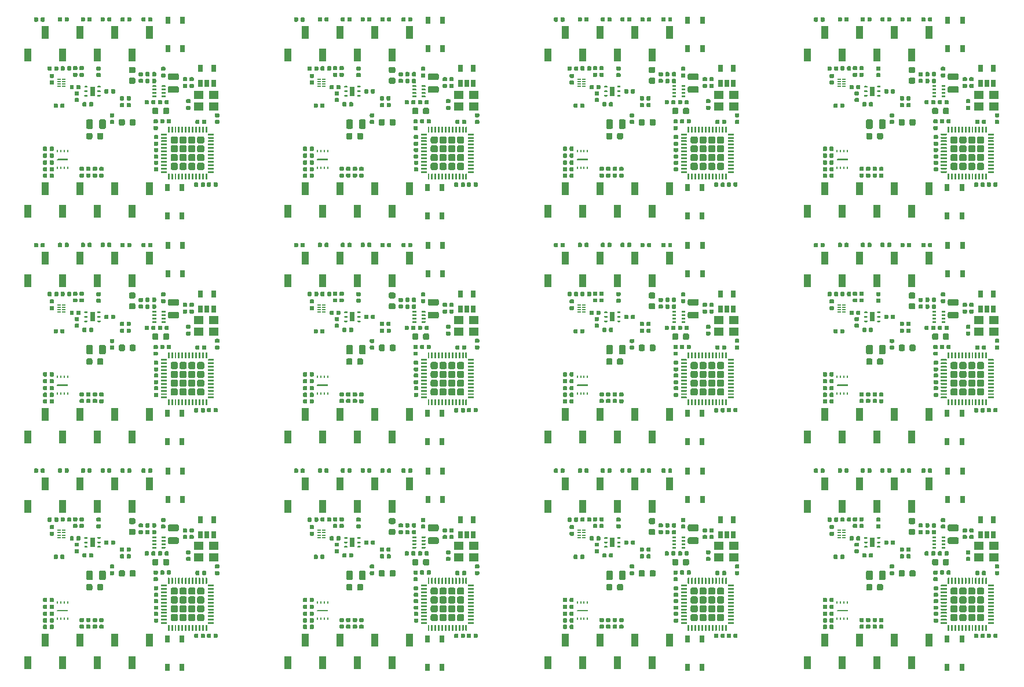
<source format=gbr>
G04 #@! TF.GenerationSoftware,KiCad,Pcbnew,5.1.5-52549c5~84~ubuntu19.04.1*
G04 #@! TF.CreationDate,2020-02-26T14:32:14-06:00*
G04 #@! TF.ProjectId,LeashPCB,4c656173-6850-4434-922e-6b696361645f,rev?*
G04 #@! TF.SameCoordinates,Original*
G04 #@! TF.FileFunction,Paste,Bot*
G04 #@! TF.FilePolarity,Positive*
%FSLAX46Y46*%
G04 Gerber Fmt 4.6, Leading zero omitted, Abs format (unit mm)*
G04 Created by KiCad (PCBNEW 5.1.5-52549c5~84~ubuntu19.04.1) date 2020-02-26 14:32:14*
%MOMM*%
%LPD*%
G04 APERTURE LIST*
%ADD10C,0.100000*%
%ADD11R,0.250000X0.300000*%
%ADD12R,0.650000X1.050000*%
%ADD13R,0.650000X1.060000*%
%ADD14R,1.400000X1.200000*%
%ADD15R,0.530000X0.200000*%
%ADD16R,0.650000X1.350000*%
%ADD17R,1.000000X1.900000*%
G04 APERTURE END LIST*
D10*
G36*
X273565142Y-127351174D02*
G01*
X273588803Y-127354684D01*
X273612007Y-127360496D01*
X273634529Y-127368554D01*
X273656153Y-127378782D01*
X273676670Y-127391079D01*
X273695883Y-127405329D01*
X273713607Y-127421393D01*
X273729671Y-127439117D01*
X273743921Y-127458330D01*
X273756218Y-127478847D01*
X273766446Y-127500471D01*
X273774504Y-127522993D01*
X273780316Y-127546197D01*
X273783826Y-127569858D01*
X273785000Y-127593750D01*
X273785000Y-128081250D01*
X273783826Y-128105142D01*
X273780316Y-128128803D01*
X273774504Y-128152007D01*
X273766446Y-128174529D01*
X273756218Y-128196153D01*
X273743921Y-128216670D01*
X273729671Y-128235883D01*
X273713607Y-128253607D01*
X273695883Y-128269671D01*
X273676670Y-128283921D01*
X273656153Y-128296218D01*
X273634529Y-128306446D01*
X273612007Y-128314504D01*
X273588803Y-128320316D01*
X273565142Y-128323826D01*
X273541250Y-128325000D01*
X272428750Y-128325000D01*
X272404858Y-128323826D01*
X272381197Y-128320316D01*
X272357993Y-128314504D01*
X272335471Y-128306446D01*
X272313847Y-128296218D01*
X272293330Y-128283921D01*
X272274117Y-128269671D01*
X272256393Y-128253607D01*
X272240329Y-128235883D01*
X272226079Y-128216670D01*
X272213782Y-128196153D01*
X272203554Y-128174529D01*
X272195496Y-128152007D01*
X272189684Y-128128803D01*
X272186174Y-128105142D01*
X272185000Y-128081250D01*
X272185000Y-127593750D01*
X272186174Y-127569858D01*
X272189684Y-127546197D01*
X272195496Y-127522993D01*
X272203554Y-127500471D01*
X272213782Y-127478847D01*
X272226079Y-127458330D01*
X272240329Y-127439117D01*
X272256393Y-127421393D01*
X272274117Y-127405329D01*
X272293330Y-127391079D01*
X272313847Y-127378782D01*
X272335471Y-127368554D01*
X272357993Y-127360496D01*
X272381197Y-127354684D01*
X272404858Y-127351174D01*
X272428750Y-127350000D01*
X273541250Y-127350000D01*
X273565142Y-127351174D01*
G37*
G36*
X273565142Y-125476174D02*
G01*
X273588803Y-125479684D01*
X273612007Y-125485496D01*
X273634529Y-125493554D01*
X273656153Y-125503782D01*
X273676670Y-125516079D01*
X273695883Y-125530329D01*
X273713607Y-125546393D01*
X273729671Y-125564117D01*
X273743921Y-125583330D01*
X273756218Y-125603847D01*
X273766446Y-125625471D01*
X273774504Y-125647993D01*
X273780316Y-125671197D01*
X273783826Y-125694858D01*
X273785000Y-125718750D01*
X273785000Y-126206250D01*
X273783826Y-126230142D01*
X273780316Y-126253803D01*
X273774504Y-126277007D01*
X273766446Y-126299529D01*
X273756218Y-126321153D01*
X273743921Y-126341670D01*
X273729671Y-126360883D01*
X273713607Y-126378607D01*
X273695883Y-126394671D01*
X273676670Y-126408921D01*
X273656153Y-126421218D01*
X273634529Y-126431446D01*
X273612007Y-126439504D01*
X273588803Y-126445316D01*
X273565142Y-126448826D01*
X273541250Y-126450000D01*
X272428750Y-126450000D01*
X272404858Y-126448826D01*
X272381197Y-126445316D01*
X272357993Y-126439504D01*
X272335471Y-126431446D01*
X272313847Y-126421218D01*
X272293330Y-126408921D01*
X272274117Y-126394671D01*
X272256393Y-126378607D01*
X272240329Y-126360883D01*
X272226079Y-126341670D01*
X272213782Y-126321153D01*
X272203554Y-126299529D01*
X272195496Y-126277007D01*
X272189684Y-126253803D01*
X272186174Y-126230142D01*
X272185000Y-126206250D01*
X272185000Y-125718750D01*
X272186174Y-125694858D01*
X272189684Y-125671197D01*
X272195496Y-125647993D01*
X272203554Y-125625471D01*
X272213782Y-125603847D01*
X272226079Y-125583330D01*
X272240329Y-125564117D01*
X272256393Y-125546393D01*
X272274117Y-125530329D01*
X272293330Y-125516079D01*
X272313847Y-125503782D01*
X272335471Y-125493554D01*
X272357993Y-125485496D01*
X272381197Y-125479684D01*
X272404858Y-125476174D01*
X272428750Y-125475000D01*
X273541250Y-125475000D01*
X273565142Y-125476174D01*
G37*
G36*
X235565142Y-127351174D02*
G01*
X235588803Y-127354684D01*
X235612007Y-127360496D01*
X235634529Y-127368554D01*
X235656153Y-127378782D01*
X235676670Y-127391079D01*
X235695883Y-127405329D01*
X235713607Y-127421393D01*
X235729671Y-127439117D01*
X235743921Y-127458330D01*
X235756218Y-127478847D01*
X235766446Y-127500471D01*
X235774504Y-127522993D01*
X235780316Y-127546197D01*
X235783826Y-127569858D01*
X235785000Y-127593750D01*
X235785000Y-128081250D01*
X235783826Y-128105142D01*
X235780316Y-128128803D01*
X235774504Y-128152007D01*
X235766446Y-128174529D01*
X235756218Y-128196153D01*
X235743921Y-128216670D01*
X235729671Y-128235883D01*
X235713607Y-128253607D01*
X235695883Y-128269671D01*
X235676670Y-128283921D01*
X235656153Y-128296218D01*
X235634529Y-128306446D01*
X235612007Y-128314504D01*
X235588803Y-128320316D01*
X235565142Y-128323826D01*
X235541250Y-128325000D01*
X234428750Y-128325000D01*
X234404858Y-128323826D01*
X234381197Y-128320316D01*
X234357993Y-128314504D01*
X234335471Y-128306446D01*
X234313847Y-128296218D01*
X234293330Y-128283921D01*
X234274117Y-128269671D01*
X234256393Y-128253607D01*
X234240329Y-128235883D01*
X234226079Y-128216670D01*
X234213782Y-128196153D01*
X234203554Y-128174529D01*
X234195496Y-128152007D01*
X234189684Y-128128803D01*
X234186174Y-128105142D01*
X234185000Y-128081250D01*
X234185000Y-127593750D01*
X234186174Y-127569858D01*
X234189684Y-127546197D01*
X234195496Y-127522993D01*
X234203554Y-127500471D01*
X234213782Y-127478847D01*
X234226079Y-127458330D01*
X234240329Y-127439117D01*
X234256393Y-127421393D01*
X234274117Y-127405329D01*
X234293330Y-127391079D01*
X234313847Y-127378782D01*
X234335471Y-127368554D01*
X234357993Y-127360496D01*
X234381197Y-127354684D01*
X234404858Y-127351174D01*
X234428750Y-127350000D01*
X235541250Y-127350000D01*
X235565142Y-127351174D01*
G37*
G36*
X235565142Y-125476174D02*
G01*
X235588803Y-125479684D01*
X235612007Y-125485496D01*
X235634529Y-125493554D01*
X235656153Y-125503782D01*
X235676670Y-125516079D01*
X235695883Y-125530329D01*
X235713607Y-125546393D01*
X235729671Y-125564117D01*
X235743921Y-125583330D01*
X235756218Y-125603847D01*
X235766446Y-125625471D01*
X235774504Y-125647993D01*
X235780316Y-125671197D01*
X235783826Y-125694858D01*
X235785000Y-125718750D01*
X235785000Y-126206250D01*
X235783826Y-126230142D01*
X235780316Y-126253803D01*
X235774504Y-126277007D01*
X235766446Y-126299529D01*
X235756218Y-126321153D01*
X235743921Y-126341670D01*
X235729671Y-126360883D01*
X235713607Y-126378607D01*
X235695883Y-126394671D01*
X235676670Y-126408921D01*
X235656153Y-126421218D01*
X235634529Y-126431446D01*
X235612007Y-126439504D01*
X235588803Y-126445316D01*
X235565142Y-126448826D01*
X235541250Y-126450000D01*
X234428750Y-126450000D01*
X234404858Y-126448826D01*
X234381197Y-126445316D01*
X234357993Y-126439504D01*
X234335471Y-126431446D01*
X234313847Y-126421218D01*
X234293330Y-126408921D01*
X234274117Y-126394671D01*
X234256393Y-126378607D01*
X234240329Y-126360883D01*
X234226079Y-126341670D01*
X234213782Y-126321153D01*
X234203554Y-126299529D01*
X234195496Y-126277007D01*
X234189684Y-126253803D01*
X234186174Y-126230142D01*
X234185000Y-126206250D01*
X234185000Y-125718750D01*
X234186174Y-125694858D01*
X234189684Y-125671197D01*
X234195496Y-125647993D01*
X234203554Y-125625471D01*
X234213782Y-125603847D01*
X234226079Y-125583330D01*
X234240329Y-125564117D01*
X234256393Y-125546393D01*
X234274117Y-125530329D01*
X234293330Y-125516079D01*
X234313847Y-125503782D01*
X234335471Y-125493554D01*
X234357993Y-125485496D01*
X234381197Y-125479684D01*
X234404858Y-125476174D01*
X234428750Y-125475000D01*
X235541250Y-125475000D01*
X235565142Y-125476174D01*
G37*
G36*
X197565142Y-127351174D02*
G01*
X197588803Y-127354684D01*
X197612007Y-127360496D01*
X197634529Y-127368554D01*
X197656153Y-127378782D01*
X197676670Y-127391079D01*
X197695883Y-127405329D01*
X197713607Y-127421393D01*
X197729671Y-127439117D01*
X197743921Y-127458330D01*
X197756218Y-127478847D01*
X197766446Y-127500471D01*
X197774504Y-127522993D01*
X197780316Y-127546197D01*
X197783826Y-127569858D01*
X197785000Y-127593750D01*
X197785000Y-128081250D01*
X197783826Y-128105142D01*
X197780316Y-128128803D01*
X197774504Y-128152007D01*
X197766446Y-128174529D01*
X197756218Y-128196153D01*
X197743921Y-128216670D01*
X197729671Y-128235883D01*
X197713607Y-128253607D01*
X197695883Y-128269671D01*
X197676670Y-128283921D01*
X197656153Y-128296218D01*
X197634529Y-128306446D01*
X197612007Y-128314504D01*
X197588803Y-128320316D01*
X197565142Y-128323826D01*
X197541250Y-128325000D01*
X196428750Y-128325000D01*
X196404858Y-128323826D01*
X196381197Y-128320316D01*
X196357993Y-128314504D01*
X196335471Y-128306446D01*
X196313847Y-128296218D01*
X196293330Y-128283921D01*
X196274117Y-128269671D01*
X196256393Y-128253607D01*
X196240329Y-128235883D01*
X196226079Y-128216670D01*
X196213782Y-128196153D01*
X196203554Y-128174529D01*
X196195496Y-128152007D01*
X196189684Y-128128803D01*
X196186174Y-128105142D01*
X196185000Y-128081250D01*
X196185000Y-127593750D01*
X196186174Y-127569858D01*
X196189684Y-127546197D01*
X196195496Y-127522993D01*
X196203554Y-127500471D01*
X196213782Y-127478847D01*
X196226079Y-127458330D01*
X196240329Y-127439117D01*
X196256393Y-127421393D01*
X196274117Y-127405329D01*
X196293330Y-127391079D01*
X196313847Y-127378782D01*
X196335471Y-127368554D01*
X196357993Y-127360496D01*
X196381197Y-127354684D01*
X196404858Y-127351174D01*
X196428750Y-127350000D01*
X197541250Y-127350000D01*
X197565142Y-127351174D01*
G37*
G36*
X197565142Y-125476174D02*
G01*
X197588803Y-125479684D01*
X197612007Y-125485496D01*
X197634529Y-125493554D01*
X197656153Y-125503782D01*
X197676670Y-125516079D01*
X197695883Y-125530329D01*
X197713607Y-125546393D01*
X197729671Y-125564117D01*
X197743921Y-125583330D01*
X197756218Y-125603847D01*
X197766446Y-125625471D01*
X197774504Y-125647993D01*
X197780316Y-125671197D01*
X197783826Y-125694858D01*
X197785000Y-125718750D01*
X197785000Y-126206250D01*
X197783826Y-126230142D01*
X197780316Y-126253803D01*
X197774504Y-126277007D01*
X197766446Y-126299529D01*
X197756218Y-126321153D01*
X197743921Y-126341670D01*
X197729671Y-126360883D01*
X197713607Y-126378607D01*
X197695883Y-126394671D01*
X197676670Y-126408921D01*
X197656153Y-126421218D01*
X197634529Y-126431446D01*
X197612007Y-126439504D01*
X197588803Y-126445316D01*
X197565142Y-126448826D01*
X197541250Y-126450000D01*
X196428750Y-126450000D01*
X196404858Y-126448826D01*
X196381197Y-126445316D01*
X196357993Y-126439504D01*
X196335471Y-126431446D01*
X196313847Y-126421218D01*
X196293330Y-126408921D01*
X196274117Y-126394671D01*
X196256393Y-126378607D01*
X196240329Y-126360883D01*
X196226079Y-126341670D01*
X196213782Y-126321153D01*
X196203554Y-126299529D01*
X196195496Y-126277007D01*
X196189684Y-126253803D01*
X196186174Y-126230142D01*
X196185000Y-126206250D01*
X196185000Y-125718750D01*
X196186174Y-125694858D01*
X196189684Y-125671197D01*
X196195496Y-125647993D01*
X196203554Y-125625471D01*
X196213782Y-125603847D01*
X196226079Y-125583330D01*
X196240329Y-125564117D01*
X196256393Y-125546393D01*
X196274117Y-125530329D01*
X196293330Y-125516079D01*
X196313847Y-125503782D01*
X196335471Y-125493554D01*
X196357993Y-125485496D01*
X196381197Y-125479684D01*
X196404858Y-125476174D01*
X196428750Y-125475000D01*
X197541250Y-125475000D01*
X197565142Y-125476174D01*
G37*
G36*
X159565142Y-127351174D02*
G01*
X159588803Y-127354684D01*
X159612007Y-127360496D01*
X159634529Y-127368554D01*
X159656153Y-127378782D01*
X159676670Y-127391079D01*
X159695883Y-127405329D01*
X159713607Y-127421393D01*
X159729671Y-127439117D01*
X159743921Y-127458330D01*
X159756218Y-127478847D01*
X159766446Y-127500471D01*
X159774504Y-127522993D01*
X159780316Y-127546197D01*
X159783826Y-127569858D01*
X159785000Y-127593750D01*
X159785000Y-128081250D01*
X159783826Y-128105142D01*
X159780316Y-128128803D01*
X159774504Y-128152007D01*
X159766446Y-128174529D01*
X159756218Y-128196153D01*
X159743921Y-128216670D01*
X159729671Y-128235883D01*
X159713607Y-128253607D01*
X159695883Y-128269671D01*
X159676670Y-128283921D01*
X159656153Y-128296218D01*
X159634529Y-128306446D01*
X159612007Y-128314504D01*
X159588803Y-128320316D01*
X159565142Y-128323826D01*
X159541250Y-128325000D01*
X158428750Y-128325000D01*
X158404858Y-128323826D01*
X158381197Y-128320316D01*
X158357993Y-128314504D01*
X158335471Y-128306446D01*
X158313847Y-128296218D01*
X158293330Y-128283921D01*
X158274117Y-128269671D01*
X158256393Y-128253607D01*
X158240329Y-128235883D01*
X158226079Y-128216670D01*
X158213782Y-128196153D01*
X158203554Y-128174529D01*
X158195496Y-128152007D01*
X158189684Y-128128803D01*
X158186174Y-128105142D01*
X158185000Y-128081250D01*
X158185000Y-127593750D01*
X158186174Y-127569858D01*
X158189684Y-127546197D01*
X158195496Y-127522993D01*
X158203554Y-127500471D01*
X158213782Y-127478847D01*
X158226079Y-127458330D01*
X158240329Y-127439117D01*
X158256393Y-127421393D01*
X158274117Y-127405329D01*
X158293330Y-127391079D01*
X158313847Y-127378782D01*
X158335471Y-127368554D01*
X158357993Y-127360496D01*
X158381197Y-127354684D01*
X158404858Y-127351174D01*
X158428750Y-127350000D01*
X159541250Y-127350000D01*
X159565142Y-127351174D01*
G37*
G36*
X159565142Y-125476174D02*
G01*
X159588803Y-125479684D01*
X159612007Y-125485496D01*
X159634529Y-125493554D01*
X159656153Y-125503782D01*
X159676670Y-125516079D01*
X159695883Y-125530329D01*
X159713607Y-125546393D01*
X159729671Y-125564117D01*
X159743921Y-125583330D01*
X159756218Y-125603847D01*
X159766446Y-125625471D01*
X159774504Y-125647993D01*
X159780316Y-125671197D01*
X159783826Y-125694858D01*
X159785000Y-125718750D01*
X159785000Y-126206250D01*
X159783826Y-126230142D01*
X159780316Y-126253803D01*
X159774504Y-126277007D01*
X159766446Y-126299529D01*
X159756218Y-126321153D01*
X159743921Y-126341670D01*
X159729671Y-126360883D01*
X159713607Y-126378607D01*
X159695883Y-126394671D01*
X159676670Y-126408921D01*
X159656153Y-126421218D01*
X159634529Y-126431446D01*
X159612007Y-126439504D01*
X159588803Y-126445316D01*
X159565142Y-126448826D01*
X159541250Y-126450000D01*
X158428750Y-126450000D01*
X158404858Y-126448826D01*
X158381197Y-126445316D01*
X158357993Y-126439504D01*
X158335471Y-126431446D01*
X158313847Y-126421218D01*
X158293330Y-126408921D01*
X158274117Y-126394671D01*
X158256393Y-126378607D01*
X158240329Y-126360883D01*
X158226079Y-126341670D01*
X158213782Y-126321153D01*
X158203554Y-126299529D01*
X158195496Y-126277007D01*
X158189684Y-126253803D01*
X158186174Y-126230142D01*
X158185000Y-126206250D01*
X158185000Y-125718750D01*
X158186174Y-125694858D01*
X158189684Y-125671197D01*
X158195496Y-125647993D01*
X158203554Y-125625471D01*
X158213782Y-125603847D01*
X158226079Y-125583330D01*
X158240329Y-125564117D01*
X158256393Y-125546393D01*
X158274117Y-125530329D01*
X158293330Y-125516079D01*
X158313847Y-125503782D01*
X158335471Y-125493554D01*
X158357993Y-125485496D01*
X158381197Y-125479684D01*
X158404858Y-125476174D01*
X158428750Y-125475000D01*
X159541250Y-125475000D01*
X159565142Y-125476174D01*
G37*
G36*
X273565142Y-94351174D02*
G01*
X273588803Y-94354684D01*
X273612007Y-94360496D01*
X273634529Y-94368554D01*
X273656153Y-94378782D01*
X273676670Y-94391079D01*
X273695883Y-94405329D01*
X273713607Y-94421393D01*
X273729671Y-94439117D01*
X273743921Y-94458330D01*
X273756218Y-94478847D01*
X273766446Y-94500471D01*
X273774504Y-94522993D01*
X273780316Y-94546197D01*
X273783826Y-94569858D01*
X273785000Y-94593750D01*
X273785000Y-95081250D01*
X273783826Y-95105142D01*
X273780316Y-95128803D01*
X273774504Y-95152007D01*
X273766446Y-95174529D01*
X273756218Y-95196153D01*
X273743921Y-95216670D01*
X273729671Y-95235883D01*
X273713607Y-95253607D01*
X273695883Y-95269671D01*
X273676670Y-95283921D01*
X273656153Y-95296218D01*
X273634529Y-95306446D01*
X273612007Y-95314504D01*
X273588803Y-95320316D01*
X273565142Y-95323826D01*
X273541250Y-95325000D01*
X272428750Y-95325000D01*
X272404858Y-95323826D01*
X272381197Y-95320316D01*
X272357993Y-95314504D01*
X272335471Y-95306446D01*
X272313847Y-95296218D01*
X272293330Y-95283921D01*
X272274117Y-95269671D01*
X272256393Y-95253607D01*
X272240329Y-95235883D01*
X272226079Y-95216670D01*
X272213782Y-95196153D01*
X272203554Y-95174529D01*
X272195496Y-95152007D01*
X272189684Y-95128803D01*
X272186174Y-95105142D01*
X272185000Y-95081250D01*
X272185000Y-94593750D01*
X272186174Y-94569858D01*
X272189684Y-94546197D01*
X272195496Y-94522993D01*
X272203554Y-94500471D01*
X272213782Y-94478847D01*
X272226079Y-94458330D01*
X272240329Y-94439117D01*
X272256393Y-94421393D01*
X272274117Y-94405329D01*
X272293330Y-94391079D01*
X272313847Y-94378782D01*
X272335471Y-94368554D01*
X272357993Y-94360496D01*
X272381197Y-94354684D01*
X272404858Y-94351174D01*
X272428750Y-94350000D01*
X273541250Y-94350000D01*
X273565142Y-94351174D01*
G37*
G36*
X273565142Y-92476174D02*
G01*
X273588803Y-92479684D01*
X273612007Y-92485496D01*
X273634529Y-92493554D01*
X273656153Y-92503782D01*
X273676670Y-92516079D01*
X273695883Y-92530329D01*
X273713607Y-92546393D01*
X273729671Y-92564117D01*
X273743921Y-92583330D01*
X273756218Y-92603847D01*
X273766446Y-92625471D01*
X273774504Y-92647993D01*
X273780316Y-92671197D01*
X273783826Y-92694858D01*
X273785000Y-92718750D01*
X273785000Y-93206250D01*
X273783826Y-93230142D01*
X273780316Y-93253803D01*
X273774504Y-93277007D01*
X273766446Y-93299529D01*
X273756218Y-93321153D01*
X273743921Y-93341670D01*
X273729671Y-93360883D01*
X273713607Y-93378607D01*
X273695883Y-93394671D01*
X273676670Y-93408921D01*
X273656153Y-93421218D01*
X273634529Y-93431446D01*
X273612007Y-93439504D01*
X273588803Y-93445316D01*
X273565142Y-93448826D01*
X273541250Y-93450000D01*
X272428750Y-93450000D01*
X272404858Y-93448826D01*
X272381197Y-93445316D01*
X272357993Y-93439504D01*
X272335471Y-93431446D01*
X272313847Y-93421218D01*
X272293330Y-93408921D01*
X272274117Y-93394671D01*
X272256393Y-93378607D01*
X272240329Y-93360883D01*
X272226079Y-93341670D01*
X272213782Y-93321153D01*
X272203554Y-93299529D01*
X272195496Y-93277007D01*
X272189684Y-93253803D01*
X272186174Y-93230142D01*
X272185000Y-93206250D01*
X272185000Y-92718750D01*
X272186174Y-92694858D01*
X272189684Y-92671197D01*
X272195496Y-92647993D01*
X272203554Y-92625471D01*
X272213782Y-92603847D01*
X272226079Y-92583330D01*
X272240329Y-92564117D01*
X272256393Y-92546393D01*
X272274117Y-92530329D01*
X272293330Y-92516079D01*
X272313847Y-92503782D01*
X272335471Y-92493554D01*
X272357993Y-92485496D01*
X272381197Y-92479684D01*
X272404858Y-92476174D01*
X272428750Y-92475000D01*
X273541250Y-92475000D01*
X273565142Y-92476174D01*
G37*
G36*
X235565142Y-94351174D02*
G01*
X235588803Y-94354684D01*
X235612007Y-94360496D01*
X235634529Y-94368554D01*
X235656153Y-94378782D01*
X235676670Y-94391079D01*
X235695883Y-94405329D01*
X235713607Y-94421393D01*
X235729671Y-94439117D01*
X235743921Y-94458330D01*
X235756218Y-94478847D01*
X235766446Y-94500471D01*
X235774504Y-94522993D01*
X235780316Y-94546197D01*
X235783826Y-94569858D01*
X235785000Y-94593750D01*
X235785000Y-95081250D01*
X235783826Y-95105142D01*
X235780316Y-95128803D01*
X235774504Y-95152007D01*
X235766446Y-95174529D01*
X235756218Y-95196153D01*
X235743921Y-95216670D01*
X235729671Y-95235883D01*
X235713607Y-95253607D01*
X235695883Y-95269671D01*
X235676670Y-95283921D01*
X235656153Y-95296218D01*
X235634529Y-95306446D01*
X235612007Y-95314504D01*
X235588803Y-95320316D01*
X235565142Y-95323826D01*
X235541250Y-95325000D01*
X234428750Y-95325000D01*
X234404858Y-95323826D01*
X234381197Y-95320316D01*
X234357993Y-95314504D01*
X234335471Y-95306446D01*
X234313847Y-95296218D01*
X234293330Y-95283921D01*
X234274117Y-95269671D01*
X234256393Y-95253607D01*
X234240329Y-95235883D01*
X234226079Y-95216670D01*
X234213782Y-95196153D01*
X234203554Y-95174529D01*
X234195496Y-95152007D01*
X234189684Y-95128803D01*
X234186174Y-95105142D01*
X234185000Y-95081250D01*
X234185000Y-94593750D01*
X234186174Y-94569858D01*
X234189684Y-94546197D01*
X234195496Y-94522993D01*
X234203554Y-94500471D01*
X234213782Y-94478847D01*
X234226079Y-94458330D01*
X234240329Y-94439117D01*
X234256393Y-94421393D01*
X234274117Y-94405329D01*
X234293330Y-94391079D01*
X234313847Y-94378782D01*
X234335471Y-94368554D01*
X234357993Y-94360496D01*
X234381197Y-94354684D01*
X234404858Y-94351174D01*
X234428750Y-94350000D01*
X235541250Y-94350000D01*
X235565142Y-94351174D01*
G37*
G36*
X235565142Y-92476174D02*
G01*
X235588803Y-92479684D01*
X235612007Y-92485496D01*
X235634529Y-92493554D01*
X235656153Y-92503782D01*
X235676670Y-92516079D01*
X235695883Y-92530329D01*
X235713607Y-92546393D01*
X235729671Y-92564117D01*
X235743921Y-92583330D01*
X235756218Y-92603847D01*
X235766446Y-92625471D01*
X235774504Y-92647993D01*
X235780316Y-92671197D01*
X235783826Y-92694858D01*
X235785000Y-92718750D01*
X235785000Y-93206250D01*
X235783826Y-93230142D01*
X235780316Y-93253803D01*
X235774504Y-93277007D01*
X235766446Y-93299529D01*
X235756218Y-93321153D01*
X235743921Y-93341670D01*
X235729671Y-93360883D01*
X235713607Y-93378607D01*
X235695883Y-93394671D01*
X235676670Y-93408921D01*
X235656153Y-93421218D01*
X235634529Y-93431446D01*
X235612007Y-93439504D01*
X235588803Y-93445316D01*
X235565142Y-93448826D01*
X235541250Y-93450000D01*
X234428750Y-93450000D01*
X234404858Y-93448826D01*
X234381197Y-93445316D01*
X234357993Y-93439504D01*
X234335471Y-93431446D01*
X234313847Y-93421218D01*
X234293330Y-93408921D01*
X234274117Y-93394671D01*
X234256393Y-93378607D01*
X234240329Y-93360883D01*
X234226079Y-93341670D01*
X234213782Y-93321153D01*
X234203554Y-93299529D01*
X234195496Y-93277007D01*
X234189684Y-93253803D01*
X234186174Y-93230142D01*
X234185000Y-93206250D01*
X234185000Y-92718750D01*
X234186174Y-92694858D01*
X234189684Y-92671197D01*
X234195496Y-92647993D01*
X234203554Y-92625471D01*
X234213782Y-92603847D01*
X234226079Y-92583330D01*
X234240329Y-92564117D01*
X234256393Y-92546393D01*
X234274117Y-92530329D01*
X234293330Y-92516079D01*
X234313847Y-92503782D01*
X234335471Y-92493554D01*
X234357993Y-92485496D01*
X234381197Y-92479684D01*
X234404858Y-92476174D01*
X234428750Y-92475000D01*
X235541250Y-92475000D01*
X235565142Y-92476174D01*
G37*
G36*
X197565142Y-94351174D02*
G01*
X197588803Y-94354684D01*
X197612007Y-94360496D01*
X197634529Y-94368554D01*
X197656153Y-94378782D01*
X197676670Y-94391079D01*
X197695883Y-94405329D01*
X197713607Y-94421393D01*
X197729671Y-94439117D01*
X197743921Y-94458330D01*
X197756218Y-94478847D01*
X197766446Y-94500471D01*
X197774504Y-94522993D01*
X197780316Y-94546197D01*
X197783826Y-94569858D01*
X197785000Y-94593750D01*
X197785000Y-95081250D01*
X197783826Y-95105142D01*
X197780316Y-95128803D01*
X197774504Y-95152007D01*
X197766446Y-95174529D01*
X197756218Y-95196153D01*
X197743921Y-95216670D01*
X197729671Y-95235883D01*
X197713607Y-95253607D01*
X197695883Y-95269671D01*
X197676670Y-95283921D01*
X197656153Y-95296218D01*
X197634529Y-95306446D01*
X197612007Y-95314504D01*
X197588803Y-95320316D01*
X197565142Y-95323826D01*
X197541250Y-95325000D01*
X196428750Y-95325000D01*
X196404858Y-95323826D01*
X196381197Y-95320316D01*
X196357993Y-95314504D01*
X196335471Y-95306446D01*
X196313847Y-95296218D01*
X196293330Y-95283921D01*
X196274117Y-95269671D01*
X196256393Y-95253607D01*
X196240329Y-95235883D01*
X196226079Y-95216670D01*
X196213782Y-95196153D01*
X196203554Y-95174529D01*
X196195496Y-95152007D01*
X196189684Y-95128803D01*
X196186174Y-95105142D01*
X196185000Y-95081250D01*
X196185000Y-94593750D01*
X196186174Y-94569858D01*
X196189684Y-94546197D01*
X196195496Y-94522993D01*
X196203554Y-94500471D01*
X196213782Y-94478847D01*
X196226079Y-94458330D01*
X196240329Y-94439117D01*
X196256393Y-94421393D01*
X196274117Y-94405329D01*
X196293330Y-94391079D01*
X196313847Y-94378782D01*
X196335471Y-94368554D01*
X196357993Y-94360496D01*
X196381197Y-94354684D01*
X196404858Y-94351174D01*
X196428750Y-94350000D01*
X197541250Y-94350000D01*
X197565142Y-94351174D01*
G37*
G36*
X197565142Y-92476174D02*
G01*
X197588803Y-92479684D01*
X197612007Y-92485496D01*
X197634529Y-92493554D01*
X197656153Y-92503782D01*
X197676670Y-92516079D01*
X197695883Y-92530329D01*
X197713607Y-92546393D01*
X197729671Y-92564117D01*
X197743921Y-92583330D01*
X197756218Y-92603847D01*
X197766446Y-92625471D01*
X197774504Y-92647993D01*
X197780316Y-92671197D01*
X197783826Y-92694858D01*
X197785000Y-92718750D01*
X197785000Y-93206250D01*
X197783826Y-93230142D01*
X197780316Y-93253803D01*
X197774504Y-93277007D01*
X197766446Y-93299529D01*
X197756218Y-93321153D01*
X197743921Y-93341670D01*
X197729671Y-93360883D01*
X197713607Y-93378607D01*
X197695883Y-93394671D01*
X197676670Y-93408921D01*
X197656153Y-93421218D01*
X197634529Y-93431446D01*
X197612007Y-93439504D01*
X197588803Y-93445316D01*
X197565142Y-93448826D01*
X197541250Y-93450000D01*
X196428750Y-93450000D01*
X196404858Y-93448826D01*
X196381197Y-93445316D01*
X196357993Y-93439504D01*
X196335471Y-93431446D01*
X196313847Y-93421218D01*
X196293330Y-93408921D01*
X196274117Y-93394671D01*
X196256393Y-93378607D01*
X196240329Y-93360883D01*
X196226079Y-93341670D01*
X196213782Y-93321153D01*
X196203554Y-93299529D01*
X196195496Y-93277007D01*
X196189684Y-93253803D01*
X196186174Y-93230142D01*
X196185000Y-93206250D01*
X196185000Y-92718750D01*
X196186174Y-92694858D01*
X196189684Y-92671197D01*
X196195496Y-92647993D01*
X196203554Y-92625471D01*
X196213782Y-92603847D01*
X196226079Y-92583330D01*
X196240329Y-92564117D01*
X196256393Y-92546393D01*
X196274117Y-92530329D01*
X196293330Y-92516079D01*
X196313847Y-92503782D01*
X196335471Y-92493554D01*
X196357993Y-92485496D01*
X196381197Y-92479684D01*
X196404858Y-92476174D01*
X196428750Y-92475000D01*
X197541250Y-92475000D01*
X197565142Y-92476174D01*
G37*
G36*
X159565142Y-94351174D02*
G01*
X159588803Y-94354684D01*
X159612007Y-94360496D01*
X159634529Y-94368554D01*
X159656153Y-94378782D01*
X159676670Y-94391079D01*
X159695883Y-94405329D01*
X159713607Y-94421393D01*
X159729671Y-94439117D01*
X159743921Y-94458330D01*
X159756218Y-94478847D01*
X159766446Y-94500471D01*
X159774504Y-94522993D01*
X159780316Y-94546197D01*
X159783826Y-94569858D01*
X159785000Y-94593750D01*
X159785000Y-95081250D01*
X159783826Y-95105142D01*
X159780316Y-95128803D01*
X159774504Y-95152007D01*
X159766446Y-95174529D01*
X159756218Y-95196153D01*
X159743921Y-95216670D01*
X159729671Y-95235883D01*
X159713607Y-95253607D01*
X159695883Y-95269671D01*
X159676670Y-95283921D01*
X159656153Y-95296218D01*
X159634529Y-95306446D01*
X159612007Y-95314504D01*
X159588803Y-95320316D01*
X159565142Y-95323826D01*
X159541250Y-95325000D01*
X158428750Y-95325000D01*
X158404858Y-95323826D01*
X158381197Y-95320316D01*
X158357993Y-95314504D01*
X158335471Y-95306446D01*
X158313847Y-95296218D01*
X158293330Y-95283921D01*
X158274117Y-95269671D01*
X158256393Y-95253607D01*
X158240329Y-95235883D01*
X158226079Y-95216670D01*
X158213782Y-95196153D01*
X158203554Y-95174529D01*
X158195496Y-95152007D01*
X158189684Y-95128803D01*
X158186174Y-95105142D01*
X158185000Y-95081250D01*
X158185000Y-94593750D01*
X158186174Y-94569858D01*
X158189684Y-94546197D01*
X158195496Y-94522993D01*
X158203554Y-94500471D01*
X158213782Y-94478847D01*
X158226079Y-94458330D01*
X158240329Y-94439117D01*
X158256393Y-94421393D01*
X158274117Y-94405329D01*
X158293330Y-94391079D01*
X158313847Y-94378782D01*
X158335471Y-94368554D01*
X158357993Y-94360496D01*
X158381197Y-94354684D01*
X158404858Y-94351174D01*
X158428750Y-94350000D01*
X159541250Y-94350000D01*
X159565142Y-94351174D01*
G37*
G36*
X159565142Y-92476174D02*
G01*
X159588803Y-92479684D01*
X159612007Y-92485496D01*
X159634529Y-92493554D01*
X159656153Y-92503782D01*
X159676670Y-92516079D01*
X159695883Y-92530329D01*
X159713607Y-92546393D01*
X159729671Y-92564117D01*
X159743921Y-92583330D01*
X159756218Y-92603847D01*
X159766446Y-92625471D01*
X159774504Y-92647993D01*
X159780316Y-92671197D01*
X159783826Y-92694858D01*
X159785000Y-92718750D01*
X159785000Y-93206250D01*
X159783826Y-93230142D01*
X159780316Y-93253803D01*
X159774504Y-93277007D01*
X159766446Y-93299529D01*
X159756218Y-93321153D01*
X159743921Y-93341670D01*
X159729671Y-93360883D01*
X159713607Y-93378607D01*
X159695883Y-93394671D01*
X159676670Y-93408921D01*
X159656153Y-93421218D01*
X159634529Y-93431446D01*
X159612007Y-93439504D01*
X159588803Y-93445316D01*
X159565142Y-93448826D01*
X159541250Y-93450000D01*
X158428750Y-93450000D01*
X158404858Y-93448826D01*
X158381197Y-93445316D01*
X158357993Y-93439504D01*
X158335471Y-93431446D01*
X158313847Y-93421218D01*
X158293330Y-93408921D01*
X158274117Y-93394671D01*
X158256393Y-93378607D01*
X158240329Y-93360883D01*
X158226079Y-93341670D01*
X158213782Y-93321153D01*
X158203554Y-93299529D01*
X158195496Y-93277007D01*
X158189684Y-93253803D01*
X158186174Y-93230142D01*
X158185000Y-93206250D01*
X158185000Y-92718750D01*
X158186174Y-92694858D01*
X158189684Y-92671197D01*
X158195496Y-92647993D01*
X158203554Y-92625471D01*
X158213782Y-92603847D01*
X158226079Y-92583330D01*
X158240329Y-92564117D01*
X158256393Y-92546393D01*
X158274117Y-92530329D01*
X158293330Y-92516079D01*
X158313847Y-92503782D01*
X158335471Y-92493554D01*
X158357993Y-92485496D01*
X158381197Y-92479684D01*
X158404858Y-92476174D01*
X158428750Y-92475000D01*
X159541250Y-92475000D01*
X159565142Y-92476174D01*
G37*
G36*
X273565142Y-61351174D02*
G01*
X273588803Y-61354684D01*
X273612007Y-61360496D01*
X273634529Y-61368554D01*
X273656153Y-61378782D01*
X273676670Y-61391079D01*
X273695883Y-61405329D01*
X273713607Y-61421393D01*
X273729671Y-61439117D01*
X273743921Y-61458330D01*
X273756218Y-61478847D01*
X273766446Y-61500471D01*
X273774504Y-61522993D01*
X273780316Y-61546197D01*
X273783826Y-61569858D01*
X273785000Y-61593750D01*
X273785000Y-62081250D01*
X273783826Y-62105142D01*
X273780316Y-62128803D01*
X273774504Y-62152007D01*
X273766446Y-62174529D01*
X273756218Y-62196153D01*
X273743921Y-62216670D01*
X273729671Y-62235883D01*
X273713607Y-62253607D01*
X273695883Y-62269671D01*
X273676670Y-62283921D01*
X273656153Y-62296218D01*
X273634529Y-62306446D01*
X273612007Y-62314504D01*
X273588803Y-62320316D01*
X273565142Y-62323826D01*
X273541250Y-62325000D01*
X272428750Y-62325000D01*
X272404858Y-62323826D01*
X272381197Y-62320316D01*
X272357993Y-62314504D01*
X272335471Y-62306446D01*
X272313847Y-62296218D01*
X272293330Y-62283921D01*
X272274117Y-62269671D01*
X272256393Y-62253607D01*
X272240329Y-62235883D01*
X272226079Y-62216670D01*
X272213782Y-62196153D01*
X272203554Y-62174529D01*
X272195496Y-62152007D01*
X272189684Y-62128803D01*
X272186174Y-62105142D01*
X272185000Y-62081250D01*
X272185000Y-61593750D01*
X272186174Y-61569858D01*
X272189684Y-61546197D01*
X272195496Y-61522993D01*
X272203554Y-61500471D01*
X272213782Y-61478847D01*
X272226079Y-61458330D01*
X272240329Y-61439117D01*
X272256393Y-61421393D01*
X272274117Y-61405329D01*
X272293330Y-61391079D01*
X272313847Y-61378782D01*
X272335471Y-61368554D01*
X272357993Y-61360496D01*
X272381197Y-61354684D01*
X272404858Y-61351174D01*
X272428750Y-61350000D01*
X273541250Y-61350000D01*
X273565142Y-61351174D01*
G37*
G36*
X273565142Y-59476174D02*
G01*
X273588803Y-59479684D01*
X273612007Y-59485496D01*
X273634529Y-59493554D01*
X273656153Y-59503782D01*
X273676670Y-59516079D01*
X273695883Y-59530329D01*
X273713607Y-59546393D01*
X273729671Y-59564117D01*
X273743921Y-59583330D01*
X273756218Y-59603847D01*
X273766446Y-59625471D01*
X273774504Y-59647993D01*
X273780316Y-59671197D01*
X273783826Y-59694858D01*
X273785000Y-59718750D01*
X273785000Y-60206250D01*
X273783826Y-60230142D01*
X273780316Y-60253803D01*
X273774504Y-60277007D01*
X273766446Y-60299529D01*
X273756218Y-60321153D01*
X273743921Y-60341670D01*
X273729671Y-60360883D01*
X273713607Y-60378607D01*
X273695883Y-60394671D01*
X273676670Y-60408921D01*
X273656153Y-60421218D01*
X273634529Y-60431446D01*
X273612007Y-60439504D01*
X273588803Y-60445316D01*
X273565142Y-60448826D01*
X273541250Y-60450000D01*
X272428750Y-60450000D01*
X272404858Y-60448826D01*
X272381197Y-60445316D01*
X272357993Y-60439504D01*
X272335471Y-60431446D01*
X272313847Y-60421218D01*
X272293330Y-60408921D01*
X272274117Y-60394671D01*
X272256393Y-60378607D01*
X272240329Y-60360883D01*
X272226079Y-60341670D01*
X272213782Y-60321153D01*
X272203554Y-60299529D01*
X272195496Y-60277007D01*
X272189684Y-60253803D01*
X272186174Y-60230142D01*
X272185000Y-60206250D01*
X272185000Y-59718750D01*
X272186174Y-59694858D01*
X272189684Y-59671197D01*
X272195496Y-59647993D01*
X272203554Y-59625471D01*
X272213782Y-59603847D01*
X272226079Y-59583330D01*
X272240329Y-59564117D01*
X272256393Y-59546393D01*
X272274117Y-59530329D01*
X272293330Y-59516079D01*
X272313847Y-59503782D01*
X272335471Y-59493554D01*
X272357993Y-59485496D01*
X272381197Y-59479684D01*
X272404858Y-59476174D01*
X272428750Y-59475000D01*
X273541250Y-59475000D01*
X273565142Y-59476174D01*
G37*
G36*
X235565142Y-61351174D02*
G01*
X235588803Y-61354684D01*
X235612007Y-61360496D01*
X235634529Y-61368554D01*
X235656153Y-61378782D01*
X235676670Y-61391079D01*
X235695883Y-61405329D01*
X235713607Y-61421393D01*
X235729671Y-61439117D01*
X235743921Y-61458330D01*
X235756218Y-61478847D01*
X235766446Y-61500471D01*
X235774504Y-61522993D01*
X235780316Y-61546197D01*
X235783826Y-61569858D01*
X235785000Y-61593750D01*
X235785000Y-62081250D01*
X235783826Y-62105142D01*
X235780316Y-62128803D01*
X235774504Y-62152007D01*
X235766446Y-62174529D01*
X235756218Y-62196153D01*
X235743921Y-62216670D01*
X235729671Y-62235883D01*
X235713607Y-62253607D01*
X235695883Y-62269671D01*
X235676670Y-62283921D01*
X235656153Y-62296218D01*
X235634529Y-62306446D01*
X235612007Y-62314504D01*
X235588803Y-62320316D01*
X235565142Y-62323826D01*
X235541250Y-62325000D01*
X234428750Y-62325000D01*
X234404858Y-62323826D01*
X234381197Y-62320316D01*
X234357993Y-62314504D01*
X234335471Y-62306446D01*
X234313847Y-62296218D01*
X234293330Y-62283921D01*
X234274117Y-62269671D01*
X234256393Y-62253607D01*
X234240329Y-62235883D01*
X234226079Y-62216670D01*
X234213782Y-62196153D01*
X234203554Y-62174529D01*
X234195496Y-62152007D01*
X234189684Y-62128803D01*
X234186174Y-62105142D01*
X234185000Y-62081250D01*
X234185000Y-61593750D01*
X234186174Y-61569858D01*
X234189684Y-61546197D01*
X234195496Y-61522993D01*
X234203554Y-61500471D01*
X234213782Y-61478847D01*
X234226079Y-61458330D01*
X234240329Y-61439117D01*
X234256393Y-61421393D01*
X234274117Y-61405329D01*
X234293330Y-61391079D01*
X234313847Y-61378782D01*
X234335471Y-61368554D01*
X234357993Y-61360496D01*
X234381197Y-61354684D01*
X234404858Y-61351174D01*
X234428750Y-61350000D01*
X235541250Y-61350000D01*
X235565142Y-61351174D01*
G37*
G36*
X235565142Y-59476174D02*
G01*
X235588803Y-59479684D01*
X235612007Y-59485496D01*
X235634529Y-59493554D01*
X235656153Y-59503782D01*
X235676670Y-59516079D01*
X235695883Y-59530329D01*
X235713607Y-59546393D01*
X235729671Y-59564117D01*
X235743921Y-59583330D01*
X235756218Y-59603847D01*
X235766446Y-59625471D01*
X235774504Y-59647993D01*
X235780316Y-59671197D01*
X235783826Y-59694858D01*
X235785000Y-59718750D01*
X235785000Y-60206250D01*
X235783826Y-60230142D01*
X235780316Y-60253803D01*
X235774504Y-60277007D01*
X235766446Y-60299529D01*
X235756218Y-60321153D01*
X235743921Y-60341670D01*
X235729671Y-60360883D01*
X235713607Y-60378607D01*
X235695883Y-60394671D01*
X235676670Y-60408921D01*
X235656153Y-60421218D01*
X235634529Y-60431446D01*
X235612007Y-60439504D01*
X235588803Y-60445316D01*
X235565142Y-60448826D01*
X235541250Y-60450000D01*
X234428750Y-60450000D01*
X234404858Y-60448826D01*
X234381197Y-60445316D01*
X234357993Y-60439504D01*
X234335471Y-60431446D01*
X234313847Y-60421218D01*
X234293330Y-60408921D01*
X234274117Y-60394671D01*
X234256393Y-60378607D01*
X234240329Y-60360883D01*
X234226079Y-60341670D01*
X234213782Y-60321153D01*
X234203554Y-60299529D01*
X234195496Y-60277007D01*
X234189684Y-60253803D01*
X234186174Y-60230142D01*
X234185000Y-60206250D01*
X234185000Y-59718750D01*
X234186174Y-59694858D01*
X234189684Y-59671197D01*
X234195496Y-59647993D01*
X234203554Y-59625471D01*
X234213782Y-59603847D01*
X234226079Y-59583330D01*
X234240329Y-59564117D01*
X234256393Y-59546393D01*
X234274117Y-59530329D01*
X234293330Y-59516079D01*
X234313847Y-59503782D01*
X234335471Y-59493554D01*
X234357993Y-59485496D01*
X234381197Y-59479684D01*
X234404858Y-59476174D01*
X234428750Y-59475000D01*
X235541250Y-59475000D01*
X235565142Y-59476174D01*
G37*
G36*
X197565142Y-61351174D02*
G01*
X197588803Y-61354684D01*
X197612007Y-61360496D01*
X197634529Y-61368554D01*
X197656153Y-61378782D01*
X197676670Y-61391079D01*
X197695883Y-61405329D01*
X197713607Y-61421393D01*
X197729671Y-61439117D01*
X197743921Y-61458330D01*
X197756218Y-61478847D01*
X197766446Y-61500471D01*
X197774504Y-61522993D01*
X197780316Y-61546197D01*
X197783826Y-61569858D01*
X197785000Y-61593750D01*
X197785000Y-62081250D01*
X197783826Y-62105142D01*
X197780316Y-62128803D01*
X197774504Y-62152007D01*
X197766446Y-62174529D01*
X197756218Y-62196153D01*
X197743921Y-62216670D01*
X197729671Y-62235883D01*
X197713607Y-62253607D01*
X197695883Y-62269671D01*
X197676670Y-62283921D01*
X197656153Y-62296218D01*
X197634529Y-62306446D01*
X197612007Y-62314504D01*
X197588803Y-62320316D01*
X197565142Y-62323826D01*
X197541250Y-62325000D01*
X196428750Y-62325000D01*
X196404858Y-62323826D01*
X196381197Y-62320316D01*
X196357993Y-62314504D01*
X196335471Y-62306446D01*
X196313847Y-62296218D01*
X196293330Y-62283921D01*
X196274117Y-62269671D01*
X196256393Y-62253607D01*
X196240329Y-62235883D01*
X196226079Y-62216670D01*
X196213782Y-62196153D01*
X196203554Y-62174529D01*
X196195496Y-62152007D01*
X196189684Y-62128803D01*
X196186174Y-62105142D01*
X196185000Y-62081250D01*
X196185000Y-61593750D01*
X196186174Y-61569858D01*
X196189684Y-61546197D01*
X196195496Y-61522993D01*
X196203554Y-61500471D01*
X196213782Y-61478847D01*
X196226079Y-61458330D01*
X196240329Y-61439117D01*
X196256393Y-61421393D01*
X196274117Y-61405329D01*
X196293330Y-61391079D01*
X196313847Y-61378782D01*
X196335471Y-61368554D01*
X196357993Y-61360496D01*
X196381197Y-61354684D01*
X196404858Y-61351174D01*
X196428750Y-61350000D01*
X197541250Y-61350000D01*
X197565142Y-61351174D01*
G37*
G36*
X197565142Y-59476174D02*
G01*
X197588803Y-59479684D01*
X197612007Y-59485496D01*
X197634529Y-59493554D01*
X197656153Y-59503782D01*
X197676670Y-59516079D01*
X197695883Y-59530329D01*
X197713607Y-59546393D01*
X197729671Y-59564117D01*
X197743921Y-59583330D01*
X197756218Y-59603847D01*
X197766446Y-59625471D01*
X197774504Y-59647993D01*
X197780316Y-59671197D01*
X197783826Y-59694858D01*
X197785000Y-59718750D01*
X197785000Y-60206250D01*
X197783826Y-60230142D01*
X197780316Y-60253803D01*
X197774504Y-60277007D01*
X197766446Y-60299529D01*
X197756218Y-60321153D01*
X197743921Y-60341670D01*
X197729671Y-60360883D01*
X197713607Y-60378607D01*
X197695883Y-60394671D01*
X197676670Y-60408921D01*
X197656153Y-60421218D01*
X197634529Y-60431446D01*
X197612007Y-60439504D01*
X197588803Y-60445316D01*
X197565142Y-60448826D01*
X197541250Y-60450000D01*
X196428750Y-60450000D01*
X196404858Y-60448826D01*
X196381197Y-60445316D01*
X196357993Y-60439504D01*
X196335471Y-60431446D01*
X196313847Y-60421218D01*
X196293330Y-60408921D01*
X196274117Y-60394671D01*
X196256393Y-60378607D01*
X196240329Y-60360883D01*
X196226079Y-60341670D01*
X196213782Y-60321153D01*
X196203554Y-60299529D01*
X196195496Y-60277007D01*
X196189684Y-60253803D01*
X196186174Y-60230142D01*
X196185000Y-60206250D01*
X196185000Y-59718750D01*
X196186174Y-59694858D01*
X196189684Y-59671197D01*
X196195496Y-59647993D01*
X196203554Y-59625471D01*
X196213782Y-59603847D01*
X196226079Y-59583330D01*
X196240329Y-59564117D01*
X196256393Y-59546393D01*
X196274117Y-59530329D01*
X196293330Y-59516079D01*
X196313847Y-59503782D01*
X196335471Y-59493554D01*
X196357993Y-59485496D01*
X196381197Y-59479684D01*
X196404858Y-59476174D01*
X196428750Y-59475000D01*
X197541250Y-59475000D01*
X197565142Y-59476174D01*
G37*
G36*
X265702691Y-132151053D02*
G01*
X265723926Y-132154203D01*
X265744750Y-132159419D01*
X265764962Y-132166651D01*
X265784368Y-132175830D01*
X265802781Y-132186866D01*
X265820024Y-132199654D01*
X265835930Y-132214070D01*
X265850346Y-132229976D01*
X265863134Y-132247219D01*
X265874170Y-132265632D01*
X265883349Y-132285038D01*
X265890581Y-132305250D01*
X265895797Y-132326074D01*
X265898947Y-132347309D01*
X265900000Y-132368750D01*
X265900000Y-132881250D01*
X265898947Y-132902691D01*
X265895797Y-132923926D01*
X265890581Y-132944750D01*
X265883349Y-132964962D01*
X265874170Y-132984368D01*
X265863134Y-133002781D01*
X265850346Y-133020024D01*
X265835930Y-133035930D01*
X265820024Y-133050346D01*
X265802781Y-133063134D01*
X265784368Y-133074170D01*
X265764962Y-133083349D01*
X265744750Y-133090581D01*
X265723926Y-133095797D01*
X265702691Y-133098947D01*
X265681250Y-133100000D01*
X265243750Y-133100000D01*
X265222309Y-133098947D01*
X265201074Y-133095797D01*
X265180250Y-133090581D01*
X265160038Y-133083349D01*
X265140632Y-133074170D01*
X265122219Y-133063134D01*
X265104976Y-133050346D01*
X265089070Y-133035930D01*
X265074654Y-133020024D01*
X265061866Y-133002781D01*
X265050830Y-132984368D01*
X265041651Y-132964962D01*
X265034419Y-132944750D01*
X265029203Y-132923926D01*
X265026053Y-132902691D01*
X265025000Y-132881250D01*
X265025000Y-132368750D01*
X265026053Y-132347309D01*
X265029203Y-132326074D01*
X265034419Y-132305250D01*
X265041651Y-132285038D01*
X265050830Y-132265632D01*
X265061866Y-132247219D01*
X265074654Y-132229976D01*
X265089070Y-132214070D01*
X265104976Y-132199654D01*
X265122219Y-132186866D01*
X265140632Y-132175830D01*
X265160038Y-132166651D01*
X265180250Y-132159419D01*
X265201074Y-132154203D01*
X265222309Y-132151053D01*
X265243750Y-132150000D01*
X265681250Y-132150000D01*
X265702691Y-132151053D01*
G37*
G36*
X267277691Y-132151053D02*
G01*
X267298926Y-132154203D01*
X267319750Y-132159419D01*
X267339962Y-132166651D01*
X267359368Y-132175830D01*
X267377781Y-132186866D01*
X267395024Y-132199654D01*
X267410930Y-132214070D01*
X267425346Y-132229976D01*
X267438134Y-132247219D01*
X267449170Y-132265632D01*
X267458349Y-132285038D01*
X267465581Y-132305250D01*
X267470797Y-132326074D01*
X267473947Y-132347309D01*
X267475000Y-132368750D01*
X267475000Y-132881250D01*
X267473947Y-132902691D01*
X267470797Y-132923926D01*
X267465581Y-132944750D01*
X267458349Y-132964962D01*
X267449170Y-132984368D01*
X267438134Y-133002781D01*
X267425346Y-133020024D01*
X267410930Y-133035930D01*
X267395024Y-133050346D01*
X267377781Y-133063134D01*
X267359368Y-133074170D01*
X267339962Y-133083349D01*
X267319750Y-133090581D01*
X267298926Y-133095797D01*
X267277691Y-133098947D01*
X267256250Y-133100000D01*
X266818750Y-133100000D01*
X266797309Y-133098947D01*
X266776074Y-133095797D01*
X266755250Y-133090581D01*
X266735038Y-133083349D01*
X266715632Y-133074170D01*
X266697219Y-133063134D01*
X266679976Y-133050346D01*
X266664070Y-133035930D01*
X266649654Y-133020024D01*
X266636866Y-133002781D01*
X266625830Y-132984368D01*
X266616651Y-132964962D01*
X266609419Y-132944750D01*
X266604203Y-132923926D01*
X266601053Y-132902691D01*
X266600000Y-132881250D01*
X266600000Y-132368750D01*
X266601053Y-132347309D01*
X266604203Y-132326074D01*
X266609419Y-132305250D01*
X266616651Y-132285038D01*
X266625830Y-132265632D01*
X266636866Y-132247219D01*
X266649654Y-132229976D01*
X266664070Y-132214070D01*
X266679976Y-132199654D01*
X266697219Y-132186866D01*
X266715632Y-132175830D01*
X266735038Y-132166651D01*
X266755250Y-132159419D01*
X266776074Y-132154203D01*
X266797309Y-132151053D01*
X266818750Y-132150000D01*
X267256250Y-132150000D01*
X267277691Y-132151053D01*
G37*
G36*
X227702691Y-132151053D02*
G01*
X227723926Y-132154203D01*
X227744750Y-132159419D01*
X227764962Y-132166651D01*
X227784368Y-132175830D01*
X227802781Y-132186866D01*
X227820024Y-132199654D01*
X227835930Y-132214070D01*
X227850346Y-132229976D01*
X227863134Y-132247219D01*
X227874170Y-132265632D01*
X227883349Y-132285038D01*
X227890581Y-132305250D01*
X227895797Y-132326074D01*
X227898947Y-132347309D01*
X227900000Y-132368750D01*
X227900000Y-132881250D01*
X227898947Y-132902691D01*
X227895797Y-132923926D01*
X227890581Y-132944750D01*
X227883349Y-132964962D01*
X227874170Y-132984368D01*
X227863134Y-133002781D01*
X227850346Y-133020024D01*
X227835930Y-133035930D01*
X227820024Y-133050346D01*
X227802781Y-133063134D01*
X227784368Y-133074170D01*
X227764962Y-133083349D01*
X227744750Y-133090581D01*
X227723926Y-133095797D01*
X227702691Y-133098947D01*
X227681250Y-133100000D01*
X227243750Y-133100000D01*
X227222309Y-133098947D01*
X227201074Y-133095797D01*
X227180250Y-133090581D01*
X227160038Y-133083349D01*
X227140632Y-133074170D01*
X227122219Y-133063134D01*
X227104976Y-133050346D01*
X227089070Y-133035930D01*
X227074654Y-133020024D01*
X227061866Y-133002781D01*
X227050830Y-132984368D01*
X227041651Y-132964962D01*
X227034419Y-132944750D01*
X227029203Y-132923926D01*
X227026053Y-132902691D01*
X227025000Y-132881250D01*
X227025000Y-132368750D01*
X227026053Y-132347309D01*
X227029203Y-132326074D01*
X227034419Y-132305250D01*
X227041651Y-132285038D01*
X227050830Y-132265632D01*
X227061866Y-132247219D01*
X227074654Y-132229976D01*
X227089070Y-132214070D01*
X227104976Y-132199654D01*
X227122219Y-132186866D01*
X227140632Y-132175830D01*
X227160038Y-132166651D01*
X227180250Y-132159419D01*
X227201074Y-132154203D01*
X227222309Y-132151053D01*
X227243750Y-132150000D01*
X227681250Y-132150000D01*
X227702691Y-132151053D01*
G37*
G36*
X229277691Y-132151053D02*
G01*
X229298926Y-132154203D01*
X229319750Y-132159419D01*
X229339962Y-132166651D01*
X229359368Y-132175830D01*
X229377781Y-132186866D01*
X229395024Y-132199654D01*
X229410930Y-132214070D01*
X229425346Y-132229976D01*
X229438134Y-132247219D01*
X229449170Y-132265632D01*
X229458349Y-132285038D01*
X229465581Y-132305250D01*
X229470797Y-132326074D01*
X229473947Y-132347309D01*
X229475000Y-132368750D01*
X229475000Y-132881250D01*
X229473947Y-132902691D01*
X229470797Y-132923926D01*
X229465581Y-132944750D01*
X229458349Y-132964962D01*
X229449170Y-132984368D01*
X229438134Y-133002781D01*
X229425346Y-133020024D01*
X229410930Y-133035930D01*
X229395024Y-133050346D01*
X229377781Y-133063134D01*
X229359368Y-133074170D01*
X229339962Y-133083349D01*
X229319750Y-133090581D01*
X229298926Y-133095797D01*
X229277691Y-133098947D01*
X229256250Y-133100000D01*
X228818750Y-133100000D01*
X228797309Y-133098947D01*
X228776074Y-133095797D01*
X228755250Y-133090581D01*
X228735038Y-133083349D01*
X228715632Y-133074170D01*
X228697219Y-133063134D01*
X228679976Y-133050346D01*
X228664070Y-133035930D01*
X228649654Y-133020024D01*
X228636866Y-133002781D01*
X228625830Y-132984368D01*
X228616651Y-132964962D01*
X228609419Y-132944750D01*
X228604203Y-132923926D01*
X228601053Y-132902691D01*
X228600000Y-132881250D01*
X228600000Y-132368750D01*
X228601053Y-132347309D01*
X228604203Y-132326074D01*
X228609419Y-132305250D01*
X228616651Y-132285038D01*
X228625830Y-132265632D01*
X228636866Y-132247219D01*
X228649654Y-132229976D01*
X228664070Y-132214070D01*
X228679976Y-132199654D01*
X228697219Y-132186866D01*
X228715632Y-132175830D01*
X228735038Y-132166651D01*
X228755250Y-132159419D01*
X228776074Y-132154203D01*
X228797309Y-132151053D01*
X228818750Y-132150000D01*
X229256250Y-132150000D01*
X229277691Y-132151053D01*
G37*
G36*
X189702691Y-132151053D02*
G01*
X189723926Y-132154203D01*
X189744750Y-132159419D01*
X189764962Y-132166651D01*
X189784368Y-132175830D01*
X189802781Y-132186866D01*
X189820024Y-132199654D01*
X189835930Y-132214070D01*
X189850346Y-132229976D01*
X189863134Y-132247219D01*
X189874170Y-132265632D01*
X189883349Y-132285038D01*
X189890581Y-132305250D01*
X189895797Y-132326074D01*
X189898947Y-132347309D01*
X189900000Y-132368750D01*
X189900000Y-132881250D01*
X189898947Y-132902691D01*
X189895797Y-132923926D01*
X189890581Y-132944750D01*
X189883349Y-132964962D01*
X189874170Y-132984368D01*
X189863134Y-133002781D01*
X189850346Y-133020024D01*
X189835930Y-133035930D01*
X189820024Y-133050346D01*
X189802781Y-133063134D01*
X189784368Y-133074170D01*
X189764962Y-133083349D01*
X189744750Y-133090581D01*
X189723926Y-133095797D01*
X189702691Y-133098947D01*
X189681250Y-133100000D01*
X189243750Y-133100000D01*
X189222309Y-133098947D01*
X189201074Y-133095797D01*
X189180250Y-133090581D01*
X189160038Y-133083349D01*
X189140632Y-133074170D01*
X189122219Y-133063134D01*
X189104976Y-133050346D01*
X189089070Y-133035930D01*
X189074654Y-133020024D01*
X189061866Y-133002781D01*
X189050830Y-132984368D01*
X189041651Y-132964962D01*
X189034419Y-132944750D01*
X189029203Y-132923926D01*
X189026053Y-132902691D01*
X189025000Y-132881250D01*
X189025000Y-132368750D01*
X189026053Y-132347309D01*
X189029203Y-132326074D01*
X189034419Y-132305250D01*
X189041651Y-132285038D01*
X189050830Y-132265632D01*
X189061866Y-132247219D01*
X189074654Y-132229976D01*
X189089070Y-132214070D01*
X189104976Y-132199654D01*
X189122219Y-132186866D01*
X189140632Y-132175830D01*
X189160038Y-132166651D01*
X189180250Y-132159419D01*
X189201074Y-132154203D01*
X189222309Y-132151053D01*
X189243750Y-132150000D01*
X189681250Y-132150000D01*
X189702691Y-132151053D01*
G37*
G36*
X191277691Y-132151053D02*
G01*
X191298926Y-132154203D01*
X191319750Y-132159419D01*
X191339962Y-132166651D01*
X191359368Y-132175830D01*
X191377781Y-132186866D01*
X191395024Y-132199654D01*
X191410930Y-132214070D01*
X191425346Y-132229976D01*
X191438134Y-132247219D01*
X191449170Y-132265632D01*
X191458349Y-132285038D01*
X191465581Y-132305250D01*
X191470797Y-132326074D01*
X191473947Y-132347309D01*
X191475000Y-132368750D01*
X191475000Y-132881250D01*
X191473947Y-132902691D01*
X191470797Y-132923926D01*
X191465581Y-132944750D01*
X191458349Y-132964962D01*
X191449170Y-132984368D01*
X191438134Y-133002781D01*
X191425346Y-133020024D01*
X191410930Y-133035930D01*
X191395024Y-133050346D01*
X191377781Y-133063134D01*
X191359368Y-133074170D01*
X191339962Y-133083349D01*
X191319750Y-133090581D01*
X191298926Y-133095797D01*
X191277691Y-133098947D01*
X191256250Y-133100000D01*
X190818750Y-133100000D01*
X190797309Y-133098947D01*
X190776074Y-133095797D01*
X190755250Y-133090581D01*
X190735038Y-133083349D01*
X190715632Y-133074170D01*
X190697219Y-133063134D01*
X190679976Y-133050346D01*
X190664070Y-133035930D01*
X190649654Y-133020024D01*
X190636866Y-133002781D01*
X190625830Y-132984368D01*
X190616651Y-132964962D01*
X190609419Y-132944750D01*
X190604203Y-132923926D01*
X190601053Y-132902691D01*
X190600000Y-132881250D01*
X190600000Y-132368750D01*
X190601053Y-132347309D01*
X190604203Y-132326074D01*
X190609419Y-132305250D01*
X190616651Y-132285038D01*
X190625830Y-132265632D01*
X190636866Y-132247219D01*
X190649654Y-132229976D01*
X190664070Y-132214070D01*
X190679976Y-132199654D01*
X190697219Y-132186866D01*
X190715632Y-132175830D01*
X190735038Y-132166651D01*
X190755250Y-132159419D01*
X190776074Y-132154203D01*
X190797309Y-132151053D01*
X190818750Y-132150000D01*
X191256250Y-132150000D01*
X191277691Y-132151053D01*
G37*
G36*
X151702691Y-132151053D02*
G01*
X151723926Y-132154203D01*
X151744750Y-132159419D01*
X151764962Y-132166651D01*
X151784368Y-132175830D01*
X151802781Y-132186866D01*
X151820024Y-132199654D01*
X151835930Y-132214070D01*
X151850346Y-132229976D01*
X151863134Y-132247219D01*
X151874170Y-132265632D01*
X151883349Y-132285038D01*
X151890581Y-132305250D01*
X151895797Y-132326074D01*
X151898947Y-132347309D01*
X151900000Y-132368750D01*
X151900000Y-132881250D01*
X151898947Y-132902691D01*
X151895797Y-132923926D01*
X151890581Y-132944750D01*
X151883349Y-132964962D01*
X151874170Y-132984368D01*
X151863134Y-133002781D01*
X151850346Y-133020024D01*
X151835930Y-133035930D01*
X151820024Y-133050346D01*
X151802781Y-133063134D01*
X151784368Y-133074170D01*
X151764962Y-133083349D01*
X151744750Y-133090581D01*
X151723926Y-133095797D01*
X151702691Y-133098947D01*
X151681250Y-133100000D01*
X151243750Y-133100000D01*
X151222309Y-133098947D01*
X151201074Y-133095797D01*
X151180250Y-133090581D01*
X151160038Y-133083349D01*
X151140632Y-133074170D01*
X151122219Y-133063134D01*
X151104976Y-133050346D01*
X151089070Y-133035930D01*
X151074654Y-133020024D01*
X151061866Y-133002781D01*
X151050830Y-132984368D01*
X151041651Y-132964962D01*
X151034419Y-132944750D01*
X151029203Y-132923926D01*
X151026053Y-132902691D01*
X151025000Y-132881250D01*
X151025000Y-132368750D01*
X151026053Y-132347309D01*
X151029203Y-132326074D01*
X151034419Y-132305250D01*
X151041651Y-132285038D01*
X151050830Y-132265632D01*
X151061866Y-132247219D01*
X151074654Y-132229976D01*
X151089070Y-132214070D01*
X151104976Y-132199654D01*
X151122219Y-132186866D01*
X151140632Y-132175830D01*
X151160038Y-132166651D01*
X151180250Y-132159419D01*
X151201074Y-132154203D01*
X151222309Y-132151053D01*
X151243750Y-132150000D01*
X151681250Y-132150000D01*
X151702691Y-132151053D01*
G37*
G36*
X153277691Y-132151053D02*
G01*
X153298926Y-132154203D01*
X153319750Y-132159419D01*
X153339962Y-132166651D01*
X153359368Y-132175830D01*
X153377781Y-132186866D01*
X153395024Y-132199654D01*
X153410930Y-132214070D01*
X153425346Y-132229976D01*
X153438134Y-132247219D01*
X153449170Y-132265632D01*
X153458349Y-132285038D01*
X153465581Y-132305250D01*
X153470797Y-132326074D01*
X153473947Y-132347309D01*
X153475000Y-132368750D01*
X153475000Y-132881250D01*
X153473947Y-132902691D01*
X153470797Y-132923926D01*
X153465581Y-132944750D01*
X153458349Y-132964962D01*
X153449170Y-132984368D01*
X153438134Y-133002781D01*
X153425346Y-133020024D01*
X153410930Y-133035930D01*
X153395024Y-133050346D01*
X153377781Y-133063134D01*
X153359368Y-133074170D01*
X153339962Y-133083349D01*
X153319750Y-133090581D01*
X153298926Y-133095797D01*
X153277691Y-133098947D01*
X153256250Y-133100000D01*
X152818750Y-133100000D01*
X152797309Y-133098947D01*
X152776074Y-133095797D01*
X152755250Y-133090581D01*
X152735038Y-133083349D01*
X152715632Y-133074170D01*
X152697219Y-133063134D01*
X152679976Y-133050346D01*
X152664070Y-133035930D01*
X152649654Y-133020024D01*
X152636866Y-133002781D01*
X152625830Y-132984368D01*
X152616651Y-132964962D01*
X152609419Y-132944750D01*
X152604203Y-132923926D01*
X152601053Y-132902691D01*
X152600000Y-132881250D01*
X152600000Y-132368750D01*
X152601053Y-132347309D01*
X152604203Y-132326074D01*
X152609419Y-132305250D01*
X152616651Y-132285038D01*
X152625830Y-132265632D01*
X152636866Y-132247219D01*
X152649654Y-132229976D01*
X152664070Y-132214070D01*
X152679976Y-132199654D01*
X152697219Y-132186866D01*
X152715632Y-132175830D01*
X152735038Y-132166651D01*
X152755250Y-132159419D01*
X152776074Y-132154203D01*
X152797309Y-132151053D01*
X152818750Y-132150000D01*
X153256250Y-132150000D01*
X153277691Y-132151053D01*
G37*
G36*
X265702691Y-99151053D02*
G01*
X265723926Y-99154203D01*
X265744750Y-99159419D01*
X265764962Y-99166651D01*
X265784368Y-99175830D01*
X265802781Y-99186866D01*
X265820024Y-99199654D01*
X265835930Y-99214070D01*
X265850346Y-99229976D01*
X265863134Y-99247219D01*
X265874170Y-99265632D01*
X265883349Y-99285038D01*
X265890581Y-99305250D01*
X265895797Y-99326074D01*
X265898947Y-99347309D01*
X265900000Y-99368750D01*
X265900000Y-99881250D01*
X265898947Y-99902691D01*
X265895797Y-99923926D01*
X265890581Y-99944750D01*
X265883349Y-99964962D01*
X265874170Y-99984368D01*
X265863134Y-100002781D01*
X265850346Y-100020024D01*
X265835930Y-100035930D01*
X265820024Y-100050346D01*
X265802781Y-100063134D01*
X265784368Y-100074170D01*
X265764962Y-100083349D01*
X265744750Y-100090581D01*
X265723926Y-100095797D01*
X265702691Y-100098947D01*
X265681250Y-100100000D01*
X265243750Y-100100000D01*
X265222309Y-100098947D01*
X265201074Y-100095797D01*
X265180250Y-100090581D01*
X265160038Y-100083349D01*
X265140632Y-100074170D01*
X265122219Y-100063134D01*
X265104976Y-100050346D01*
X265089070Y-100035930D01*
X265074654Y-100020024D01*
X265061866Y-100002781D01*
X265050830Y-99984368D01*
X265041651Y-99964962D01*
X265034419Y-99944750D01*
X265029203Y-99923926D01*
X265026053Y-99902691D01*
X265025000Y-99881250D01*
X265025000Y-99368750D01*
X265026053Y-99347309D01*
X265029203Y-99326074D01*
X265034419Y-99305250D01*
X265041651Y-99285038D01*
X265050830Y-99265632D01*
X265061866Y-99247219D01*
X265074654Y-99229976D01*
X265089070Y-99214070D01*
X265104976Y-99199654D01*
X265122219Y-99186866D01*
X265140632Y-99175830D01*
X265160038Y-99166651D01*
X265180250Y-99159419D01*
X265201074Y-99154203D01*
X265222309Y-99151053D01*
X265243750Y-99150000D01*
X265681250Y-99150000D01*
X265702691Y-99151053D01*
G37*
G36*
X267277691Y-99151053D02*
G01*
X267298926Y-99154203D01*
X267319750Y-99159419D01*
X267339962Y-99166651D01*
X267359368Y-99175830D01*
X267377781Y-99186866D01*
X267395024Y-99199654D01*
X267410930Y-99214070D01*
X267425346Y-99229976D01*
X267438134Y-99247219D01*
X267449170Y-99265632D01*
X267458349Y-99285038D01*
X267465581Y-99305250D01*
X267470797Y-99326074D01*
X267473947Y-99347309D01*
X267475000Y-99368750D01*
X267475000Y-99881250D01*
X267473947Y-99902691D01*
X267470797Y-99923926D01*
X267465581Y-99944750D01*
X267458349Y-99964962D01*
X267449170Y-99984368D01*
X267438134Y-100002781D01*
X267425346Y-100020024D01*
X267410930Y-100035930D01*
X267395024Y-100050346D01*
X267377781Y-100063134D01*
X267359368Y-100074170D01*
X267339962Y-100083349D01*
X267319750Y-100090581D01*
X267298926Y-100095797D01*
X267277691Y-100098947D01*
X267256250Y-100100000D01*
X266818750Y-100100000D01*
X266797309Y-100098947D01*
X266776074Y-100095797D01*
X266755250Y-100090581D01*
X266735038Y-100083349D01*
X266715632Y-100074170D01*
X266697219Y-100063134D01*
X266679976Y-100050346D01*
X266664070Y-100035930D01*
X266649654Y-100020024D01*
X266636866Y-100002781D01*
X266625830Y-99984368D01*
X266616651Y-99964962D01*
X266609419Y-99944750D01*
X266604203Y-99923926D01*
X266601053Y-99902691D01*
X266600000Y-99881250D01*
X266600000Y-99368750D01*
X266601053Y-99347309D01*
X266604203Y-99326074D01*
X266609419Y-99305250D01*
X266616651Y-99285038D01*
X266625830Y-99265632D01*
X266636866Y-99247219D01*
X266649654Y-99229976D01*
X266664070Y-99214070D01*
X266679976Y-99199654D01*
X266697219Y-99186866D01*
X266715632Y-99175830D01*
X266735038Y-99166651D01*
X266755250Y-99159419D01*
X266776074Y-99154203D01*
X266797309Y-99151053D01*
X266818750Y-99150000D01*
X267256250Y-99150000D01*
X267277691Y-99151053D01*
G37*
G36*
X227702691Y-99151053D02*
G01*
X227723926Y-99154203D01*
X227744750Y-99159419D01*
X227764962Y-99166651D01*
X227784368Y-99175830D01*
X227802781Y-99186866D01*
X227820024Y-99199654D01*
X227835930Y-99214070D01*
X227850346Y-99229976D01*
X227863134Y-99247219D01*
X227874170Y-99265632D01*
X227883349Y-99285038D01*
X227890581Y-99305250D01*
X227895797Y-99326074D01*
X227898947Y-99347309D01*
X227900000Y-99368750D01*
X227900000Y-99881250D01*
X227898947Y-99902691D01*
X227895797Y-99923926D01*
X227890581Y-99944750D01*
X227883349Y-99964962D01*
X227874170Y-99984368D01*
X227863134Y-100002781D01*
X227850346Y-100020024D01*
X227835930Y-100035930D01*
X227820024Y-100050346D01*
X227802781Y-100063134D01*
X227784368Y-100074170D01*
X227764962Y-100083349D01*
X227744750Y-100090581D01*
X227723926Y-100095797D01*
X227702691Y-100098947D01*
X227681250Y-100100000D01*
X227243750Y-100100000D01*
X227222309Y-100098947D01*
X227201074Y-100095797D01*
X227180250Y-100090581D01*
X227160038Y-100083349D01*
X227140632Y-100074170D01*
X227122219Y-100063134D01*
X227104976Y-100050346D01*
X227089070Y-100035930D01*
X227074654Y-100020024D01*
X227061866Y-100002781D01*
X227050830Y-99984368D01*
X227041651Y-99964962D01*
X227034419Y-99944750D01*
X227029203Y-99923926D01*
X227026053Y-99902691D01*
X227025000Y-99881250D01*
X227025000Y-99368750D01*
X227026053Y-99347309D01*
X227029203Y-99326074D01*
X227034419Y-99305250D01*
X227041651Y-99285038D01*
X227050830Y-99265632D01*
X227061866Y-99247219D01*
X227074654Y-99229976D01*
X227089070Y-99214070D01*
X227104976Y-99199654D01*
X227122219Y-99186866D01*
X227140632Y-99175830D01*
X227160038Y-99166651D01*
X227180250Y-99159419D01*
X227201074Y-99154203D01*
X227222309Y-99151053D01*
X227243750Y-99150000D01*
X227681250Y-99150000D01*
X227702691Y-99151053D01*
G37*
G36*
X229277691Y-99151053D02*
G01*
X229298926Y-99154203D01*
X229319750Y-99159419D01*
X229339962Y-99166651D01*
X229359368Y-99175830D01*
X229377781Y-99186866D01*
X229395024Y-99199654D01*
X229410930Y-99214070D01*
X229425346Y-99229976D01*
X229438134Y-99247219D01*
X229449170Y-99265632D01*
X229458349Y-99285038D01*
X229465581Y-99305250D01*
X229470797Y-99326074D01*
X229473947Y-99347309D01*
X229475000Y-99368750D01*
X229475000Y-99881250D01*
X229473947Y-99902691D01*
X229470797Y-99923926D01*
X229465581Y-99944750D01*
X229458349Y-99964962D01*
X229449170Y-99984368D01*
X229438134Y-100002781D01*
X229425346Y-100020024D01*
X229410930Y-100035930D01*
X229395024Y-100050346D01*
X229377781Y-100063134D01*
X229359368Y-100074170D01*
X229339962Y-100083349D01*
X229319750Y-100090581D01*
X229298926Y-100095797D01*
X229277691Y-100098947D01*
X229256250Y-100100000D01*
X228818750Y-100100000D01*
X228797309Y-100098947D01*
X228776074Y-100095797D01*
X228755250Y-100090581D01*
X228735038Y-100083349D01*
X228715632Y-100074170D01*
X228697219Y-100063134D01*
X228679976Y-100050346D01*
X228664070Y-100035930D01*
X228649654Y-100020024D01*
X228636866Y-100002781D01*
X228625830Y-99984368D01*
X228616651Y-99964962D01*
X228609419Y-99944750D01*
X228604203Y-99923926D01*
X228601053Y-99902691D01*
X228600000Y-99881250D01*
X228600000Y-99368750D01*
X228601053Y-99347309D01*
X228604203Y-99326074D01*
X228609419Y-99305250D01*
X228616651Y-99285038D01*
X228625830Y-99265632D01*
X228636866Y-99247219D01*
X228649654Y-99229976D01*
X228664070Y-99214070D01*
X228679976Y-99199654D01*
X228697219Y-99186866D01*
X228715632Y-99175830D01*
X228735038Y-99166651D01*
X228755250Y-99159419D01*
X228776074Y-99154203D01*
X228797309Y-99151053D01*
X228818750Y-99150000D01*
X229256250Y-99150000D01*
X229277691Y-99151053D01*
G37*
G36*
X189702691Y-99151053D02*
G01*
X189723926Y-99154203D01*
X189744750Y-99159419D01*
X189764962Y-99166651D01*
X189784368Y-99175830D01*
X189802781Y-99186866D01*
X189820024Y-99199654D01*
X189835930Y-99214070D01*
X189850346Y-99229976D01*
X189863134Y-99247219D01*
X189874170Y-99265632D01*
X189883349Y-99285038D01*
X189890581Y-99305250D01*
X189895797Y-99326074D01*
X189898947Y-99347309D01*
X189900000Y-99368750D01*
X189900000Y-99881250D01*
X189898947Y-99902691D01*
X189895797Y-99923926D01*
X189890581Y-99944750D01*
X189883349Y-99964962D01*
X189874170Y-99984368D01*
X189863134Y-100002781D01*
X189850346Y-100020024D01*
X189835930Y-100035930D01*
X189820024Y-100050346D01*
X189802781Y-100063134D01*
X189784368Y-100074170D01*
X189764962Y-100083349D01*
X189744750Y-100090581D01*
X189723926Y-100095797D01*
X189702691Y-100098947D01*
X189681250Y-100100000D01*
X189243750Y-100100000D01*
X189222309Y-100098947D01*
X189201074Y-100095797D01*
X189180250Y-100090581D01*
X189160038Y-100083349D01*
X189140632Y-100074170D01*
X189122219Y-100063134D01*
X189104976Y-100050346D01*
X189089070Y-100035930D01*
X189074654Y-100020024D01*
X189061866Y-100002781D01*
X189050830Y-99984368D01*
X189041651Y-99964962D01*
X189034419Y-99944750D01*
X189029203Y-99923926D01*
X189026053Y-99902691D01*
X189025000Y-99881250D01*
X189025000Y-99368750D01*
X189026053Y-99347309D01*
X189029203Y-99326074D01*
X189034419Y-99305250D01*
X189041651Y-99285038D01*
X189050830Y-99265632D01*
X189061866Y-99247219D01*
X189074654Y-99229976D01*
X189089070Y-99214070D01*
X189104976Y-99199654D01*
X189122219Y-99186866D01*
X189140632Y-99175830D01*
X189160038Y-99166651D01*
X189180250Y-99159419D01*
X189201074Y-99154203D01*
X189222309Y-99151053D01*
X189243750Y-99150000D01*
X189681250Y-99150000D01*
X189702691Y-99151053D01*
G37*
G36*
X191277691Y-99151053D02*
G01*
X191298926Y-99154203D01*
X191319750Y-99159419D01*
X191339962Y-99166651D01*
X191359368Y-99175830D01*
X191377781Y-99186866D01*
X191395024Y-99199654D01*
X191410930Y-99214070D01*
X191425346Y-99229976D01*
X191438134Y-99247219D01*
X191449170Y-99265632D01*
X191458349Y-99285038D01*
X191465581Y-99305250D01*
X191470797Y-99326074D01*
X191473947Y-99347309D01*
X191475000Y-99368750D01*
X191475000Y-99881250D01*
X191473947Y-99902691D01*
X191470797Y-99923926D01*
X191465581Y-99944750D01*
X191458349Y-99964962D01*
X191449170Y-99984368D01*
X191438134Y-100002781D01*
X191425346Y-100020024D01*
X191410930Y-100035930D01*
X191395024Y-100050346D01*
X191377781Y-100063134D01*
X191359368Y-100074170D01*
X191339962Y-100083349D01*
X191319750Y-100090581D01*
X191298926Y-100095797D01*
X191277691Y-100098947D01*
X191256250Y-100100000D01*
X190818750Y-100100000D01*
X190797309Y-100098947D01*
X190776074Y-100095797D01*
X190755250Y-100090581D01*
X190735038Y-100083349D01*
X190715632Y-100074170D01*
X190697219Y-100063134D01*
X190679976Y-100050346D01*
X190664070Y-100035930D01*
X190649654Y-100020024D01*
X190636866Y-100002781D01*
X190625830Y-99984368D01*
X190616651Y-99964962D01*
X190609419Y-99944750D01*
X190604203Y-99923926D01*
X190601053Y-99902691D01*
X190600000Y-99881250D01*
X190600000Y-99368750D01*
X190601053Y-99347309D01*
X190604203Y-99326074D01*
X190609419Y-99305250D01*
X190616651Y-99285038D01*
X190625830Y-99265632D01*
X190636866Y-99247219D01*
X190649654Y-99229976D01*
X190664070Y-99214070D01*
X190679976Y-99199654D01*
X190697219Y-99186866D01*
X190715632Y-99175830D01*
X190735038Y-99166651D01*
X190755250Y-99159419D01*
X190776074Y-99154203D01*
X190797309Y-99151053D01*
X190818750Y-99150000D01*
X191256250Y-99150000D01*
X191277691Y-99151053D01*
G37*
G36*
X151702691Y-99151053D02*
G01*
X151723926Y-99154203D01*
X151744750Y-99159419D01*
X151764962Y-99166651D01*
X151784368Y-99175830D01*
X151802781Y-99186866D01*
X151820024Y-99199654D01*
X151835930Y-99214070D01*
X151850346Y-99229976D01*
X151863134Y-99247219D01*
X151874170Y-99265632D01*
X151883349Y-99285038D01*
X151890581Y-99305250D01*
X151895797Y-99326074D01*
X151898947Y-99347309D01*
X151900000Y-99368750D01*
X151900000Y-99881250D01*
X151898947Y-99902691D01*
X151895797Y-99923926D01*
X151890581Y-99944750D01*
X151883349Y-99964962D01*
X151874170Y-99984368D01*
X151863134Y-100002781D01*
X151850346Y-100020024D01*
X151835930Y-100035930D01*
X151820024Y-100050346D01*
X151802781Y-100063134D01*
X151784368Y-100074170D01*
X151764962Y-100083349D01*
X151744750Y-100090581D01*
X151723926Y-100095797D01*
X151702691Y-100098947D01*
X151681250Y-100100000D01*
X151243750Y-100100000D01*
X151222309Y-100098947D01*
X151201074Y-100095797D01*
X151180250Y-100090581D01*
X151160038Y-100083349D01*
X151140632Y-100074170D01*
X151122219Y-100063134D01*
X151104976Y-100050346D01*
X151089070Y-100035930D01*
X151074654Y-100020024D01*
X151061866Y-100002781D01*
X151050830Y-99984368D01*
X151041651Y-99964962D01*
X151034419Y-99944750D01*
X151029203Y-99923926D01*
X151026053Y-99902691D01*
X151025000Y-99881250D01*
X151025000Y-99368750D01*
X151026053Y-99347309D01*
X151029203Y-99326074D01*
X151034419Y-99305250D01*
X151041651Y-99285038D01*
X151050830Y-99265632D01*
X151061866Y-99247219D01*
X151074654Y-99229976D01*
X151089070Y-99214070D01*
X151104976Y-99199654D01*
X151122219Y-99186866D01*
X151140632Y-99175830D01*
X151160038Y-99166651D01*
X151180250Y-99159419D01*
X151201074Y-99154203D01*
X151222309Y-99151053D01*
X151243750Y-99150000D01*
X151681250Y-99150000D01*
X151702691Y-99151053D01*
G37*
G36*
X153277691Y-99151053D02*
G01*
X153298926Y-99154203D01*
X153319750Y-99159419D01*
X153339962Y-99166651D01*
X153359368Y-99175830D01*
X153377781Y-99186866D01*
X153395024Y-99199654D01*
X153410930Y-99214070D01*
X153425346Y-99229976D01*
X153438134Y-99247219D01*
X153449170Y-99265632D01*
X153458349Y-99285038D01*
X153465581Y-99305250D01*
X153470797Y-99326074D01*
X153473947Y-99347309D01*
X153475000Y-99368750D01*
X153475000Y-99881250D01*
X153473947Y-99902691D01*
X153470797Y-99923926D01*
X153465581Y-99944750D01*
X153458349Y-99964962D01*
X153449170Y-99984368D01*
X153438134Y-100002781D01*
X153425346Y-100020024D01*
X153410930Y-100035930D01*
X153395024Y-100050346D01*
X153377781Y-100063134D01*
X153359368Y-100074170D01*
X153339962Y-100083349D01*
X153319750Y-100090581D01*
X153298926Y-100095797D01*
X153277691Y-100098947D01*
X153256250Y-100100000D01*
X152818750Y-100100000D01*
X152797309Y-100098947D01*
X152776074Y-100095797D01*
X152755250Y-100090581D01*
X152735038Y-100083349D01*
X152715632Y-100074170D01*
X152697219Y-100063134D01*
X152679976Y-100050346D01*
X152664070Y-100035930D01*
X152649654Y-100020024D01*
X152636866Y-100002781D01*
X152625830Y-99984368D01*
X152616651Y-99964962D01*
X152609419Y-99944750D01*
X152604203Y-99923926D01*
X152601053Y-99902691D01*
X152600000Y-99881250D01*
X152600000Y-99368750D01*
X152601053Y-99347309D01*
X152604203Y-99326074D01*
X152609419Y-99305250D01*
X152616651Y-99285038D01*
X152625830Y-99265632D01*
X152636866Y-99247219D01*
X152649654Y-99229976D01*
X152664070Y-99214070D01*
X152679976Y-99199654D01*
X152697219Y-99186866D01*
X152715632Y-99175830D01*
X152735038Y-99166651D01*
X152755250Y-99159419D01*
X152776074Y-99154203D01*
X152797309Y-99151053D01*
X152818750Y-99150000D01*
X153256250Y-99150000D01*
X153277691Y-99151053D01*
G37*
G36*
X265702691Y-66151053D02*
G01*
X265723926Y-66154203D01*
X265744750Y-66159419D01*
X265764962Y-66166651D01*
X265784368Y-66175830D01*
X265802781Y-66186866D01*
X265820024Y-66199654D01*
X265835930Y-66214070D01*
X265850346Y-66229976D01*
X265863134Y-66247219D01*
X265874170Y-66265632D01*
X265883349Y-66285038D01*
X265890581Y-66305250D01*
X265895797Y-66326074D01*
X265898947Y-66347309D01*
X265900000Y-66368750D01*
X265900000Y-66881250D01*
X265898947Y-66902691D01*
X265895797Y-66923926D01*
X265890581Y-66944750D01*
X265883349Y-66964962D01*
X265874170Y-66984368D01*
X265863134Y-67002781D01*
X265850346Y-67020024D01*
X265835930Y-67035930D01*
X265820024Y-67050346D01*
X265802781Y-67063134D01*
X265784368Y-67074170D01*
X265764962Y-67083349D01*
X265744750Y-67090581D01*
X265723926Y-67095797D01*
X265702691Y-67098947D01*
X265681250Y-67100000D01*
X265243750Y-67100000D01*
X265222309Y-67098947D01*
X265201074Y-67095797D01*
X265180250Y-67090581D01*
X265160038Y-67083349D01*
X265140632Y-67074170D01*
X265122219Y-67063134D01*
X265104976Y-67050346D01*
X265089070Y-67035930D01*
X265074654Y-67020024D01*
X265061866Y-67002781D01*
X265050830Y-66984368D01*
X265041651Y-66964962D01*
X265034419Y-66944750D01*
X265029203Y-66923926D01*
X265026053Y-66902691D01*
X265025000Y-66881250D01*
X265025000Y-66368750D01*
X265026053Y-66347309D01*
X265029203Y-66326074D01*
X265034419Y-66305250D01*
X265041651Y-66285038D01*
X265050830Y-66265632D01*
X265061866Y-66247219D01*
X265074654Y-66229976D01*
X265089070Y-66214070D01*
X265104976Y-66199654D01*
X265122219Y-66186866D01*
X265140632Y-66175830D01*
X265160038Y-66166651D01*
X265180250Y-66159419D01*
X265201074Y-66154203D01*
X265222309Y-66151053D01*
X265243750Y-66150000D01*
X265681250Y-66150000D01*
X265702691Y-66151053D01*
G37*
G36*
X267277691Y-66151053D02*
G01*
X267298926Y-66154203D01*
X267319750Y-66159419D01*
X267339962Y-66166651D01*
X267359368Y-66175830D01*
X267377781Y-66186866D01*
X267395024Y-66199654D01*
X267410930Y-66214070D01*
X267425346Y-66229976D01*
X267438134Y-66247219D01*
X267449170Y-66265632D01*
X267458349Y-66285038D01*
X267465581Y-66305250D01*
X267470797Y-66326074D01*
X267473947Y-66347309D01*
X267475000Y-66368750D01*
X267475000Y-66881250D01*
X267473947Y-66902691D01*
X267470797Y-66923926D01*
X267465581Y-66944750D01*
X267458349Y-66964962D01*
X267449170Y-66984368D01*
X267438134Y-67002781D01*
X267425346Y-67020024D01*
X267410930Y-67035930D01*
X267395024Y-67050346D01*
X267377781Y-67063134D01*
X267359368Y-67074170D01*
X267339962Y-67083349D01*
X267319750Y-67090581D01*
X267298926Y-67095797D01*
X267277691Y-67098947D01*
X267256250Y-67100000D01*
X266818750Y-67100000D01*
X266797309Y-67098947D01*
X266776074Y-67095797D01*
X266755250Y-67090581D01*
X266735038Y-67083349D01*
X266715632Y-67074170D01*
X266697219Y-67063134D01*
X266679976Y-67050346D01*
X266664070Y-67035930D01*
X266649654Y-67020024D01*
X266636866Y-67002781D01*
X266625830Y-66984368D01*
X266616651Y-66964962D01*
X266609419Y-66944750D01*
X266604203Y-66923926D01*
X266601053Y-66902691D01*
X266600000Y-66881250D01*
X266600000Y-66368750D01*
X266601053Y-66347309D01*
X266604203Y-66326074D01*
X266609419Y-66305250D01*
X266616651Y-66285038D01*
X266625830Y-66265632D01*
X266636866Y-66247219D01*
X266649654Y-66229976D01*
X266664070Y-66214070D01*
X266679976Y-66199654D01*
X266697219Y-66186866D01*
X266715632Y-66175830D01*
X266735038Y-66166651D01*
X266755250Y-66159419D01*
X266776074Y-66154203D01*
X266797309Y-66151053D01*
X266818750Y-66150000D01*
X267256250Y-66150000D01*
X267277691Y-66151053D01*
G37*
G36*
X227702691Y-66151053D02*
G01*
X227723926Y-66154203D01*
X227744750Y-66159419D01*
X227764962Y-66166651D01*
X227784368Y-66175830D01*
X227802781Y-66186866D01*
X227820024Y-66199654D01*
X227835930Y-66214070D01*
X227850346Y-66229976D01*
X227863134Y-66247219D01*
X227874170Y-66265632D01*
X227883349Y-66285038D01*
X227890581Y-66305250D01*
X227895797Y-66326074D01*
X227898947Y-66347309D01*
X227900000Y-66368750D01*
X227900000Y-66881250D01*
X227898947Y-66902691D01*
X227895797Y-66923926D01*
X227890581Y-66944750D01*
X227883349Y-66964962D01*
X227874170Y-66984368D01*
X227863134Y-67002781D01*
X227850346Y-67020024D01*
X227835930Y-67035930D01*
X227820024Y-67050346D01*
X227802781Y-67063134D01*
X227784368Y-67074170D01*
X227764962Y-67083349D01*
X227744750Y-67090581D01*
X227723926Y-67095797D01*
X227702691Y-67098947D01*
X227681250Y-67100000D01*
X227243750Y-67100000D01*
X227222309Y-67098947D01*
X227201074Y-67095797D01*
X227180250Y-67090581D01*
X227160038Y-67083349D01*
X227140632Y-67074170D01*
X227122219Y-67063134D01*
X227104976Y-67050346D01*
X227089070Y-67035930D01*
X227074654Y-67020024D01*
X227061866Y-67002781D01*
X227050830Y-66984368D01*
X227041651Y-66964962D01*
X227034419Y-66944750D01*
X227029203Y-66923926D01*
X227026053Y-66902691D01*
X227025000Y-66881250D01*
X227025000Y-66368750D01*
X227026053Y-66347309D01*
X227029203Y-66326074D01*
X227034419Y-66305250D01*
X227041651Y-66285038D01*
X227050830Y-66265632D01*
X227061866Y-66247219D01*
X227074654Y-66229976D01*
X227089070Y-66214070D01*
X227104976Y-66199654D01*
X227122219Y-66186866D01*
X227140632Y-66175830D01*
X227160038Y-66166651D01*
X227180250Y-66159419D01*
X227201074Y-66154203D01*
X227222309Y-66151053D01*
X227243750Y-66150000D01*
X227681250Y-66150000D01*
X227702691Y-66151053D01*
G37*
G36*
X229277691Y-66151053D02*
G01*
X229298926Y-66154203D01*
X229319750Y-66159419D01*
X229339962Y-66166651D01*
X229359368Y-66175830D01*
X229377781Y-66186866D01*
X229395024Y-66199654D01*
X229410930Y-66214070D01*
X229425346Y-66229976D01*
X229438134Y-66247219D01*
X229449170Y-66265632D01*
X229458349Y-66285038D01*
X229465581Y-66305250D01*
X229470797Y-66326074D01*
X229473947Y-66347309D01*
X229475000Y-66368750D01*
X229475000Y-66881250D01*
X229473947Y-66902691D01*
X229470797Y-66923926D01*
X229465581Y-66944750D01*
X229458349Y-66964962D01*
X229449170Y-66984368D01*
X229438134Y-67002781D01*
X229425346Y-67020024D01*
X229410930Y-67035930D01*
X229395024Y-67050346D01*
X229377781Y-67063134D01*
X229359368Y-67074170D01*
X229339962Y-67083349D01*
X229319750Y-67090581D01*
X229298926Y-67095797D01*
X229277691Y-67098947D01*
X229256250Y-67100000D01*
X228818750Y-67100000D01*
X228797309Y-67098947D01*
X228776074Y-67095797D01*
X228755250Y-67090581D01*
X228735038Y-67083349D01*
X228715632Y-67074170D01*
X228697219Y-67063134D01*
X228679976Y-67050346D01*
X228664070Y-67035930D01*
X228649654Y-67020024D01*
X228636866Y-67002781D01*
X228625830Y-66984368D01*
X228616651Y-66964962D01*
X228609419Y-66944750D01*
X228604203Y-66923926D01*
X228601053Y-66902691D01*
X228600000Y-66881250D01*
X228600000Y-66368750D01*
X228601053Y-66347309D01*
X228604203Y-66326074D01*
X228609419Y-66305250D01*
X228616651Y-66285038D01*
X228625830Y-66265632D01*
X228636866Y-66247219D01*
X228649654Y-66229976D01*
X228664070Y-66214070D01*
X228679976Y-66199654D01*
X228697219Y-66186866D01*
X228715632Y-66175830D01*
X228735038Y-66166651D01*
X228755250Y-66159419D01*
X228776074Y-66154203D01*
X228797309Y-66151053D01*
X228818750Y-66150000D01*
X229256250Y-66150000D01*
X229277691Y-66151053D01*
G37*
G36*
X189702691Y-66151053D02*
G01*
X189723926Y-66154203D01*
X189744750Y-66159419D01*
X189764962Y-66166651D01*
X189784368Y-66175830D01*
X189802781Y-66186866D01*
X189820024Y-66199654D01*
X189835930Y-66214070D01*
X189850346Y-66229976D01*
X189863134Y-66247219D01*
X189874170Y-66265632D01*
X189883349Y-66285038D01*
X189890581Y-66305250D01*
X189895797Y-66326074D01*
X189898947Y-66347309D01*
X189900000Y-66368750D01*
X189900000Y-66881250D01*
X189898947Y-66902691D01*
X189895797Y-66923926D01*
X189890581Y-66944750D01*
X189883349Y-66964962D01*
X189874170Y-66984368D01*
X189863134Y-67002781D01*
X189850346Y-67020024D01*
X189835930Y-67035930D01*
X189820024Y-67050346D01*
X189802781Y-67063134D01*
X189784368Y-67074170D01*
X189764962Y-67083349D01*
X189744750Y-67090581D01*
X189723926Y-67095797D01*
X189702691Y-67098947D01*
X189681250Y-67100000D01*
X189243750Y-67100000D01*
X189222309Y-67098947D01*
X189201074Y-67095797D01*
X189180250Y-67090581D01*
X189160038Y-67083349D01*
X189140632Y-67074170D01*
X189122219Y-67063134D01*
X189104976Y-67050346D01*
X189089070Y-67035930D01*
X189074654Y-67020024D01*
X189061866Y-67002781D01*
X189050830Y-66984368D01*
X189041651Y-66964962D01*
X189034419Y-66944750D01*
X189029203Y-66923926D01*
X189026053Y-66902691D01*
X189025000Y-66881250D01*
X189025000Y-66368750D01*
X189026053Y-66347309D01*
X189029203Y-66326074D01*
X189034419Y-66305250D01*
X189041651Y-66285038D01*
X189050830Y-66265632D01*
X189061866Y-66247219D01*
X189074654Y-66229976D01*
X189089070Y-66214070D01*
X189104976Y-66199654D01*
X189122219Y-66186866D01*
X189140632Y-66175830D01*
X189160038Y-66166651D01*
X189180250Y-66159419D01*
X189201074Y-66154203D01*
X189222309Y-66151053D01*
X189243750Y-66150000D01*
X189681250Y-66150000D01*
X189702691Y-66151053D01*
G37*
G36*
X191277691Y-66151053D02*
G01*
X191298926Y-66154203D01*
X191319750Y-66159419D01*
X191339962Y-66166651D01*
X191359368Y-66175830D01*
X191377781Y-66186866D01*
X191395024Y-66199654D01*
X191410930Y-66214070D01*
X191425346Y-66229976D01*
X191438134Y-66247219D01*
X191449170Y-66265632D01*
X191458349Y-66285038D01*
X191465581Y-66305250D01*
X191470797Y-66326074D01*
X191473947Y-66347309D01*
X191475000Y-66368750D01*
X191475000Y-66881250D01*
X191473947Y-66902691D01*
X191470797Y-66923926D01*
X191465581Y-66944750D01*
X191458349Y-66964962D01*
X191449170Y-66984368D01*
X191438134Y-67002781D01*
X191425346Y-67020024D01*
X191410930Y-67035930D01*
X191395024Y-67050346D01*
X191377781Y-67063134D01*
X191359368Y-67074170D01*
X191339962Y-67083349D01*
X191319750Y-67090581D01*
X191298926Y-67095797D01*
X191277691Y-67098947D01*
X191256250Y-67100000D01*
X190818750Y-67100000D01*
X190797309Y-67098947D01*
X190776074Y-67095797D01*
X190755250Y-67090581D01*
X190735038Y-67083349D01*
X190715632Y-67074170D01*
X190697219Y-67063134D01*
X190679976Y-67050346D01*
X190664070Y-67035930D01*
X190649654Y-67020024D01*
X190636866Y-67002781D01*
X190625830Y-66984368D01*
X190616651Y-66964962D01*
X190609419Y-66944750D01*
X190604203Y-66923926D01*
X190601053Y-66902691D01*
X190600000Y-66881250D01*
X190600000Y-66368750D01*
X190601053Y-66347309D01*
X190604203Y-66326074D01*
X190609419Y-66305250D01*
X190616651Y-66285038D01*
X190625830Y-66265632D01*
X190636866Y-66247219D01*
X190649654Y-66229976D01*
X190664070Y-66214070D01*
X190679976Y-66199654D01*
X190697219Y-66186866D01*
X190715632Y-66175830D01*
X190735038Y-66166651D01*
X190755250Y-66159419D01*
X190776074Y-66154203D01*
X190797309Y-66151053D01*
X190818750Y-66150000D01*
X191256250Y-66150000D01*
X191277691Y-66151053D01*
G37*
G36*
X262236958Y-124470710D02*
G01*
X262251276Y-124472834D01*
X262265317Y-124476351D01*
X262278946Y-124481228D01*
X262292031Y-124487417D01*
X262304447Y-124494858D01*
X262316073Y-124503481D01*
X262326798Y-124513202D01*
X262336519Y-124523927D01*
X262345142Y-124535553D01*
X262352583Y-124547969D01*
X262358772Y-124561054D01*
X262363649Y-124574683D01*
X262367166Y-124588724D01*
X262369290Y-124603042D01*
X262370000Y-124617500D01*
X262370000Y-124912500D01*
X262369290Y-124926958D01*
X262367166Y-124941276D01*
X262363649Y-124955317D01*
X262358772Y-124968946D01*
X262352583Y-124982031D01*
X262345142Y-124994447D01*
X262336519Y-125006073D01*
X262326798Y-125016798D01*
X262316073Y-125026519D01*
X262304447Y-125035142D01*
X262292031Y-125042583D01*
X262278946Y-125048772D01*
X262265317Y-125053649D01*
X262251276Y-125057166D01*
X262236958Y-125059290D01*
X262222500Y-125060000D01*
X261877500Y-125060000D01*
X261863042Y-125059290D01*
X261848724Y-125057166D01*
X261834683Y-125053649D01*
X261821054Y-125048772D01*
X261807969Y-125042583D01*
X261795553Y-125035142D01*
X261783927Y-125026519D01*
X261773202Y-125016798D01*
X261763481Y-125006073D01*
X261754858Y-124994447D01*
X261747417Y-124982031D01*
X261741228Y-124968946D01*
X261736351Y-124955317D01*
X261732834Y-124941276D01*
X261730710Y-124926958D01*
X261730000Y-124912500D01*
X261730000Y-124617500D01*
X261730710Y-124603042D01*
X261732834Y-124588724D01*
X261736351Y-124574683D01*
X261741228Y-124561054D01*
X261747417Y-124547969D01*
X261754858Y-124535553D01*
X261763481Y-124523927D01*
X261773202Y-124513202D01*
X261783927Y-124503481D01*
X261795553Y-124494858D01*
X261807969Y-124487417D01*
X261821054Y-124481228D01*
X261834683Y-124476351D01*
X261848724Y-124472834D01*
X261863042Y-124470710D01*
X261877500Y-124470000D01*
X262222500Y-124470000D01*
X262236958Y-124470710D01*
G37*
G36*
X262236958Y-125440710D02*
G01*
X262251276Y-125442834D01*
X262265317Y-125446351D01*
X262278946Y-125451228D01*
X262292031Y-125457417D01*
X262304447Y-125464858D01*
X262316073Y-125473481D01*
X262326798Y-125483202D01*
X262336519Y-125493927D01*
X262345142Y-125505553D01*
X262352583Y-125517969D01*
X262358772Y-125531054D01*
X262363649Y-125544683D01*
X262367166Y-125558724D01*
X262369290Y-125573042D01*
X262370000Y-125587500D01*
X262370000Y-125882500D01*
X262369290Y-125896958D01*
X262367166Y-125911276D01*
X262363649Y-125925317D01*
X262358772Y-125938946D01*
X262352583Y-125952031D01*
X262345142Y-125964447D01*
X262336519Y-125976073D01*
X262326798Y-125986798D01*
X262316073Y-125996519D01*
X262304447Y-126005142D01*
X262292031Y-126012583D01*
X262278946Y-126018772D01*
X262265317Y-126023649D01*
X262251276Y-126027166D01*
X262236958Y-126029290D01*
X262222500Y-126030000D01*
X261877500Y-126030000D01*
X261863042Y-126029290D01*
X261848724Y-126027166D01*
X261834683Y-126023649D01*
X261821054Y-126018772D01*
X261807969Y-126012583D01*
X261795553Y-126005142D01*
X261783927Y-125996519D01*
X261773202Y-125986798D01*
X261763481Y-125976073D01*
X261754858Y-125964447D01*
X261747417Y-125952031D01*
X261741228Y-125938946D01*
X261736351Y-125925317D01*
X261732834Y-125911276D01*
X261730710Y-125896958D01*
X261730000Y-125882500D01*
X261730000Y-125587500D01*
X261730710Y-125573042D01*
X261732834Y-125558724D01*
X261736351Y-125544683D01*
X261741228Y-125531054D01*
X261747417Y-125517969D01*
X261754858Y-125505553D01*
X261763481Y-125493927D01*
X261773202Y-125483202D01*
X261783927Y-125473481D01*
X261795553Y-125464858D01*
X261807969Y-125457417D01*
X261821054Y-125451228D01*
X261834683Y-125446351D01*
X261848724Y-125442834D01*
X261863042Y-125440710D01*
X261877500Y-125440000D01*
X262222500Y-125440000D01*
X262236958Y-125440710D01*
G37*
G36*
X224236958Y-124470710D02*
G01*
X224251276Y-124472834D01*
X224265317Y-124476351D01*
X224278946Y-124481228D01*
X224292031Y-124487417D01*
X224304447Y-124494858D01*
X224316073Y-124503481D01*
X224326798Y-124513202D01*
X224336519Y-124523927D01*
X224345142Y-124535553D01*
X224352583Y-124547969D01*
X224358772Y-124561054D01*
X224363649Y-124574683D01*
X224367166Y-124588724D01*
X224369290Y-124603042D01*
X224370000Y-124617500D01*
X224370000Y-124912500D01*
X224369290Y-124926958D01*
X224367166Y-124941276D01*
X224363649Y-124955317D01*
X224358772Y-124968946D01*
X224352583Y-124982031D01*
X224345142Y-124994447D01*
X224336519Y-125006073D01*
X224326798Y-125016798D01*
X224316073Y-125026519D01*
X224304447Y-125035142D01*
X224292031Y-125042583D01*
X224278946Y-125048772D01*
X224265317Y-125053649D01*
X224251276Y-125057166D01*
X224236958Y-125059290D01*
X224222500Y-125060000D01*
X223877500Y-125060000D01*
X223863042Y-125059290D01*
X223848724Y-125057166D01*
X223834683Y-125053649D01*
X223821054Y-125048772D01*
X223807969Y-125042583D01*
X223795553Y-125035142D01*
X223783927Y-125026519D01*
X223773202Y-125016798D01*
X223763481Y-125006073D01*
X223754858Y-124994447D01*
X223747417Y-124982031D01*
X223741228Y-124968946D01*
X223736351Y-124955317D01*
X223732834Y-124941276D01*
X223730710Y-124926958D01*
X223730000Y-124912500D01*
X223730000Y-124617500D01*
X223730710Y-124603042D01*
X223732834Y-124588724D01*
X223736351Y-124574683D01*
X223741228Y-124561054D01*
X223747417Y-124547969D01*
X223754858Y-124535553D01*
X223763481Y-124523927D01*
X223773202Y-124513202D01*
X223783927Y-124503481D01*
X223795553Y-124494858D01*
X223807969Y-124487417D01*
X223821054Y-124481228D01*
X223834683Y-124476351D01*
X223848724Y-124472834D01*
X223863042Y-124470710D01*
X223877500Y-124470000D01*
X224222500Y-124470000D01*
X224236958Y-124470710D01*
G37*
G36*
X224236958Y-125440710D02*
G01*
X224251276Y-125442834D01*
X224265317Y-125446351D01*
X224278946Y-125451228D01*
X224292031Y-125457417D01*
X224304447Y-125464858D01*
X224316073Y-125473481D01*
X224326798Y-125483202D01*
X224336519Y-125493927D01*
X224345142Y-125505553D01*
X224352583Y-125517969D01*
X224358772Y-125531054D01*
X224363649Y-125544683D01*
X224367166Y-125558724D01*
X224369290Y-125573042D01*
X224370000Y-125587500D01*
X224370000Y-125882500D01*
X224369290Y-125896958D01*
X224367166Y-125911276D01*
X224363649Y-125925317D01*
X224358772Y-125938946D01*
X224352583Y-125952031D01*
X224345142Y-125964447D01*
X224336519Y-125976073D01*
X224326798Y-125986798D01*
X224316073Y-125996519D01*
X224304447Y-126005142D01*
X224292031Y-126012583D01*
X224278946Y-126018772D01*
X224265317Y-126023649D01*
X224251276Y-126027166D01*
X224236958Y-126029290D01*
X224222500Y-126030000D01*
X223877500Y-126030000D01*
X223863042Y-126029290D01*
X223848724Y-126027166D01*
X223834683Y-126023649D01*
X223821054Y-126018772D01*
X223807969Y-126012583D01*
X223795553Y-126005142D01*
X223783927Y-125996519D01*
X223773202Y-125986798D01*
X223763481Y-125976073D01*
X223754858Y-125964447D01*
X223747417Y-125952031D01*
X223741228Y-125938946D01*
X223736351Y-125925317D01*
X223732834Y-125911276D01*
X223730710Y-125896958D01*
X223730000Y-125882500D01*
X223730000Y-125587500D01*
X223730710Y-125573042D01*
X223732834Y-125558724D01*
X223736351Y-125544683D01*
X223741228Y-125531054D01*
X223747417Y-125517969D01*
X223754858Y-125505553D01*
X223763481Y-125493927D01*
X223773202Y-125483202D01*
X223783927Y-125473481D01*
X223795553Y-125464858D01*
X223807969Y-125457417D01*
X223821054Y-125451228D01*
X223834683Y-125446351D01*
X223848724Y-125442834D01*
X223863042Y-125440710D01*
X223877500Y-125440000D01*
X224222500Y-125440000D01*
X224236958Y-125440710D01*
G37*
G36*
X186236958Y-124470710D02*
G01*
X186251276Y-124472834D01*
X186265317Y-124476351D01*
X186278946Y-124481228D01*
X186292031Y-124487417D01*
X186304447Y-124494858D01*
X186316073Y-124503481D01*
X186326798Y-124513202D01*
X186336519Y-124523927D01*
X186345142Y-124535553D01*
X186352583Y-124547969D01*
X186358772Y-124561054D01*
X186363649Y-124574683D01*
X186367166Y-124588724D01*
X186369290Y-124603042D01*
X186370000Y-124617500D01*
X186370000Y-124912500D01*
X186369290Y-124926958D01*
X186367166Y-124941276D01*
X186363649Y-124955317D01*
X186358772Y-124968946D01*
X186352583Y-124982031D01*
X186345142Y-124994447D01*
X186336519Y-125006073D01*
X186326798Y-125016798D01*
X186316073Y-125026519D01*
X186304447Y-125035142D01*
X186292031Y-125042583D01*
X186278946Y-125048772D01*
X186265317Y-125053649D01*
X186251276Y-125057166D01*
X186236958Y-125059290D01*
X186222500Y-125060000D01*
X185877500Y-125060000D01*
X185863042Y-125059290D01*
X185848724Y-125057166D01*
X185834683Y-125053649D01*
X185821054Y-125048772D01*
X185807969Y-125042583D01*
X185795553Y-125035142D01*
X185783927Y-125026519D01*
X185773202Y-125016798D01*
X185763481Y-125006073D01*
X185754858Y-124994447D01*
X185747417Y-124982031D01*
X185741228Y-124968946D01*
X185736351Y-124955317D01*
X185732834Y-124941276D01*
X185730710Y-124926958D01*
X185730000Y-124912500D01*
X185730000Y-124617500D01*
X185730710Y-124603042D01*
X185732834Y-124588724D01*
X185736351Y-124574683D01*
X185741228Y-124561054D01*
X185747417Y-124547969D01*
X185754858Y-124535553D01*
X185763481Y-124523927D01*
X185773202Y-124513202D01*
X185783927Y-124503481D01*
X185795553Y-124494858D01*
X185807969Y-124487417D01*
X185821054Y-124481228D01*
X185834683Y-124476351D01*
X185848724Y-124472834D01*
X185863042Y-124470710D01*
X185877500Y-124470000D01*
X186222500Y-124470000D01*
X186236958Y-124470710D01*
G37*
G36*
X186236958Y-125440710D02*
G01*
X186251276Y-125442834D01*
X186265317Y-125446351D01*
X186278946Y-125451228D01*
X186292031Y-125457417D01*
X186304447Y-125464858D01*
X186316073Y-125473481D01*
X186326798Y-125483202D01*
X186336519Y-125493927D01*
X186345142Y-125505553D01*
X186352583Y-125517969D01*
X186358772Y-125531054D01*
X186363649Y-125544683D01*
X186367166Y-125558724D01*
X186369290Y-125573042D01*
X186370000Y-125587500D01*
X186370000Y-125882500D01*
X186369290Y-125896958D01*
X186367166Y-125911276D01*
X186363649Y-125925317D01*
X186358772Y-125938946D01*
X186352583Y-125952031D01*
X186345142Y-125964447D01*
X186336519Y-125976073D01*
X186326798Y-125986798D01*
X186316073Y-125996519D01*
X186304447Y-126005142D01*
X186292031Y-126012583D01*
X186278946Y-126018772D01*
X186265317Y-126023649D01*
X186251276Y-126027166D01*
X186236958Y-126029290D01*
X186222500Y-126030000D01*
X185877500Y-126030000D01*
X185863042Y-126029290D01*
X185848724Y-126027166D01*
X185834683Y-126023649D01*
X185821054Y-126018772D01*
X185807969Y-126012583D01*
X185795553Y-126005142D01*
X185783927Y-125996519D01*
X185773202Y-125986798D01*
X185763481Y-125976073D01*
X185754858Y-125964447D01*
X185747417Y-125952031D01*
X185741228Y-125938946D01*
X185736351Y-125925317D01*
X185732834Y-125911276D01*
X185730710Y-125896958D01*
X185730000Y-125882500D01*
X185730000Y-125587500D01*
X185730710Y-125573042D01*
X185732834Y-125558724D01*
X185736351Y-125544683D01*
X185741228Y-125531054D01*
X185747417Y-125517969D01*
X185754858Y-125505553D01*
X185763481Y-125493927D01*
X185773202Y-125483202D01*
X185783927Y-125473481D01*
X185795553Y-125464858D01*
X185807969Y-125457417D01*
X185821054Y-125451228D01*
X185834683Y-125446351D01*
X185848724Y-125442834D01*
X185863042Y-125440710D01*
X185877500Y-125440000D01*
X186222500Y-125440000D01*
X186236958Y-125440710D01*
G37*
G36*
X148236958Y-124470710D02*
G01*
X148251276Y-124472834D01*
X148265317Y-124476351D01*
X148278946Y-124481228D01*
X148292031Y-124487417D01*
X148304447Y-124494858D01*
X148316073Y-124503481D01*
X148326798Y-124513202D01*
X148336519Y-124523927D01*
X148345142Y-124535553D01*
X148352583Y-124547969D01*
X148358772Y-124561054D01*
X148363649Y-124574683D01*
X148367166Y-124588724D01*
X148369290Y-124603042D01*
X148370000Y-124617500D01*
X148370000Y-124912500D01*
X148369290Y-124926958D01*
X148367166Y-124941276D01*
X148363649Y-124955317D01*
X148358772Y-124968946D01*
X148352583Y-124982031D01*
X148345142Y-124994447D01*
X148336519Y-125006073D01*
X148326798Y-125016798D01*
X148316073Y-125026519D01*
X148304447Y-125035142D01*
X148292031Y-125042583D01*
X148278946Y-125048772D01*
X148265317Y-125053649D01*
X148251276Y-125057166D01*
X148236958Y-125059290D01*
X148222500Y-125060000D01*
X147877500Y-125060000D01*
X147863042Y-125059290D01*
X147848724Y-125057166D01*
X147834683Y-125053649D01*
X147821054Y-125048772D01*
X147807969Y-125042583D01*
X147795553Y-125035142D01*
X147783927Y-125026519D01*
X147773202Y-125016798D01*
X147763481Y-125006073D01*
X147754858Y-124994447D01*
X147747417Y-124982031D01*
X147741228Y-124968946D01*
X147736351Y-124955317D01*
X147732834Y-124941276D01*
X147730710Y-124926958D01*
X147730000Y-124912500D01*
X147730000Y-124617500D01*
X147730710Y-124603042D01*
X147732834Y-124588724D01*
X147736351Y-124574683D01*
X147741228Y-124561054D01*
X147747417Y-124547969D01*
X147754858Y-124535553D01*
X147763481Y-124523927D01*
X147773202Y-124513202D01*
X147783927Y-124503481D01*
X147795553Y-124494858D01*
X147807969Y-124487417D01*
X147821054Y-124481228D01*
X147834683Y-124476351D01*
X147848724Y-124472834D01*
X147863042Y-124470710D01*
X147877500Y-124470000D01*
X148222500Y-124470000D01*
X148236958Y-124470710D01*
G37*
G36*
X148236958Y-125440710D02*
G01*
X148251276Y-125442834D01*
X148265317Y-125446351D01*
X148278946Y-125451228D01*
X148292031Y-125457417D01*
X148304447Y-125464858D01*
X148316073Y-125473481D01*
X148326798Y-125483202D01*
X148336519Y-125493927D01*
X148345142Y-125505553D01*
X148352583Y-125517969D01*
X148358772Y-125531054D01*
X148363649Y-125544683D01*
X148367166Y-125558724D01*
X148369290Y-125573042D01*
X148370000Y-125587500D01*
X148370000Y-125882500D01*
X148369290Y-125896958D01*
X148367166Y-125911276D01*
X148363649Y-125925317D01*
X148358772Y-125938946D01*
X148352583Y-125952031D01*
X148345142Y-125964447D01*
X148336519Y-125976073D01*
X148326798Y-125986798D01*
X148316073Y-125996519D01*
X148304447Y-126005142D01*
X148292031Y-126012583D01*
X148278946Y-126018772D01*
X148265317Y-126023649D01*
X148251276Y-126027166D01*
X148236958Y-126029290D01*
X148222500Y-126030000D01*
X147877500Y-126030000D01*
X147863042Y-126029290D01*
X147848724Y-126027166D01*
X147834683Y-126023649D01*
X147821054Y-126018772D01*
X147807969Y-126012583D01*
X147795553Y-126005142D01*
X147783927Y-125996519D01*
X147773202Y-125986798D01*
X147763481Y-125976073D01*
X147754858Y-125964447D01*
X147747417Y-125952031D01*
X147741228Y-125938946D01*
X147736351Y-125925317D01*
X147732834Y-125911276D01*
X147730710Y-125896958D01*
X147730000Y-125882500D01*
X147730000Y-125587500D01*
X147730710Y-125573042D01*
X147732834Y-125558724D01*
X147736351Y-125544683D01*
X147741228Y-125531054D01*
X147747417Y-125517969D01*
X147754858Y-125505553D01*
X147763481Y-125493927D01*
X147773202Y-125483202D01*
X147783927Y-125473481D01*
X147795553Y-125464858D01*
X147807969Y-125457417D01*
X147821054Y-125451228D01*
X147834683Y-125446351D01*
X147848724Y-125442834D01*
X147863042Y-125440710D01*
X147877500Y-125440000D01*
X148222500Y-125440000D01*
X148236958Y-125440710D01*
G37*
G36*
X262236958Y-91470710D02*
G01*
X262251276Y-91472834D01*
X262265317Y-91476351D01*
X262278946Y-91481228D01*
X262292031Y-91487417D01*
X262304447Y-91494858D01*
X262316073Y-91503481D01*
X262326798Y-91513202D01*
X262336519Y-91523927D01*
X262345142Y-91535553D01*
X262352583Y-91547969D01*
X262358772Y-91561054D01*
X262363649Y-91574683D01*
X262367166Y-91588724D01*
X262369290Y-91603042D01*
X262370000Y-91617500D01*
X262370000Y-91912500D01*
X262369290Y-91926958D01*
X262367166Y-91941276D01*
X262363649Y-91955317D01*
X262358772Y-91968946D01*
X262352583Y-91982031D01*
X262345142Y-91994447D01*
X262336519Y-92006073D01*
X262326798Y-92016798D01*
X262316073Y-92026519D01*
X262304447Y-92035142D01*
X262292031Y-92042583D01*
X262278946Y-92048772D01*
X262265317Y-92053649D01*
X262251276Y-92057166D01*
X262236958Y-92059290D01*
X262222500Y-92060000D01*
X261877500Y-92060000D01*
X261863042Y-92059290D01*
X261848724Y-92057166D01*
X261834683Y-92053649D01*
X261821054Y-92048772D01*
X261807969Y-92042583D01*
X261795553Y-92035142D01*
X261783927Y-92026519D01*
X261773202Y-92016798D01*
X261763481Y-92006073D01*
X261754858Y-91994447D01*
X261747417Y-91982031D01*
X261741228Y-91968946D01*
X261736351Y-91955317D01*
X261732834Y-91941276D01*
X261730710Y-91926958D01*
X261730000Y-91912500D01*
X261730000Y-91617500D01*
X261730710Y-91603042D01*
X261732834Y-91588724D01*
X261736351Y-91574683D01*
X261741228Y-91561054D01*
X261747417Y-91547969D01*
X261754858Y-91535553D01*
X261763481Y-91523927D01*
X261773202Y-91513202D01*
X261783927Y-91503481D01*
X261795553Y-91494858D01*
X261807969Y-91487417D01*
X261821054Y-91481228D01*
X261834683Y-91476351D01*
X261848724Y-91472834D01*
X261863042Y-91470710D01*
X261877500Y-91470000D01*
X262222500Y-91470000D01*
X262236958Y-91470710D01*
G37*
G36*
X262236958Y-92440710D02*
G01*
X262251276Y-92442834D01*
X262265317Y-92446351D01*
X262278946Y-92451228D01*
X262292031Y-92457417D01*
X262304447Y-92464858D01*
X262316073Y-92473481D01*
X262326798Y-92483202D01*
X262336519Y-92493927D01*
X262345142Y-92505553D01*
X262352583Y-92517969D01*
X262358772Y-92531054D01*
X262363649Y-92544683D01*
X262367166Y-92558724D01*
X262369290Y-92573042D01*
X262370000Y-92587500D01*
X262370000Y-92882500D01*
X262369290Y-92896958D01*
X262367166Y-92911276D01*
X262363649Y-92925317D01*
X262358772Y-92938946D01*
X262352583Y-92952031D01*
X262345142Y-92964447D01*
X262336519Y-92976073D01*
X262326798Y-92986798D01*
X262316073Y-92996519D01*
X262304447Y-93005142D01*
X262292031Y-93012583D01*
X262278946Y-93018772D01*
X262265317Y-93023649D01*
X262251276Y-93027166D01*
X262236958Y-93029290D01*
X262222500Y-93030000D01*
X261877500Y-93030000D01*
X261863042Y-93029290D01*
X261848724Y-93027166D01*
X261834683Y-93023649D01*
X261821054Y-93018772D01*
X261807969Y-93012583D01*
X261795553Y-93005142D01*
X261783927Y-92996519D01*
X261773202Y-92986798D01*
X261763481Y-92976073D01*
X261754858Y-92964447D01*
X261747417Y-92952031D01*
X261741228Y-92938946D01*
X261736351Y-92925317D01*
X261732834Y-92911276D01*
X261730710Y-92896958D01*
X261730000Y-92882500D01*
X261730000Y-92587500D01*
X261730710Y-92573042D01*
X261732834Y-92558724D01*
X261736351Y-92544683D01*
X261741228Y-92531054D01*
X261747417Y-92517969D01*
X261754858Y-92505553D01*
X261763481Y-92493927D01*
X261773202Y-92483202D01*
X261783927Y-92473481D01*
X261795553Y-92464858D01*
X261807969Y-92457417D01*
X261821054Y-92451228D01*
X261834683Y-92446351D01*
X261848724Y-92442834D01*
X261863042Y-92440710D01*
X261877500Y-92440000D01*
X262222500Y-92440000D01*
X262236958Y-92440710D01*
G37*
G36*
X224236958Y-91470710D02*
G01*
X224251276Y-91472834D01*
X224265317Y-91476351D01*
X224278946Y-91481228D01*
X224292031Y-91487417D01*
X224304447Y-91494858D01*
X224316073Y-91503481D01*
X224326798Y-91513202D01*
X224336519Y-91523927D01*
X224345142Y-91535553D01*
X224352583Y-91547969D01*
X224358772Y-91561054D01*
X224363649Y-91574683D01*
X224367166Y-91588724D01*
X224369290Y-91603042D01*
X224370000Y-91617500D01*
X224370000Y-91912500D01*
X224369290Y-91926958D01*
X224367166Y-91941276D01*
X224363649Y-91955317D01*
X224358772Y-91968946D01*
X224352583Y-91982031D01*
X224345142Y-91994447D01*
X224336519Y-92006073D01*
X224326798Y-92016798D01*
X224316073Y-92026519D01*
X224304447Y-92035142D01*
X224292031Y-92042583D01*
X224278946Y-92048772D01*
X224265317Y-92053649D01*
X224251276Y-92057166D01*
X224236958Y-92059290D01*
X224222500Y-92060000D01*
X223877500Y-92060000D01*
X223863042Y-92059290D01*
X223848724Y-92057166D01*
X223834683Y-92053649D01*
X223821054Y-92048772D01*
X223807969Y-92042583D01*
X223795553Y-92035142D01*
X223783927Y-92026519D01*
X223773202Y-92016798D01*
X223763481Y-92006073D01*
X223754858Y-91994447D01*
X223747417Y-91982031D01*
X223741228Y-91968946D01*
X223736351Y-91955317D01*
X223732834Y-91941276D01*
X223730710Y-91926958D01*
X223730000Y-91912500D01*
X223730000Y-91617500D01*
X223730710Y-91603042D01*
X223732834Y-91588724D01*
X223736351Y-91574683D01*
X223741228Y-91561054D01*
X223747417Y-91547969D01*
X223754858Y-91535553D01*
X223763481Y-91523927D01*
X223773202Y-91513202D01*
X223783927Y-91503481D01*
X223795553Y-91494858D01*
X223807969Y-91487417D01*
X223821054Y-91481228D01*
X223834683Y-91476351D01*
X223848724Y-91472834D01*
X223863042Y-91470710D01*
X223877500Y-91470000D01*
X224222500Y-91470000D01*
X224236958Y-91470710D01*
G37*
G36*
X224236958Y-92440710D02*
G01*
X224251276Y-92442834D01*
X224265317Y-92446351D01*
X224278946Y-92451228D01*
X224292031Y-92457417D01*
X224304447Y-92464858D01*
X224316073Y-92473481D01*
X224326798Y-92483202D01*
X224336519Y-92493927D01*
X224345142Y-92505553D01*
X224352583Y-92517969D01*
X224358772Y-92531054D01*
X224363649Y-92544683D01*
X224367166Y-92558724D01*
X224369290Y-92573042D01*
X224370000Y-92587500D01*
X224370000Y-92882500D01*
X224369290Y-92896958D01*
X224367166Y-92911276D01*
X224363649Y-92925317D01*
X224358772Y-92938946D01*
X224352583Y-92952031D01*
X224345142Y-92964447D01*
X224336519Y-92976073D01*
X224326798Y-92986798D01*
X224316073Y-92996519D01*
X224304447Y-93005142D01*
X224292031Y-93012583D01*
X224278946Y-93018772D01*
X224265317Y-93023649D01*
X224251276Y-93027166D01*
X224236958Y-93029290D01*
X224222500Y-93030000D01*
X223877500Y-93030000D01*
X223863042Y-93029290D01*
X223848724Y-93027166D01*
X223834683Y-93023649D01*
X223821054Y-93018772D01*
X223807969Y-93012583D01*
X223795553Y-93005142D01*
X223783927Y-92996519D01*
X223773202Y-92986798D01*
X223763481Y-92976073D01*
X223754858Y-92964447D01*
X223747417Y-92952031D01*
X223741228Y-92938946D01*
X223736351Y-92925317D01*
X223732834Y-92911276D01*
X223730710Y-92896958D01*
X223730000Y-92882500D01*
X223730000Y-92587500D01*
X223730710Y-92573042D01*
X223732834Y-92558724D01*
X223736351Y-92544683D01*
X223741228Y-92531054D01*
X223747417Y-92517969D01*
X223754858Y-92505553D01*
X223763481Y-92493927D01*
X223773202Y-92483202D01*
X223783927Y-92473481D01*
X223795553Y-92464858D01*
X223807969Y-92457417D01*
X223821054Y-92451228D01*
X223834683Y-92446351D01*
X223848724Y-92442834D01*
X223863042Y-92440710D01*
X223877500Y-92440000D01*
X224222500Y-92440000D01*
X224236958Y-92440710D01*
G37*
G36*
X186236958Y-91470710D02*
G01*
X186251276Y-91472834D01*
X186265317Y-91476351D01*
X186278946Y-91481228D01*
X186292031Y-91487417D01*
X186304447Y-91494858D01*
X186316073Y-91503481D01*
X186326798Y-91513202D01*
X186336519Y-91523927D01*
X186345142Y-91535553D01*
X186352583Y-91547969D01*
X186358772Y-91561054D01*
X186363649Y-91574683D01*
X186367166Y-91588724D01*
X186369290Y-91603042D01*
X186370000Y-91617500D01*
X186370000Y-91912500D01*
X186369290Y-91926958D01*
X186367166Y-91941276D01*
X186363649Y-91955317D01*
X186358772Y-91968946D01*
X186352583Y-91982031D01*
X186345142Y-91994447D01*
X186336519Y-92006073D01*
X186326798Y-92016798D01*
X186316073Y-92026519D01*
X186304447Y-92035142D01*
X186292031Y-92042583D01*
X186278946Y-92048772D01*
X186265317Y-92053649D01*
X186251276Y-92057166D01*
X186236958Y-92059290D01*
X186222500Y-92060000D01*
X185877500Y-92060000D01*
X185863042Y-92059290D01*
X185848724Y-92057166D01*
X185834683Y-92053649D01*
X185821054Y-92048772D01*
X185807969Y-92042583D01*
X185795553Y-92035142D01*
X185783927Y-92026519D01*
X185773202Y-92016798D01*
X185763481Y-92006073D01*
X185754858Y-91994447D01*
X185747417Y-91982031D01*
X185741228Y-91968946D01*
X185736351Y-91955317D01*
X185732834Y-91941276D01*
X185730710Y-91926958D01*
X185730000Y-91912500D01*
X185730000Y-91617500D01*
X185730710Y-91603042D01*
X185732834Y-91588724D01*
X185736351Y-91574683D01*
X185741228Y-91561054D01*
X185747417Y-91547969D01*
X185754858Y-91535553D01*
X185763481Y-91523927D01*
X185773202Y-91513202D01*
X185783927Y-91503481D01*
X185795553Y-91494858D01*
X185807969Y-91487417D01*
X185821054Y-91481228D01*
X185834683Y-91476351D01*
X185848724Y-91472834D01*
X185863042Y-91470710D01*
X185877500Y-91470000D01*
X186222500Y-91470000D01*
X186236958Y-91470710D01*
G37*
G36*
X186236958Y-92440710D02*
G01*
X186251276Y-92442834D01*
X186265317Y-92446351D01*
X186278946Y-92451228D01*
X186292031Y-92457417D01*
X186304447Y-92464858D01*
X186316073Y-92473481D01*
X186326798Y-92483202D01*
X186336519Y-92493927D01*
X186345142Y-92505553D01*
X186352583Y-92517969D01*
X186358772Y-92531054D01*
X186363649Y-92544683D01*
X186367166Y-92558724D01*
X186369290Y-92573042D01*
X186370000Y-92587500D01*
X186370000Y-92882500D01*
X186369290Y-92896958D01*
X186367166Y-92911276D01*
X186363649Y-92925317D01*
X186358772Y-92938946D01*
X186352583Y-92952031D01*
X186345142Y-92964447D01*
X186336519Y-92976073D01*
X186326798Y-92986798D01*
X186316073Y-92996519D01*
X186304447Y-93005142D01*
X186292031Y-93012583D01*
X186278946Y-93018772D01*
X186265317Y-93023649D01*
X186251276Y-93027166D01*
X186236958Y-93029290D01*
X186222500Y-93030000D01*
X185877500Y-93030000D01*
X185863042Y-93029290D01*
X185848724Y-93027166D01*
X185834683Y-93023649D01*
X185821054Y-93018772D01*
X185807969Y-93012583D01*
X185795553Y-93005142D01*
X185783927Y-92996519D01*
X185773202Y-92986798D01*
X185763481Y-92976073D01*
X185754858Y-92964447D01*
X185747417Y-92952031D01*
X185741228Y-92938946D01*
X185736351Y-92925317D01*
X185732834Y-92911276D01*
X185730710Y-92896958D01*
X185730000Y-92882500D01*
X185730000Y-92587500D01*
X185730710Y-92573042D01*
X185732834Y-92558724D01*
X185736351Y-92544683D01*
X185741228Y-92531054D01*
X185747417Y-92517969D01*
X185754858Y-92505553D01*
X185763481Y-92493927D01*
X185773202Y-92483202D01*
X185783927Y-92473481D01*
X185795553Y-92464858D01*
X185807969Y-92457417D01*
X185821054Y-92451228D01*
X185834683Y-92446351D01*
X185848724Y-92442834D01*
X185863042Y-92440710D01*
X185877500Y-92440000D01*
X186222500Y-92440000D01*
X186236958Y-92440710D01*
G37*
G36*
X148236958Y-91470710D02*
G01*
X148251276Y-91472834D01*
X148265317Y-91476351D01*
X148278946Y-91481228D01*
X148292031Y-91487417D01*
X148304447Y-91494858D01*
X148316073Y-91503481D01*
X148326798Y-91513202D01*
X148336519Y-91523927D01*
X148345142Y-91535553D01*
X148352583Y-91547969D01*
X148358772Y-91561054D01*
X148363649Y-91574683D01*
X148367166Y-91588724D01*
X148369290Y-91603042D01*
X148370000Y-91617500D01*
X148370000Y-91912500D01*
X148369290Y-91926958D01*
X148367166Y-91941276D01*
X148363649Y-91955317D01*
X148358772Y-91968946D01*
X148352583Y-91982031D01*
X148345142Y-91994447D01*
X148336519Y-92006073D01*
X148326798Y-92016798D01*
X148316073Y-92026519D01*
X148304447Y-92035142D01*
X148292031Y-92042583D01*
X148278946Y-92048772D01*
X148265317Y-92053649D01*
X148251276Y-92057166D01*
X148236958Y-92059290D01*
X148222500Y-92060000D01*
X147877500Y-92060000D01*
X147863042Y-92059290D01*
X147848724Y-92057166D01*
X147834683Y-92053649D01*
X147821054Y-92048772D01*
X147807969Y-92042583D01*
X147795553Y-92035142D01*
X147783927Y-92026519D01*
X147773202Y-92016798D01*
X147763481Y-92006073D01*
X147754858Y-91994447D01*
X147747417Y-91982031D01*
X147741228Y-91968946D01*
X147736351Y-91955317D01*
X147732834Y-91941276D01*
X147730710Y-91926958D01*
X147730000Y-91912500D01*
X147730000Y-91617500D01*
X147730710Y-91603042D01*
X147732834Y-91588724D01*
X147736351Y-91574683D01*
X147741228Y-91561054D01*
X147747417Y-91547969D01*
X147754858Y-91535553D01*
X147763481Y-91523927D01*
X147773202Y-91513202D01*
X147783927Y-91503481D01*
X147795553Y-91494858D01*
X147807969Y-91487417D01*
X147821054Y-91481228D01*
X147834683Y-91476351D01*
X147848724Y-91472834D01*
X147863042Y-91470710D01*
X147877500Y-91470000D01*
X148222500Y-91470000D01*
X148236958Y-91470710D01*
G37*
G36*
X148236958Y-92440710D02*
G01*
X148251276Y-92442834D01*
X148265317Y-92446351D01*
X148278946Y-92451228D01*
X148292031Y-92457417D01*
X148304447Y-92464858D01*
X148316073Y-92473481D01*
X148326798Y-92483202D01*
X148336519Y-92493927D01*
X148345142Y-92505553D01*
X148352583Y-92517969D01*
X148358772Y-92531054D01*
X148363649Y-92544683D01*
X148367166Y-92558724D01*
X148369290Y-92573042D01*
X148370000Y-92587500D01*
X148370000Y-92882500D01*
X148369290Y-92896958D01*
X148367166Y-92911276D01*
X148363649Y-92925317D01*
X148358772Y-92938946D01*
X148352583Y-92952031D01*
X148345142Y-92964447D01*
X148336519Y-92976073D01*
X148326798Y-92986798D01*
X148316073Y-92996519D01*
X148304447Y-93005142D01*
X148292031Y-93012583D01*
X148278946Y-93018772D01*
X148265317Y-93023649D01*
X148251276Y-93027166D01*
X148236958Y-93029290D01*
X148222500Y-93030000D01*
X147877500Y-93030000D01*
X147863042Y-93029290D01*
X147848724Y-93027166D01*
X147834683Y-93023649D01*
X147821054Y-93018772D01*
X147807969Y-93012583D01*
X147795553Y-93005142D01*
X147783927Y-92996519D01*
X147773202Y-92986798D01*
X147763481Y-92976073D01*
X147754858Y-92964447D01*
X147747417Y-92952031D01*
X147741228Y-92938946D01*
X147736351Y-92925317D01*
X147732834Y-92911276D01*
X147730710Y-92896958D01*
X147730000Y-92882500D01*
X147730000Y-92587500D01*
X147730710Y-92573042D01*
X147732834Y-92558724D01*
X147736351Y-92544683D01*
X147741228Y-92531054D01*
X147747417Y-92517969D01*
X147754858Y-92505553D01*
X147763481Y-92493927D01*
X147773202Y-92483202D01*
X147783927Y-92473481D01*
X147795553Y-92464858D01*
X147807969Y-92457417D01*
X147821054Y-92451228D01*
X147834683Y-92446351D01*
X147848724Y-92442834D01*
X147863042Y-92440710D01*
X147877500Y-92440000D01*
X148222500Y-92440000D01*
X148236958Y-92440710D01*
G37*
G36*
X262236958Y-58470710D02*
G01*
X262251276Y-58472834D01*
X262265317Y-58476351D01*
X262278946Y-58481228D01*
X262292031Y-58487417D01*
X262304447Y-58494858D01*
X262316073Y-58503481D01*
X262326798Y-58513202D01*
X262336519Y-58523927D01*
X262345142Y-58535553D01*
X262352583Y-58547969D01*
X262358772Y-58561054D01*
X262363649Y-58574683D01*
X262367166Y-58588724D01*
X262369290Y-58603042D01*
X262370000Y-58617500D01*
X262370000Y-58912500D01*
X262369290Y-58926958D01*
X262367166Y-58941276D01*
X262363649Y-58955317D01*
X262358772Y-58968946D01*
X262352583Y-58982031D01*
X262345142Y-58994447D01*
X262336519Y-59006073D01*
X262326798Y-59016798D01*
X262316073Y-59026519D01*
X262304447Y-59035142D01*
X262292031Y-59042583D01*
X262278946Y-59048772D01*
X262265317Y-59053649D01*
X262251276Y-59057166D01*
X262236958Y-59059290D01*
X262222500Y-59060000D01*
X261877500Y-59060000D01*
X261863042Y-59059290D01*
X261848724Y-59057166D01*
X261834683Y-59053649D01*
X261821054Y-59048772D01*
X261807969Y-59042583D01*
X261795553Y-59035142D01*
X261783927Y-59026519D01*
X261773202Y-59016798D01*
X261763481Y-59006073D01*
X261754858Y-58994447D01*
X261747417Y-58982031D01*
X261741228Y-58968946D01*
X261736351Y-58955317D01*
X261732834Y-58941276D01*
X261730710Y-58926958D01*
X261730000Y-58912500D01*
X261730000Y-58617500D01*
X261730710Y-58603042D01*
X261732834Y-58588724D01*
X261736351Y-58574683D01*
X261741228Y-58561054D01*
X261747417Y-58547969D01*
X261754858Y-58535553D01*
X261763481Y-58523927D01*
X261773202Y-58513202D01*
X261783927Y-58503481D01*
X261795553Y-58494858D01*
X261807969Y-58487417D01*
X261821054Y-58481228D01*
X261834683Y-58476351D01*
X261848724Y-58472834D01*
X261863042Y-58470710D01*
X261877500Y-58470000D01*
X262222500Y-58470000D01*
X262236958Y-58470710D01*
G37*
G36*
X262236958Y-59440710D02*
G01*
X262251276Y-59442834D01*
X262265317Y-59446351D01*
X262278946Y-59451228D01*
X262292031Y-59457417D01*
X262304447Y-59464858D01*
X262316073Y-59473481D01*
X262326798Y-59483202D01*
X262336519Y-59493927D01*
X262345142Y-59505553D01*
X262352583Y-59517969D01*
X262358772Y-59531054D01*
X262363649Y-59544683D01*
X262367166Y-59558724D01*
X262369290Y-59573042D01*
X262370000Y-59587500D01*
X262370000Y-59882500D01*
X262369290Y-59896958D01*
X262367166Y-59911276D01*
X262363649Y-59925317D01*
X262358772Y-59938946D01*
X262352583Y-59952031D01*
X262345142Y-59964447D01*
X262336519Y-59976073D01*
X262326798Y-59986798D01*
X262316073Y-59996519D01*
X262304447Y-60005142D01*
X262292031Y-60012583D01*
X262278946Y-60018772D01*
X262265317Y-60023649D01*
X262251276Y-60027166D01*
X262236958Y-60029290D01*
X262222500Y-60030000D01*
X261877500Y-60030000D01*
X261863042Y-60029290D01*
X261848724Y-60027166D01*
X261834683Y-60023649D01*
X261821054Y-60018772D01*
X261807969Y-60012583D01*
X261795553Y-60005142D01*
X261783927Y-59996519D01*
X261773202Y-59986798D01*
X261763481Y-59976073D01*
X261754858Y-59964447D01*
X261747417Y-59952031D01*
X261741228Y-59938946D01*
X261736351Y-59925317D01*
X261732834Y-59911276D01*
X261730710Y-59896958D01*
X261730000Y-59882500D01*
X261730000Y-59587500D01*
X261730710Y-59573042D01*
X261732834Y-59558724D01*
X261736351Y-59544683D01*
X261741228Y-59531054D01*
X261747417Y-59517969D01*
X261754858Y-59505553D01*
X261763481Y-59493927D01*
X261773202Y-59483202D01*
X261783927Y-59473481D01*
X261795553Y-59464858D01*
X261807969Y-59457417D01*
X261821054Y-59451228D01*
X261834683Y-59446351D01*
X261848724Y-59442834D01*
X261863042Y-59440710D01*
X261877500Y-59440000D01*
X262222500Y-59440000D01*
X262236958Y-59440710D01*
G37*
G36*
X224236958Y-58470710D02*
G01*
X224251276Y-58472834D01*
X224265317Y-58476351D01*
X224278946Y-58481228D01*
X224292031Y-58487417D01*
X224304447Y-58494858D01*
X224316073Y-58503481D01*
X224326798Y-58513202D01*
X224336519Y-58523927D01*
X224345142Y-58535553D01*
X224352583Y-58547969D01*
X224358772Y-58561054D01*
X224363649Y-58574683D01*
X224367166Y-58588724D01*
X224369290Y-58603042D01*
X224370000Y-58617500D01*
X224370000Y-58912500D01*
X224369290Y-58926958D01*
X224367166Y-58941276D01*
X224363649Y-58955317D01*
X224358772Y-58968946D01*
X224352583Y-58982031D01*
X224345142Y-58994447D01*
X224336519Y-59006073D01*
X224326798Y-59016798D01*
X224316073Y-59026519D01*
X224304447Y-59035142D01*
X224292031Y-59042583D01*
X224278946Y-59048772D01*
X224265317Y-59053649D01*
X224251276Y-59057166D01*
X224236958Y-59059290D01*
X224222500Y-59060000D01*
X223877500Y-59060000D01*
X223863042Y-59059290D01*
X223848724Y-59057166D01*
X223834683Y-59053649D01*
X223821054Y-59048772D01*
X223807969Y-59042583D01*
X223795553Y-59035142D01*
X223783927Y-59026519D01*
X223773202Y-59016798D01*
X223763481Y-59006073D01*
X223754858Y-58994447D01*
X223747417Y-58982031D01*
X223741228Y-58968946D01*
X223736351Y-58955317D01*
X223732834Y-58941276D01*
X223730710Y-58926958D01*
X223730000Y-58912500D01*
X223730000Y-58617500D01*
X223730710Y-58603042D01*
X223732834Y-58588724D01*
X223736351Y-58574683D01*
X223741228Y-58561054D01*
X223747417Y-58547969D01*
X223754858Y-58535553D01*
X223763481Y-58523927D01*
X223773202Y-58513202D01*
X223783927Y-58503481D01*
X223795553Y-58494858D01*
X223807969Y-58487417D01*
X223821054Y-58481228D01*
X223834683Y-58476351D01*
X223848724Y-58472834D01*
X223863042Y-58470710D01*
X223877500Y-58470000D01*
X224222500Y-58470000D01*
X224236958Y-58470710D01*
G37*
G36*
X224236958Y-59440710D02*
G01*
X224251276Y-59442834D01*
X224265317Y-59446351D01*
X224278946Y-59451228D01*
X224292031Y-59457417D01*
X224304447Y-59464858D01*
X224316073Y-59473481D01*
X224326798Y-59483202D01*
X224336519Y-59493927D01*
X224345142Y-59505553D01*
X224352583Y-59517969D01*
X224358772Y-59531054D01*
X224363649Y-59544683D01*
X224367166Y-59558724D01*
X224369290Y-59573042D01*
X224370000Y-59587500D01*
X224370000Y-59882500D01*
X224369290Y-59896958D01*
X224367166Y-59911276D01*
X224363649Y-59925317D01*
X224358772Y-59938946D01*
X224352583Y-59952031D01*
X224345142Y-59964447D01*
X224336519Y-59976073D01*
X224326798Y-59986798D01*
X224316073Y-59996519D01*
X224304447Y-60005142D01*
X224292031Y-60012583D01*
X224278946Y-60018772D01*
X224265317Y-60023649D01*
X224251276Y-60027166D01*
X224236958Y-60029290D01*
X224222500Y-60030000D01*
X223877500Y-60030000D01*
X223863042Y-60029290D01*
X223848724Y-60027166D01*
X223834683Y-60023649D01*
X223821054Y-60018772D01*
X223807969Y-60012583D01*
X223795553Y-60005142D01*
X223783927Y-59996519D01*
X223773202Y-59986798D01*
X223763481Y-59976073D01*
X223754858Y-59964447D01*
X223747417Y-59952031D01*
X223741228Y-59938946D01*
X223736351Y-59925317D01*
X223732834Y-59911276D01*
X223730710Y-59896958D01*
X223730000Y-59882500D01*
X223730000Y-59587500D01*
X223730710Y-59573042D01*
X223732834Y-59558724D01*
X223736351Y-59544683D01*
X223741228Y-59531054D01*
X223747417Y-59517969D01*
X223754858Y-59505553D01*
X223763481Y-59493927D01*
X223773202Y-59483202D01*
X223783927Y-59473481D01*
X223795553Y-59464858D01*
X223807969Y-59457417D01*
X223821054Y-59451228D01*
X223834683Y-59446351D01*
X223848724Y-59442834D01*
X223863042Y-59440710D01*
X223877500Y-59440000D01*
X224222500Y-59440000D01*
X224236958Y-59440710D01*
G37*
G36*
X186236958Y-58470710D02*
G01*
X186251276Y-58472834D01*
X186265317Y-58476351D01*
X186278946Y-58481228D01*
X186292031Y-58487417D01*
X186304447Y-58494858D01*
X186316073Y-58503481D01*
X186326798Y-58513202D01*
X186336519Y-58523927D01*
X186345142Y-58535553D01*
X186352583Y-58547969D01*
X186358772Y-58561054D01*
X186363649Y-58574683D01*
X186367166Y-58588724D01*
X186369290Y-58603042D01*
X186370000Y-58617500D01*
X186370000Y-58912500D01*
X186369290Y-58926958D01*
X186367166Y-58941276D01*
X186363649Y-58955317D01*
X186358772Y-58968946D01*
X186352583Y-58982031D01*
X186345142Y-58994447D01*
X186336519Y-59006073D01*
X186326798Y-59016798D01*
X186316073Y-59026519D01*
X186304447Y-59035142D01*
X186292031Y-59042583D01*
X186278946Y-59048772D01*
X186265317Y-59053649D01*
X186251276Y-59057166D01*
X186236958Y-59059290D01*
X186222500Y-59060000D01*
X185877500Y-59060000D01*
X185863042Y-59059290D01*
X185848724Y-59057166D01*
X185834683Y-59053649D01*
X185821054Y-59048772D01*
X185807969Y-59042583D01*
X185795553Y-59035142D01*
X185783927Y-59026519D01*
X185773202Y-59016798D01*
X185763481Y-59006073D01*
X185754858Y-58994447D01*
X185747417Y-58982031D01*
X185741228Y-58968946D01*
X185736351Y-58955317D01*
X185732834Y-58941276D01*
X185730710Y-58926958D01*
X185730000Y-58912500D01*
X185730000Y-58617500D01*
X185730710Y-58603042D01*
X185732834Y-58588724D01*
X185736351Y-58574683D01*
X185741228Y-58561054D01*
X185747417Y-58547969D01*
X185754858Y-58535553D01*
X185763481Y-58523927D01*
X185773202Y-58513202D01*
X185783927Y-58503481D01*
X185795553Y-58494858D01*
X185807969Y-58487417D01*
X185821054Y-58481228D01*
X185834683Y-58476351D01*
X185848724Y-58472834D01*
X185863042Y-58470710D01*
X185877500Y-58470000D01*
X186222500Y-58470000D01*
X186236958Y-58470710D01*
G37*
G36*
X186236958Y-59440710D02*
G01*
X186251276Y-59442834D01*
X186265317Y-59446351D01*
X186278946Y-59451228D01*
X186292031Y-59457417D01*
X186304447Y-59464858D01*
X186316073Y-59473481D01*
X186326798Y-59483202D01*
X186336519Y-59493927D01*
X186345142Y-59505553D01*
X186352583Y-59517969D01*
X186358772Y-59531054D01*
X186363649Y-59544683D01*
X186367166Y-59558724D01*
X186369290Y-59573042D01*
X186370000Y-59587500D01*
X186370000Y-59882500D01*
X186369290Y-59896958D01*
X186367166Y-59911276D01*
X186363649Y-59925317D01*
X186358772Y-59938946D01*
X186352583Y-59952031D01*
X186345142Y-59964447D01*
X186336519Y-59976073D01*
X186326798Y-59986798D01*
X186316073Y-59996519D01*
X186304447Y-60005142D01*
X186292031Y-60012583D01*
X186278946Y-60018772D01*
X186265317Y-60023649D01*
X186251276Y-60027166D01*
X186236958Y-60029290D01*
X186222500Y-60030000D01*
X185877500Y-60030000D01*
X185863042Y-60029290D01*
X185848724Y-60027166D01*
X185834683Y-60023649D01*
X185821054Y-60018772D01*
X185807969Y-60012583D01*
X185795553Y-60005142D01*
X185783927Y-59996519D01*
X185773202Y-59986798D01*
X185763481Y-59976073D01*
X185754858Y-59964447D01*
X185747417Y-59952031D01*
X185741228Y-59938946D01*
X185736351Y-59925317D01*
X185732834Y-59911276D01*
X185730710Y-59896958D01*
X185730000Y-59882500D01*
X185730000Y-59587500D01*
X185730710Y-59573042D01*
X185732834Y-59558724D01*
X185736351Y-59544683D01*
X185741228Y-59531054D01*
X185747417Y-59517969D01*
X185754858Y-59505553D01*
X185763481Y-59493927D01*
X185773202Y-59483202D01*
X185783927Y-59473481D01*
X185795553Y-59464858D01*
X185807969Y-59457417D01*
X185821054Y-59451228D01*
X185834683Y-59446351D01*
X185848724Y-59442834D01*
X185863042Y-59440710D01*
X185877500Y-59440000D01*
X186222500Y-59440000D01*
X186236958Y-59440710D01*
G37*
D11*
X256025000Y-136880000D03*
X256525000Y-136880000D03*
X257025000Y-136880000D03*
X257525000Y-136880000D03*
X257525000Y-139280000D03*
X257025000Y-139280000D03*
X256525000Y-139280000D03*
X256025000Y-139280000D03*
D10*
G36*
X255975000Y-138180000D02*
G01*
X255975000Y-138080000D01*
X256075000Y-137980000D01*
X257575000Y-137980000D01*
X257575000Y-138180000D01*
X255975000Y-138180000D01*
G37*
D11*
X218025000Y-136880000D03*
X218525000Y-136880000D03*
X219025000Y-136880000D03*
X219525000Y-136880000D03*
X219525000Y-139280000D03*
X219025000Y-139280000D03*
X218525000Y-139280000D03*
X218025000Y-139280000D03*
D10*
G36*
X217975000Y-138180000D02*
G01*
X217975000Y-138080000D01*
X218075000Y-137980000D01*
X219575000Y-137980000D01*
X219575000Y-138180000D01*
X217975000Y-138180000D01*
G37*
D11*
X180025000Y-136880000D03*
X180525000Y-136880000D03*
X181025000Y-136880000D03*
X181525000Y-136880000D03*
X181525000Y-139280000D03*
X181025000Y-139280000D03*
X180525000Y-139280000D03*
X180025000Y-139280000D03*
D10*
G36*
X179975000Y-138180000D02*
G01*
X179975000Y-138080000D01*
X180075000Y-137980000D01*
X181575000Y-137980000D01*
X181575000Y-138180000D01*
X179975000Y-138180000D01*
G37*
D11*
X142025000Y-136880000D03*
X142525000Y-136880000D03*
X143025000Y-136880000D03*
X143525000Y-136880000D03*
X143525000Y-139280000D03*
X143025000Y-139280000D03*
X142525000Y-139280000D03*
X142025000Y-139280000D03*
D10*
G36*
X141975000Y-138180000D02*
G01*
X141975000Y-138080000D01*
X142075000Y-137980000D01*
X143575000Y-137980000D01*
X143575000Y-138180000D01*
X141975000Y-138180000D01*
G37*
D11*
X256025000Y-103880000D03*
X256525000Y-103880000D03*
X257025000Y-103880000D03*
X257525000Y-103880000D03*
X257525000Y-106280000D03*
X257025000Y-106280000D03*
X256525000Y-106280000D03*
X256025000Y-106280000D03*
D10*
G36*
X255975000Y-105180000D02*
G01*
X255975000Y-105080000D01*
X256075000Y-104980000D01*
X257575000Y-104980000D01*
X257575000Y-105180000D01*
X255975000Y-105180000D01*
G37*
D11*
X218025000Y-103880000D03*
X218525000Y-103880000D03*
X219025000Y-103880000D03*
X219525000Y-103880000D03*
X219525000Y-106280000D03*
X219025000Y-106280000D03*
X218525000Y-106280000D03*
X218025000Y-106280000D03*
D10*
G36*
X217975000Y-105180000D02*
G01*
X217975000Y-105080000D01*
X218075000Y-104980000D01*
X219575000Y-104980000D01*
X219575000Y-105180000D01*
X217975000Y-105180000D01*
G37*
D11*
X180025000Y-103880000D03*
X180525000Y-103880000D03*
X181025000Y-103880000D03*
X181525000Y-103880000D03*
X181525000Y-106280000D03*
X181025000Y-106280000D03*
X180525000Y-106280000D03*
X180025000Y-106280000D03*
D10*
G36*
X179975000Y-105180000D02*
G01*
X179975000Y-105080000D01*
X180075000Y-104980000D01*
X181575000Y-104980000D01*
X181575000Y-105180000D01*
X179975000Y-105180000D01*
G37*
D11*
X142025000Y-103880000D03*
X142525000Y-103880000D03*
X143025000Y-103880000D03*
X143525000Y-103880000D03*
X143525000Y-106280000D03*
X143025000Y-106280000D03*
X142525000Y-106280000D03*
X142025000Y-106280000D03*
D10*
G36*
X141975000Y-105180000D02*
G01*
X141975000Y-105080000D01*
X142075000Y-104980000D01*
X143575000Y-104980000D01*
X143575000Y-105180000D01*
X141975000Y-105180000D01*
G37*
D11*
X256025000Y-70880000D03*
X256525000Y-70880000D03*
X257025000Y-70880000D03*
X257525000Y-70880000D03*
X257525000Y-73280000D03*
X257025000Y-73280000D03*
X256525000Y-73280000D03*
X256025000Y-73280000D03*
D10*
G36*
X255975000Y-72180000D02*
G01*
X255975000Y-72080000D01*
X256075000Y-71980000D01*
X257575000Y-71980000D01*
X257575000Y-72180000D01*
X255975000Y-72180000D01*
G37*
D11*
X218025000Y-70880000D03*
X218525000Y-70880000D03*
X219025000Y-70880000D03*
X219525000Y-70880000D03*
X219525000Y-73280000D03*
X219025000Y-73280000D03*
X218525000Y-73280000D03*
X218025000Y-73280000D03*
D10*
G36*
X217975000Y-72180000D02*
G01*
X217975000Y-72080000D01*
X218075000Y-71980000D01*
X219575000Y-71980000D01*
X219575000Y-72180000D01*
X217975000Y-72180000D01*
G37*
D11*
X180025000Y-70880000D03*
X180525000Y-70880000D03*
X181025000Y-70880000D03*
X181525000Y-70880000D03*
X181525000Y-73280000D03*
X181025000Y-73280000D03*
X180525000Y-73280000D03*
X180025000Y-73280000D03*
D10*
G36*
X179975000Y-72180000D02*
G01*
X179975000Y-72080000D01*
X180075000Y-71980000D01*
X181575000Y-71980000D01*
X181575000Y-72180000D01*
X179975000Y-72180000D01*
G37*
G36*
X270439901Y-128725241D02*
G01*
X270444755Y-128725961D01*
X270449514Y-128727153D01*
X270454134Y-128728806D01*
X270458570Y-128730904D01*
X270462779Y-128733427D01*
X270466720Y-128736349D01*
X270470355Y-128739645D01*
X270473651Y-128743280D01*
X270476573Y-128747221D01*
X270479096Y-128751430D01*
X270481194Y-128755866D01*
X270482847Y-128760486D01*
X270484039Y-128765245D01*
X270484759Y-128770099D01*
X270485000Y-128775000D01*
X270485000Y-128925000D01*
X270484759Y-128929901D01*
X270484039Y-128934755D01*
X270482847Y-128939514D01*
X270481194Y-128944134D01*
X270479096Y-128948570D01*
X270476573Y-128952779D01*
X270473651Y-128956720D01*
X270470355Y-128960355D01*
X270466720Y-128963651D01*
X270462779Y-128966573D01*
X270458570Y-128969096D01*
X270454134Y-128971194D01*
X270449514Y-128972847D01*
X270444755Y-128974039D01*
X270439901Y-128974759D01*
X270435000Y-128975000D01*
X269985000Y-128975000D01*
X269980099Y-128974759D01*
X269975245Y-128974039D01*
X269970486Y-128972847D01*
X269965866Y-128971194D01*
X269961430Y-128969096D01*
X269957221Y-128966573D01*
X269953280Y-128963651D01*
X269949645Y-128960355D01*
X269946349Y-128956720D01*
X269943427Y-128952779D01*
X269940904Y-128948570D01*
X269938806Y-128944134D01*
X269937153Y-128939514D01*
X269935961Y-128934755D01*
X269935241Y-128929901D01*
X269935000Y-128925000D01*
X269935000Y-128775000D01*
X269935241Y-128770099D01*
X269935961Y-128765245D01*
X269937153Y-128760486D01*
X269938806Y-128755866D01*
X269940904Y-128751430D01*
X269943427Y-128747221D01*
X269946349Y-128743280D01*
X269949645Y-128739645D01*
X269953280Y-128736349D01*
X269957221Y-128733427D01*
X269961430Y-128730904D01*
X269965866Y-128728806D01*
X269970486Y-128727153D01*
X269975245Y-128725961D01*
X269980099Y-128725241D01*
X269985000Y-128725000D01*
X270435000Y-128725000D01*
X270439901Y-128725241D01*
G37*
G36*
X270439901Y-128225241D02*
G01*
X270444755Y-128225961D01*
X270449514Y-128227153D01*
X270454134Y-128228806D01*
X270458570Y-128230904D01*
X270462779Y-128233427D01*
X270466720Y-128236349D01*
X270470355Y-128239645D01*
X270473651Y-128243280D01*
X270476573Y-128247221D01*
X270479096Y-128251430D01*
X270481194Y-128255866D01*
X270482847Y-128260486D01*
X270484039Y-128265245D01*
X270484759Y-128270099D01*
X270485000Y-128275000D01*
X270485000Y-128425000D01*
X270484759Y-128429901D01*
X270484039Y-128434755D01*
X270482847Y-128439514D01*
X270481194Y-128444134D01*
X270479096Y-128448570D01*
X270476573Y-128452779D01*
X270473651Y-128456720D01*
X270470355Y-128460355D01*
X270466720Y-128463651D01*
X270462779Y-128466573D01*
X270458570Y-128469096D01*
X270454134Y-128471194D01*
X270449514Y-128472847D01*
X270444755Y-128474039D01*
X270439901Y-128474759D01*
X270435000Y-128475000D01*
X269985000Y-128475000D01*
X269980099Y-128474759D01*
X269975245Y-128474039D01*
X269970486Y-128472847D01*
X269965866Y-128471194D01*
X269961430Y-128469096D01*
X269957221Y-128466573D01*
X269953280Y-128463651D01*
X269949645Y-128460355D01*
X269946349Y-128456720D01*
X269943427Y-128452779D01*
X269940904Y-128448570D01*
X269938806Y-128444134D01*
X269937153Y-128439514D01*
X269935961Y-128434755D01*
X269935241Y-128429901D01*
X269935000Y-128425000D01*
X269935000Y-128275000D01*
X269935241Y-128270099D01*
X269935961Y-128265245D01*
X269937153Y-128260486D01*
X269938806Y-128255866D01*
X269940904Y-128251430D01*
X269943427Y-128247221D01*
X269946349Y-128243280D01*
X269949645Y-128239645D01*
X269953280Y-128236349D01*
X269957221Y-128233427D01*
X269961430Y-128230904D01*
X269965866Y-128228806D01*
X269970486Y-128227153D01*
X269975245Y-128225961D01*
X269980099Y-128225241D01*
X269985000Y-128225000D01*
X270435000Y-128225000D01*
X270439901Y-128225241D01*
G37*
G36*
X270439901Y-127725241D02*
G01*
X270444755Y-127725961D01*
X270449514Y-127727153D01*
X270454134Y-127728806D01*
X270458570Y-127730904D01*
X270462779Y-127733427D01*
X270466720Y-127736349D01*
X270470355Y-127739645D01*
X270473651Y-127743280D01*
X270476573Y-127747221D01*
X270479096Y-127751430D01*
X270481194Y-127755866D01*
X270482847Y-127760486D01*
X270484039Y-127765245D01*
X270484759Y-127770099D01*
X270485000Y-127775000D01*
X270485000Y-127925000D01*
X270484759Y-127929901D01*
X270484039Y-127934755D01*
X270482847Y-127939514D01*
X270481194Y-127944134D01*
X270479096Y-127948570D01*
X270476573Y-127952779D01*
X270473651Y-127956720D01*
X270470355Y-127960355D01*
X270466720Y-127963651D01*
X270462779Y-127966573D01*
X270458570Y-127969096D01*
X270454134Y-127971194D01*
X270449514Y-127972847D01*
X270444755Y-127974039D01*
X270439901Y-127974759D01*
X270435000Y-127975000D01*
X269985000Y-127975000D01*
X269980099Y-127974759D01*
X269975245Y-127974039D01*
X269970486Y-127972847D01*
X269965866Y-127971194D01*
X269961430Y-127969096D01*
X269957221Y-127966573D01*
X269953280Y-127963651D01*
X269949645Y-127960355D01*
X269946349Y-127956720D01*
X269943427Y-127952779D01*
X269940904Y-127948570D01*
X269938806Y-127944134D01*
X269937153Y-127939514D01*
X269935961Y-127934755D01*
X269935241Y-127929901D01*
X269935000Y-127925000D01*
X269935000Y-127775000D01*
X269935241Y-127770099D01*
X269935961Y-127765245D01*
X269937153Y-127760486D01*
X269938806Y-127755866D01*
X269940904Y-127751430D01*
X269943427Y-127747221D01*
X269946349Y-127743280D01*
X269949645Y-127739645D01*
X269953280Y-127736349D01*
X269957221Y-127733427D01*
X269961430Y-127730904D01*
X269965866Y-127728806D01*
X269970486Y-127727153D01*
X269975245Y-127725961D01*
X269980099Y-127725241D01*
X269985000Y-127725000D01*
X270435000Y-127725000D01*
X270439901Y-127725241D01*
G37*
G36*
X270439901Y-127225241D02*
G01*
X270444755Y-127225961D01*
X270449514Y-127227153D01*
X270454134Y-127228806D01*
X270458570Y-127230904D01*
X270462779Y-127233427D01*
X270466720Y-127236349D01*
X270470355Y-127239645D01*
X270473651Y-127243280D01*
X270476573Y-127247221D01*
X270479096Y-127251430D01*
X270481194Y-127255866D01*
X270482847Y-127260486D01*
X270484039Y-127265245D01*
X270484759Y-127270099D01*
X270485000Y-127275000D01*
X270485000Y-127425000D01*
X270484759Y-127429901D01*
X270484039Y-127434755D01*
X270482847Y-127439514D01*
X270481194Y-127444134D01*
X270479096Y-127448570D01*
X270476573Y-127452779D01*
X270473651Y-127456720D01*
X270470355Y-127460355D01*
X270466720Y-127463651D01*
X270462779Y-127466573D01*
X270458570Y-127469096D01*
X270454134Y-127471194D01*
X270449514Y-127472847D01*
X270444755Y-127474039D01*
X270439901Y-127474759D01*
X270435000Y-127475000D01*
X269985000Y-127475000D01*
X269980099Y-127474759D01*
X269975245Y-127474039D01*
X269970486Y-127472847D01*
X269965866Y-127471194D01*
X269961430Y-127469096D01*
X269957221Y-127466573D01*
X269953280Y-127463651D01*
X269949645Y-127460355D01*
X269946349Y-127456720D01*
X269943427Y-127452779D01*
X269940904Y-127448570D01*
X269938806Y-127444134D01*
X269937153Y-127439514D01*
X269935961Y-127434755D01*
X269935241Y-127429901D01*
X269935000Y-127425000D01*
X269935000Y-127275000D01*
X269935241Y-127270099D01*
X269935961Y-127265245D01*
X269937153Y-127260486D01*
X269938806Y-127255866D01*
X269940904Y-127251430D01*
X269943427Y-127247221D01*
X269946349Y-127243280D01*
X269949645Y-127239645D01*
X269953280Y-127236349D01*
X269957221Y-127233427D01*
X269961430Y-127230904D01*
X269965866Y-127228806D01*
X269970486Y-127227153D01*
X269975245Y-127225961D01*
X269980099Y-127225241D01*
X269985000Y-127225000D01*
X270435000Y-127225000D01*
X270439901Y-127225241D01*
G37*
G36*
X271789901Y-127225241D02*
G01*
X271794755Y-127225961D01*
X271799514Y-127227153D01*
X271804134Y-127228806D01*
X271808570Y-127230904D01*
X271812779Y-127233427D01*
X271816720Y-127236349D01*
X271820355Y-127239645D01*
X271823651Y-127243280D01*
X271826573Y-127247221D01*
X271829096Y-127251430D01*
X271831194Y-127255866D01*
X271832847Y-127260486D01*
X271834039Y-127265245D01*
X271834759Y-127270099D01*
X271835000Y-127275000D01*
X271835000Y-127425000D01*
X271834759Y-127429901D01*
X271834039Y-127434755D01*
X271832847Y-127439514D01*
X271831194Y-127444134D01*
X271829096Y-127448570D01*
X271826573Y-127452779D01*
X271823651Y-127456720D01*
X271820355Y-127460355D01*
X271816720Y-127463651D01*
X271812779Y-127466573D01*
X271808570Y-127469096D01*
X271804134Y-127471194D01*
X271799514Y-127472847D01*
X271794755Y-127474039D01*
X271789901Y-127474759D01*
X271785000Y-127475000D01*
X271335000Y-127475000D01*
X271330099Y-127474759D01*
X271325245Y-127474039D01*
X271320486Y-127472847D01*
X271315866Y-127471194D01*
X271311430Y-127469096D01*
X271307221Y-127466573D01*
X271303280Y-127463651D01*
X271299645Y-127460355D01*
X271296349Y-127456720D01*
X271293427Y-127452779D01*
X271290904Y-127448570D01*
X271288806Y-127444134D01*
X271287153Y-127439514D01*
X271285961Y-127434755D01*
X271285241Y-127429901D01*
X271285000Y-127425000D01*
X271285000Y-127275000D01*
X271285241Y-127270099D01*
X271285961Y-127265245D01*
X271287153Y-127260486D01*
X271288806Y-127255866D01*
X271290904Y-127251430D01*
X271293427Y-127247221D01*
X271296349Y-127243280D01*
X271299645Y-127239645D01*
X271303280Y-127236349D01*
X271307221Y-127233427D01*
X271311430Y-127230904D01*
X271315866Y-127228806D01*
X271320486Y-127227153D01*
X271325245Y-127225961D01*
X271330099Y-127225241D01*
X271335000Y-127225000D01*
X271785000Y-127225000D01*
X271789901Y-127225241D01*
G37*
G36*
X271789901Y-127725241D02*
G01*
X271794755Y-127725961D01*
X271799514Y-127727153D01*
X271804134Y-127728806D01*
X271808570Y-127730904D01*
X271812779Y-127733427D01*
X271816720Y-127736349D01*
X271820355Y-127739645D01*
X271823651Y-127743280D01*
X271826573Y-127747221D01*
X271829096Y-127751430D01*
X271831194Y-127755866D01*
X271832847Y-127760486D01*
X271834039Y-127765245D01*
X271834759Y-127770099D01*
X271835000Y-127775000D01*
X271835000Y-127925000D01*
X271834759Y-127929901D01*
X271834039Y-127934755D01*
X271832847Y-127939514D01*
X271831194Y-127944134D01*
X271829096Y-127948570D01*
X271826573Y-127952779D01*
X271823651Y-127956720D01*
X271820355Y-127960355D01*
X271816720Y-127963651D01*
X271812779Y-127966573D01*
X271808570Y-127969096D01*
X271804134Y-127971194D01*
X271799514Y-127972847D01*
X271794755Y-127974039D01*
X271789901Y-127974759D01*
X271785000Y-127975000D01*
X271335000Y-127975000D01*
X271330099Y-127974759D01*
X271325245Y-127974039D01*
X271320486Y-127972847D01*
X271315866Y-127971194D01*
X271311430Y-127969096D01*
X271307221Y-127966573D01*
X271303280Y-127963651D01*
X271299645Y-127960355D01*
X271296349Y-127956720D01*
X271293427Y-127952779D01*
X271290904Y-127948570D01*
X271288806Y-127944134D01*
X271287153Y-127939514D01*
X271285961Y-127934755D01*
X271285241Y-127929901D01*
X271285000Y-127925000D01*
X271285000Y-127775000D01*
X271285241Y-127770099D01*
X271285961Y-127765245D01*
X271287153Y-127760486D01*
X271288806Y-127755866D01*
X271290904Y-127751430D01*
X271293427Y-127747221D01*
X271296349Y-127743280D01*
X271299645Y-127739645D01*
X271303280Y-127736349D01*
X271307221Y-127733427D01*
X271311430Y-127730904D01*
X271315866Y-127728806D01*
X271320486Y-127727153D01*
X271325245Y-127725961D01*
X271330099Y-127725241D01*
X271335000Y-127725000D01*
X271785000Y-127725000D01*
X271789901Y-127725241D01*
G37*
G36*
X271789901Y-128225241D02*
G01*
X271794755Y-128225961D01*
X271799514Y-128227153D01*
X271804134Y-128228806D01*
X271808570Y-128230904D01*
X271812779Y-128233427D01*
X271816720Y-128236349D01*
X271820355Y-128239645D01*
X271823651Y-128243280D01*
X271826573Y-128247221D01*
X271829096Y-128251430D01*
X271831194Y-128255866D01*
X271832847Y-128260486D01*
X271834039Y-128265245D01*
X271834759Y-128270099D01*
X271835000Y-128275000D01*
X271835000Y-128425000D01*
X271834759Y-128429901D01*
X271834039Y-128434755D01*
X271832847Y-128439514D01*
X271831194Y-128444134D01*
X271829096Y-128448570D01*
X271826573Y-128452779D01*
X271823651Y-128456720D01*
X271820355Y-128460355D01*
X271816720Y-128463651D01*
X271812779Y-128466573D01*
X271808570Y-128469096D01*
X271804134Y-128471194D01*
X271799514Y-128472847D01*
X271794755Y-128474039D01*
X271789901Y-128474759D01*
X271785000Y-128475000D01*
X271335000Y-128475000D01*
X271330099Y-128474759D01*
X271325245Y-128474039D01*
X271320486Y-128472847D01*
X271315866Y-128471194D01*
X271311430Y-128469096D01*
X271307221Y-128466573D01*
X271303280Y-128463651D01*
X271299645Y-128460355D01*
X271296349Y-128456720D01*
X271293427Y-128452779D01*
X271290904Y-128448570D01*
X271288806Y-128444134D01*
X271287153Y-128439514D01*
X271285961Y-128434755D01*
X271285241Y-128429901D01*
X271285000Y-128425000D01*
X271285000Y-128275000D01*
X271285241Y-128270099D01*
X271285961Y-128265245D01*
X271287153Y-128260486D01*
X271288806Y-128255866D01*
X271290904Y-128251430D01*
X271293427Y-128247221D01*
X271296349Y-128243280D01*
X271299645Y-128239645D01*
X271303280Y-128236349D01*
X271307221Y-128233427D01*
X271311430Y-128230904D01*
X271315866Y-128228806D01*
X271320486Y-128227153D01*
X271325245Y-128225961D01*
X271330099Y-128225241D01*
X271335000Y-128225000D01*
X271785000Y-128225000D01*
X271789901Y-128225241D01*
G37*
G36*
X271789901Y-128725241D02*
G01*
X271794755Y-128725961D01*
X271799514Y-128727153D01*
X271804134Y-128728806D01*
X271808570Y-128730904D01*
X271812779Y-128733427D01*
X271816720Y-128736349D01*
X271820355Y-128739645D01*
X271823651Y-128743280D01*
X271826573Y-128747221D01*
X271829096Y-128751430D01*
X271831194Y-128755866D01*
X271832847Y-128760486D01*
X271834039Y-128765245D01*
X271834759Y-128770099D01*
X271835000Y-128775000D01*
X271835000Y-128925000D01*
X271834759Y-128929901D01*
X271834039Y-128934755D01*
X271832847Y-128939514D01*
X271831194Y-128944134D01*
X271829096Y-128948570D01*
X271826573Y-128952779D01*
X271823651Y-128956720D01*
X271820355Y-128960355D01*
X271816720Y-128963651D01*
X271812779Y-128966573D01*
X271808570Y-128969096D01*
X271804134Y-128971194D01*
X271799514Y-128972847D01*
X271794755Y-128974039D01*
X271789901Y-128974759D01*
X271785000Y-128975000D01*
X271335000Y-128975000D01*
X271330099Y-128974759D01*
X271325245Y-128974039D01*
X271320486Y-128972847D01*
X271315866Y-128971194D01*
X271311430Y-128969096D01*
X271307221Y-128966573D01*
X271303280Y-128963651D01*
X271299645Y-128960355D01*
X271296349Y-128956720D01*
X271293427Y-128952779D01*
X271290904Y-128948570D01*
X271288806Y-128944134D01*
X271287153Y-128939514D01*
X271285961Y-128934755D01*
X271285241Y-128929901D01*
X271285000Y-128925000D01*
X271285000Y-128775000D01*
X271285241Y-128770099D01*
X271285961Y-128765245D01*
X271287153Y-128760486D01*
X271288806Y-128755866D01*
X271290904Y-128751430D01*
X271293427Y-128747221D01*
X271296349Y-128743280D01*
X271299645Y-128739645D01*
X271303280Y-128736349D01*
X271307221Y-128733427D01*
X271311430Y-128730904D01*
X271315866Y-128728806D01*
X271320486Y-128727153D01*
X271325245Y-128725961D01*
X271330099Y-128725241D01*
X271335000Y-128725000D01*
X271785000Y-128725000D01*
X271789901Y-128725241D01*
G37*
G36*
X232439901Y-128725241D02*
G01*
X232444755Y-128725961D01*
X232449514Y-128727153D01*
X232454134Y-128728806D01*
X232458570Y-128730904D01*
X232462779Y-128733427D01*
X232466720Y-128736349D01*
X232470355Y-128739645D01*
X232473651Y-128743280D01*
X232476573Y-128747221D01*
X232479096Y-128751430D01*
X232481194Y-128755866D01*
X232482847Y-128760486D01*
X232484039Y-128765245D01*
X232484759Y-128770099D01*
X232485000Y-128775000D01*
X232485000Y-128925000D01*
X232484759Y-128929901D01*
X232484039Y-128934755D01*
X232482847Y-128939514D01*
X232481194Y-128944134D01*
X232479096Y-128948570D01*
X232476573Y-128952779D01*
X232473651Y-128956720D01*
X232470355Y-128960355D01*
X232466720Y-128963651D01*
X232462779Y-128966573D01*
X232458570Y-128969096D01*
X232454134Y-128971194D01*
X232449514Y-128972847D01*
X232444755Y-128974039D01*
X232439901Y-128974759D01*
X232435000Y-128975000D01*
X231985000Y-128975000D01*
X231980099Y-128974759D01*
X231975245Y-128974039D01*
X231970486Y-128972847D01*
X231965866Y-128971194D01*
X231961430Y-128969096D01*
X231957221Y-128966573D01*
X231953280Y-128963651D01*
X231949645Y-128960355D01*
X231946349Y-128956720D01*
X231943427Y-128952779D01*
X231940904Y-128948570D01*
X231938806Y-128944134D01*
X231937153Y-128939514D01*
X231935961Y-128934755D01*
X231935241Y-128929901D01*
X231935000Y-128925000D01*
X231935000Y-128775000D01*
X231935241Y-128770099D01*
X231935961Y-128765245D01*
X231937153Y-128760486D01*
X231938806Y-128755866D01*
X231940904Y-128751430D01*
X231943427Y-128747221D01*
X231946349Y-128743280D01*
X231949645Y-128739645D01*
X231953280Y-128736349D01*
X231957221Y-128733427D01*
X231961430Y-128730904D01*
X231965866Y-128728806D01*
X231970486Y-128727153D01*
X231975245Y-128725961D01*
X231980099Y-128725241D01*
X231985000Y-128725000D01*
X232435000Y-128725000D01*
X232439901Y-128725241D01*
G37*
G36*
X232439901Y-128225241D02*
G01*
X232444755Y-128225961D01*
X232449514Y-128227153D01*
X232454134Y-128228806D01*
X232458570Y-128230904D01*
X232462779Y-128233427D01*
X232466720Y-128236349D01*
X232470355Y-128239645D01*
X232473651Y-128243280D01*
X232476573Y-128247221D01*
X232479096Y-128251430D01*
X232481194Y-128255866D01*
X232482847Y-128260486D01*
X232484039Y-128265245D01*
X232484759Y-128270099D01*
X232485000Y-128275000D01*
X232485000Y-128425000D01*
X232484759Y-128429901D01*
X232484039Y-128434755D01*
X232482847Y-128439514D01*
X232481194Y-128444134D01*
X232479096Y-128448570D01*
X232476573Y-128452779D01*
X232473651Y-128456720D01*
X232470355Y-128460355D01*
X232466720Y-128463651D01*
X232462779Y-128466573D01*
X232458570Y-128469096D01*
X232454134Y-128471194D01*
X232449514Y-128472847D01*
X232444755Y-128474039D01*
X232439901Y-128474759D01*
X232435000Y-128475000D01*
X231985000Y-128475000D01*
X231980099Y-128474759D01*
X231975245Y-128474039D01*
X231970486Y-128472847D01*
X231965866Y-128471194D01*
X231961430Y-128469096D01*
X231957221Y-128466573D01*
X231953280Y-128463651D01*
X231949645Y-128460355D01*
X231946349Y-128456720D01*
X231943427Y-128452779D01*
X231940904Y-128448570D01*
X231938806Y-128444134D01*
X231937153Y-128439514D01*
X231935961Y-128434755D01*
X231935241Y-128429901D01*
X231935000Y-128425000D01*
X231935000Y-128275000D01*
X231935241Y-128270099D01*
X231935961Y-128265245D01*
X231937153Y-128260486D01*
X231938806Y-128255866D01*
X231940904Y-128251430D01*
X231943427Y-128247221D01*
X231946349Y-128243280D01*
X231949645Y-128239645D01*
X231953280Y-128236349D01*
X231957221Y-128233427D01*
X231961430Y-128230904D01*
X231965866Y-128228806D01*
X231970486Y-128227153D01*
X231975245Y-128225961D01*
X231980099Y-128225241D01*
X231985000Y-128225000D01*
X232435000Y-128225000D01*
X232439901Y-128225241D01*
G37*
G36*
X232439901Y-127725241D02*
G01*
X232444755Y-127725961D01*
X232449514Y-127727153D01*
X232454134Y-127728806D01*
X232458570Y-127730904D01*
X232462779Y-127733427D01*
X232466720Y-127736349D01*
X232470355Y-127739645D01*
X232473651Y-127743280D01*
X232476573Y-127747221D01*
X232479096Y-127751430D01*
X232481194Y-127755866D01*
X232482847Y-127760486D01*
X232484039Y-127765245D01*
X232484759Y-127770099D01*
X232485000Y-127775000D01*
X232485000Y-127925000D01*
X232484759Y-127929901D01*
X232484039Y-127934755D01*
X232482847Y-127939514D01*
X232481194Y-127944134D01*
X232479096Y-127948570D01*
X232476573Y-127952779D01*
X232473651Y-127956720D01*
X232470355Y-127960355D01*
X232466720Y-127963651D01*
X232462779Y-127966573D01*
X232458570Y-127969096D01*
X232454134Y-127971194D01*
X232449514Y-127972847D01*
X232444755Y-127974039D01*
X232439901Y-127974759D01*
X232435000Y-127975000D01*
X231985000Y-127975000D01*
X231980099Y-127974759D01*
X231975245Y-127974039D01*
X231970486Y-127972847D01*
X231965866Y-127971194D01*
X231961430Y-127969096D01*
X231957221Y-127966573D01*
X231953280Y-127963651D01*
X231949645Y-127960355D01*
X231946349Y-127956720D01*
X231943427Y-127952779D01*
X231940904Y-127948570D01*
X231938806Y-127944134D01*
X231937153Y-127939514D01*
X231935961Y-127934755D01*
X231935241Y-127929901D01*
X231935000Y-127925000D01*
X231935000Y-127775000D01*
X231935241Y-127770099D01*
X231935961Y-127765245D01*
X231937153Y-127760486D01*
X231938806Y-127755866D01*
X231940904Y-127751430D01*
X231943427Y-127747221D01*
X231946349Y-127743280D01*
X231949645Y-127739645D01*
X231953280Y-127736349D01*
X231957221Y-127733427D01*
X231961430Y-127730904D01*
X231965866Y-127728806D01*
X231970486Y-127727153D01*
X231975245Y-127725961D01*
X231980099Y-127725241D01*
X231985000Y-127725000D01*
X232435000Y-127725000D01*
X232439901Y-127725241D01*
G37*
G36*
X232439901Y-127225241D02*
G01*
X232444755Y-127225961D01*
X232449514Y-127227153D01*
X232454134Y-127228806D01*
X232458570Y-127230904D01*
X232462779Y-127233427D01*
X232466720Y-127236349D01*
X232470355Y-127239645D01*
X232473651Y-127243280D01*
X232476573Y-127247221D01*
X232479096Y-127251430D01*
X232481194Y-127255866D01*
X232482847Y-127260486D01*
X232484039Y-127265245D01*
X232484759Y-127270099D01*
X232485000Y-127275000D01*
X232485000Y-127425000D01*
X232484759Y-127429901D01*
X232484039Y-127434755D01*
X232482847Y-127439514D01*
X232481194Y-127444134D01*
X232479096Y-127448570D01*
X232476573Y-127452779D01*
X232473651Y-127456720D01*
X232470355Y-127460355D01*
X232466720Y-127463651D01*
X232462779Y-127466573D01*
X232458570Y-127469096D01*
X232454134Y-127471194D01*
X232449514Y-127472847D01*
X232444755Y-127474039D01*
X232439901Y-127474759D01*
X232435000Y-127475000D01*
X231985000Y-127475000D01*
X231980099Y-127474759D01*
X231975245Y-127474039D01*
X231970486Y-127472847D01*
X231965866Y-127471194D01*
X231961430Y-127469096D01*
X231957221Y-127466573D01*
X231953280Y-127463651D01*
X231949645Y-127460355D01*
X231946349Y-127456720D01*
X231943427Y-127452779D01*
X231940904Y-127448570D01*
X231938806Y-127444134D01*
X231937153Y-127439514D01*
X231935961Y-127434755D01*
X231935241Y-127429901D01*
X231935000Y-127425000D01*
X231935000Y-127275000D01*
X231935241Y-127270099D01*
X231935961Y-127265245D01*
X231937153Y-127260486D01*
X231938806Y-127255866D01*
X231940904Y-127251430D01*
X231943427Y-127247221D01*
X231946349Y-127243280D01*
X231949645Y-127239645D01*
X231953280Y-127236349D01*
X231957221Y-127233427D01*
X231961430Y-127230904D01*
X231965866Y-127228806D01*
X231970486Y-127227153D01*
X231975245Y-127225961D01*
X231980099Y-127225241D01*
X231985000Y-127225000D01*
X232435000Y-127225000D01*
X232439901Y-127225241D01*
G37*
G36*
X233789901Y-127225241D02*
G01*
X233794755Y-127225961D01*
X233799514Y-127227153D01*
X233804134Y-127228806D01*
X233808570Y-127230904D01*
X233812779Y-127233427D01*
X233816720Y-127236349D01*
X233820355Y-127239645D01*
X233823651Y-127243280D01*
X233826573Y-127247221D01*
X233829096Y-127251430D01*
X233831194Y-127255866D01*
X233832847Y-127260486D01*
X233834039Y-127265245D01*
X233834759Y-127270099D01*
X233835000Y-127275000D01*
X233835000Y-127425000D01*
X233834759Y-127429901D01*
X233834039Y-127434755D01*
X233832847Y-127439514D01*
X233831194Y-127444134D01*
X233829096Y-127448570D01*
X233826573Y-127452779D01*
X233823651Y-127456720D01*
X233820355Y-127460355D01*
X233816720Y-127463651D01*
X233812779Y-127466573D01*
X233808570Y-127469096D01*
X233804134Y-127471194D01*
X233799514Y-127472847D01*
X233794755Y-127474039D01*
X233789901Y-127474759D01*
X233785000Y-127475000D01*
X233335000Y-127475000D01*
X233330099Y-127474759D01*
X233325245Y-127474039D01*
X233320486Y-127472847D01*
X233315866Y-127471194D01*
X233311430Y-127469096D01*
X233307221Y-127466573D01*
X233303280Y-127463651D01*
X233299645Y-127460355D01*
X233296349Y-127456720D01*
X233293427Y-127452779D01*
X233290904Y-127448570D01*
X233288806Y-127444134D01*
X233287153Y-127439514D01*
X233285961Y-127434755D01*
X233285241Y-127429901D01*
X233285000Y-127425000D01*
X233285000Y-127275000D01*
X233285241Y-127270099D01*
X233285961Y-127265245D01*
X233287153Y-127260486D01*
X233288806Y-127255866D01*
X233290904Y-127251430D01*
X233293427Y-127247221D01*
X233296349Y-127243280D01*
X233299645Y-127239645D01*
X233303280Y-127236349D01*
X233307221Y-127233427D01*
X233311430Y-127230904D01*
X233315866Y-127228806D01*
X233320486Y-127227153D01*
X233325245Y-127225961D01*
X233330099Y-127225241D01*
X233335000Y-127225000D01*
X233785000Y-127225000D01*
X233789901Y-127225241D01*
G37*
G36*
X233789901Y-127725241D02*
G01*
X233794755Y-127725961D01*
X233799514Y-127727153D01*
X233804134Y-127728806D01*
X233808570Y-127730904D01*
X233812779Y-127733427D01*
X233816720Y-127736349D01*
X233820355Y-127739645D01*
X233823651Y-127743280D01*
X233826573Y-127747221D01*
X233829096Y-127751430D01*
X233831194Y-127755866D01*
X233832847Y-127760486D01*
X233834039Y-127765245D01*
X233834759Y-127770099D01*
X233835000Y-127775000D01*
X233835000Y-127925000D01*
X233834759Y-127929901D01*
X233834039Y-127934755D01*
X233832847Y-127939514D01*
X233831194Y-127944134D01*
X233829096Y-127948570D01*
X233826573Y-127952779D01*
X233823651Y-127956720D01*
X233820355Y-127960355D01*
X233816720Y-127963651D01*
X233812779Y-127966573D01*
X233808570Y-127969096D01*
X233804134Y-127971194D01*
X233799514Y-127972847D01*
X233794755Y-127974039D01*
X233789901Y-127974759D01*
X233785000Y-127975000D01*
X233335000Y-127975000D01*
X233330099Y-127974759D01*
X233325245Y-127974039D01*
X233320486Y-127972847D01*
X233315866Y-127971194D01*
X233311430Y-127969096D01*
X233307221Y-127966573D01*
X233303280Y-127963651D01*
X233299645Y-127960355D01*
X233296349Y-127956720D01*
X233293427Y-127952779D01*
X233290904Y-127948570D01*
X233288806Y-127944134D01*
X233287153Y-127939514D01*
X233285961Y-127934755D01*
X233285241Y-127929901D01*
X233285000Y-127925000D01*
X233285000Y-127775000D01*
X233285241Y-127770099D01*
X233285961Y-127765245D01*
X233287153Y-127760486D01*
X233288806Y-127755866D01*
X233290904Y-127751430D01*
X233293427Y-127747221D01*
X233296349Y-127743280D01*
X233299645Y-127739645D01*
X233303280Y-127736349D01*
X233307221Y-127733427D01*
X233311430Y-127730904D01*
X233315866Y-127728806D01*
X233320486Y-127727153D01*
X233325245Y-127725961D01*
X233330099Y-127725241D01*
X233335000Y-127725000D01*
X233785000Y-127725000D01*
X233789901Y-127725241D01*
G37*
G36*
X233789901Y-128225241D02*
G01*
X233794755Y-128225961D01*
X233799514Y-128227153D01*
X233804134Y-128228806D01*
X233808570Y-128230904D01*
X233812779Y-128233427D01*
X233816720Y-128236349D01*
X233820355Y-128239645D01*
X233823651Y-128243280D01*
X233826573Y-128247221D01*
X233829096Y-128251430D01*
X233831194Y-128255866D01*
X233832847Y-128260486D01*
X233834039Y-128265245D01*
X233834759Y-128270099D01*
X233835000Y-128275000D01*
X233835000Y-128425000D01*
X233834759Y-128429901D01*
X233834039Y-128434755D01*
X233832847Y-128439514D01*
X233831194Y-128444134D01*
X233829096Y-128448570D01*
X233826573Y-128452779D01*
X233823651Y-128456720D01*
X233820355Y-128460355D01*
X233816720Y-128463651D01*
X233812779Y-128466573D01*
X233808570Y-128469096D01*
X233804134Y-128471194D01*
X233799514Y-128472847D01*
X233794755Y-128474039D01*
X233789901Y-128474759D01*
X233785000Y-128475000D01*
X233335000Y-128475000D01*
X233330099Y-128474759D01*
X233325245Y-128474039D01*
X233320486Y-128472847D01*
X233315866Y-128471194D01*
X233311430Y-128469096D01*
X233307221Y-128466573D01*
X233303280Y-128463651D01*
X233299645Y-128460355D01*
X233296349Y-128456720D01*
X233293427Y-128452779D01*
X233290904Y-128448570D01*
X233288806Y-128444134D01*
X233287153Y-128439514D01*
X233285961Y-128434755D01*
X233285241Y-128429901D01*
X233285000Y-128425000D01*
X233285000Y-128275000D01*
X233285241Y-128270099D01*
X233285961Y-128265245D01*
X233287153Y-128260486D01*
X233288806Y-128255866D01*
X233290904Y-128251430D01*
X233293427Y-128247221D01*
X233296349Y-128243280D01*
X233299645Y-128239645D01*
X233303280Y-128236349D01*
X233307221Y-128233427D01*
X233311430Y-128230904D01*
X233315866Y-128228806D01*
X233320486Y-128227153D01*
X233325245Y-128225961D01*
X233330099Y-128225241D01*
X233335000Y-128225000D01*
X233785000Y-128225000D01*
X233789901Y-128225241D01*
G37*
G36*
X233789901Y-128725241D02*
G01*
X233794755Y-128725961D01*
X233799514Y-128727153D01*
X233804134Y-128728806D01*
X233808570Y-128730904D01*
X233812779Y-128733427D01*
X233816720Y-128736349D01*
X233820355Y-128739645D01*
X233823651Y-128743280D01*
X233826573Y-128747221D01*
X233829096Y-128751430D01*
X233831194Y-128755866D01*
X233832847Y-128760486D01*
X233834039Y-128765245D01*
X233834759Y-128770099D01*
X233835000Y-128775000D01*
X233835000Y-128925000D01*
X233834759Y-128929901D01*
X233834039Y-128934755D01*
X233832847Y-128939514D01*
X233831194Y-128944134D01*
X233829096Y-128948570D01*
X233826573Y-128952779D01*
X233823651Y-128956720D01*
X233820355Y-128960355D01*
X233816720Y-128963651D01*
X233812779Y-128966573D01*
X233808570Y-128969096D01*
X233804134Y-128971194D01*
X233799514Y-128972847D01*
X233794755Y-128974039D01*
X233789901Y-128974759D01*
X233785000Y-128975000D01*
X233335000Y-128975000D01*
X233330099Y-128974759D01*
X233325245Y-128974039D01*
X233320486Y-128972847D01*
X233315866Y-128971194D01*
X233311430Y-128969096D01*
X233307221Y-128966573D01*
X233303280Y-128963651D01*
X233299645Y-128960355D01*
X233296349Y-128956720D01*
X233293427Y-128952779D01*
X233290904Y-128948570D01*
X233288806Y-128944134D01*
X233287153Y-128939514D01*
X233285961Y-128934755D01*
X233285241Y-128929901D01*
X233285000Y-128925000D01*
X233285000Y-128775000D01*
X233285241Y-128770099D01*
X233285961Y-128765245D01*
X233287153Y-128760486D01*
X233288806Y-128755866D01*
X233290904Y-128751430D01*
X233293427Y-128747221D01*
X233296349Y-128743280D01*
X233299645Y-128739645D01*
X233303280Y-128736349D01*
X233307221Y-128733427D01*
X233311430Y-128730904D01*
X233315866Y-128728806D01*
X233320486Y-128727153D01*
X233325245Y-128725961D01*
X233330099Y-128725241D01*
X233335000Y-128725000D01*
X233785000Y-128725000D01*
X233789901Y-128725241D01*
G37*
G36*
X194439901Y-128725241D02*
G01*
X194444755Y-128725961D01*
X194449514Y-128727153D01*
X194454134Y-128728806D01*
X194458570Y-128730904D01*
X194462779Y-128733427D01*
X194466720Y-128736349D01*
X194470355Y-128739645D01*
X194473651Y-128743280D01*
X194476573Y-128747221D01*
X194479096Y-128751430D01*
X194481194Y-128755866D01*
X194482847Y-128760486D01*
X194484039Y-128765245D01*
X194484759Y-128770099D01*
X194485000Y-128775000D01*
X194485000Y-128925000D01*
X194484759Y-128929901D01*
X194484039Y-128934755D01*
X194482847Y-128939514D01*
X194481194Y-128944134D01*
X194479096Y-128948570D01*
X194476573Y-128952779D01*
X194473651Y-128956720D01*
X194470355Y-128960355D01*
X194466720Y-128963651D01*
X194462779Y-128966573D01*
X194458570Y-128969096D01*
X194454134Y-128971194D01*
X194449514Y-128972847D01*
X194444755Y-128974039D01*
X194439901Y-128974759D01*
X194435000Y-128975000D01*
X193985000Y-128975000D01*
X193980099Y-128974759D01*
X193975245Y-128974039D01*
X193970486Y-128972847D01*
X193965866Y-128971194D01*
X193961430Y-128969096D01*
X193957221Y-128966573D01*
X193953280Y-128963651D01*
X193949645Y-128960355D01*
X193946349Y-128956720D01*
X193943427Y-128952779D01*
X193940904Y-128948570D01*
X193938806Y-128944134D01*
X193937153Y-128939514D01*
X193935961Y-128934755D01*
X193935241Y-128929901D01*
X193935000Y-128925000D01*
X193935000Y-128775000D01*
X193935241Y-128770099D01*
X193935961Y-128765245D01*
X193937153Y-128760486D01*
X193938806Y-128755866D01*
X193940904Y-128751430D01*
X193943427Y-128747221D01*
X193946349Y-128743280D01*
X193949645Y-128739645D01*
X193953280Y-128736349D01*
X193957221Y-128733427D01*
X193961430Y-128730904D01*
X193965866Y-128728806D01*
X193970486Y-128727153D01*
X193975245Y-128725961D01*
X193980099Y-128725241D01*
X193985000Y-128725000D01*
X194435000Y-128725000D01*
X194439901Y-128725241D01*
G37*
G36*
X194439901Y-128225241D02*
G01*
X194444755Y-128225961D01*
X194449514Y-128227153D01*
X194454134Y-128228806D01*
X194458570Y-128230904D01*
X194462779Y-128233427D01*
X194466720Y-128236349D01*
X194470355Y-128239645D01*
X194473651Y-128243280D01*
X194476573Y-128247221D01*
X194479096Y-128251430D01*
X194481194Y-128255866D01*
X194482847Y-128260486D01*
X194484039Y-128265245D01*
X194484759Y-128270099D01*
X194485000Y-128275000D01*
X194485000Y-128425000D01*
X194484759Y-128429901D01*
X194484039Y-128434755D01*
X194482847Y-128439514D01*
X194481194Y-128444134D01*
X194479096Y-128448570D01*
X194476573Y-128452779D01*
X194473651Y-128456720D01*
X194470355Y-128460355D01*
X194466720Y-128463651D01*
X194462779Y-128466573D01*
X194458570Y-128469096D01*
X194454134Y-128471194D01*
X194449514Y-128472847D01*
X194444755Y-128474039D01*
X194439901Y-128474759D01*
X194435000Y-128475000D01*
X193985000Y-128475000D01*
X193980099Y-128474759D01*
X193975245Y-128474039D01*
X193970486Y-128472847D01*
X193965866Y-128471194D01*
X193961430Y-128469096D01*
X193957221Y-128466573D01*
X193953280Y-128463651D01*
X193949645Y-128460355D01*
X193946349Y-128456720D01*
X193943427Y-128452779D01*
X193940904Y-128448570D01*
X193938806Y-128444134D01*
X193937153Y-128439514D01*
X193935961Y-128434755D01*
X193935241Y-128429901D01*
X193935000Y-128425000D01*
X193935000Y-128275000D01*
X193935241Y-128270099D01*
X193935961Y-128265245D01*
X193937153Y-128260486D01*
X193938806Y-128255866D01*
X193940904Y-128251430D01*
X193943427Y-128247221D01*
X193946349Y-128243280D01*
X193949645Y-128239645D01*
X193953280Y-128236349D01*
X193957221Y-128233427D01*
X193961430Y-128230904D01*
X193965866Y-128228806D01*
X193970486Y-128227153D01*
X193975245Y-128225961D01*
X193980099Y-128225241D01*
X193985000Y-128225000D01*
X194435000Y-128225000D01*
X194439901Y-128225241D01*
G37*
G36*
X194439901Y-127725241D02*
G01*
X194444755Y-127725961D01*
X194449514Y-127727153D01*
X194454134Y-127728806D01*
X194458570Y-127730904D01*
X194462779Y-127733427D01*
X194466720Y-127736349D01*
X194470355Y-127739645D01*
X194473651Y-127743280D01*
X194476573Y-127747221D01*
X194479096Y-127751430D01*
X194481194Y-127755866D01*
X194482847Y-127760486D01*
X194484039Y-127765245D01*
X194484759Y-127770099D01*
X194485000Y-127775000D01*
X194485000Y-127925000D01*
X194484759Y-127929901D01*
X194484039Y-127934755D01*
X194482847Y-127939514D01*
X194481194Y-127944134D01*
X194479096Y-127948570D01*
X194476573Y-127952779D01*
X194473651Y-127956720D01*
X194470355Y-127960355D01*
X194466720Y-127963651D01*
X194462779Y-127966573D01*
X194458570Y-127969096D01*
X194454134Y-127971194D01*
X194449514Y-127972847D01*
X194444755Y-127974039D01*
X194439901Y-127974759D01*
X194435000Y-127975000D01*
X193985000Y-127975000D01*
X193980099Y-127974759D01*
X193975245Y-127974039D01*
X193970486Y-127972847D01*
X193965866Y-127971194D01*
X193961430Y-127969096D01*
X193957221Y-127966573D01*
X193953280Y-127963651D01*
X193949645Y-127960355D01*
X193946349Y-127956720D01*
X193943427Y-127952779D01*
X193940904Y-127948570D01*
X193938806Y-127944134D01*
X193937153Y-127939514D01*
X193935961Y-127934755D01*
X193935241Y-127929901D01*
X193935000Y-127925000D01*
X193935000Y-127775000D01*
X193935241Y-127770099D01*
X193935961Y-127765245D01*
X193937153Y-127760486D01*
X193938806Y-127755866D01*
X193940904Y-127751430D01*
X193943427Y-127747221D01*
X193946349Y-127743280D01*
X193949645Y-127739645D01*
X193953280Y-127736349D01*
X193957221Y-127733427D01*
X193961430Y-127730904D01*
X193965866Y-127728806D01*
X193970486Y-127727153D01*
X193975245Y-127725961D01*
X193980099Y-127725241D01*
X193985000Y-127725000D01*
X194435000Y-127725000D01*
X194439901Y-127725241D01*
G37*
G36*
X194439901Y-127225241D02*
G01*
X194444755Y-127225961D01*
X194449514Y-127227153D01*
X194454134Y-127228806D01*
X194458570Y-127230904D01*
X194462779Y-127233427D01*
X194466720Y-127236349D01*
X194470355Y-127239645D01*
X194473651Y-127243280D01*
X194476573Y-127247221D01*
X194479096Y-127251430D01*
X194481194Y-127255866D01*
X194482847Y-127260486D01*
X194484039Y-127265245D01*
X194484759Y-127270099D01*
X194485000Y-127275000D01*
X194485000Y-127425000D01*
X194484759Y-127429901D01*
X194484039Y-127434755D01*
X194482847Y-127439514D01*
X194481194Y-127444134D01*
X194479096Y-127448570D01*
X194476573Y-127452779D01*
X194473651Y-127456720D01*
X194470355Y-127460355D01*
X194466720Y-127463651D01*
X194462779Y-127466573D01*
X194458570Y-127469096D01*
X194454134Y-127471194D01*
X194449514Y-127472847D01*
X194444755Y-127474039D01*
X194439901Y-127474759D01*
X194435000Y-127475000D01*
X193985000Y-127475000D01*
X193980099Y-127474759D01*
X193975245Y-127474039D01*
X193970486Y-127472847D01*
X193965866Y-127471194D01*
X193961430Y-127469096D01*
X193957221Y-127466573D01*
X193953280Y-127463651D01*
X193949645Y-127460355D01*
X193946349Y-127456720D01*
X193943427Y-127452779D01*
X193940904Y-127448570D01*
X193938806Y-127444134D01*
X193937153Y-127439514D01*
X193935961Y-127434755D01*
X193935241Y-127429901D01*
X193935000Y-127425000D01*
X193935000Y-127275000D01*
X193935241Y-127270099D01*
X193935961Y-127265245D01*
X193937153Y-127260486D01*
X193938806Y-127255866D01*
X193940904Y-127251430D01*
X193943427Y-127247221D01*
X193946349Y-127243280D01*
X193949645Y-127239645D01*
X193953280Y-127236349D01*
X193957221Y-127233427D01*
X193961430Y-127230904D01*
X193965866Y-127228806D01*
X193970486Y-127227153D01*
X193975245Y-127225961D01*
X193980099Y-127225241D01*
X193985000Y-127225000D01*
X194435000Y-127225000D01*
X194439901Y-127225241D01*
G37*
G36*
X195789901Y-127225241D02*
G01*
X195794755Y-127225961D01*
X195799514Y-127227153D01*
X195804134Y-127228806D01*
X195808570Y-127230904D01*
X195812779Y-127233427D01*
X195816720Y-127236349D01*
X195820355Y-127239645D01*
X195823651Y-127243280D01*
X195826573Y-127247221D01*
X195829096Y-127251430D01*
X195831194Y-127255866D01*
X195832847Y-127260486D01*
X195834039Y-127265245D01*
X195834759Y-127270099D01*
X195835000Y-127275000D01*
X195835000Y-127425000D01*
X195834759Y-127429901D01*
X195834039Y-127434755D01*
X195832847Y-127439514D01*
X195831194Y-127444134D01*
X195829096Y-127448570D01*
X195826573Y-127452779D01*
X195823651Y-127456720D01*
X195820355Y-127460355D01*
X195816720Y-127463651D01*
X195812779Y-127466573D01*
X195808570Y-127469096D01*
X195804134Y-127471194D01*
X195799514Y-127472847D01*
X195794755Y-127474039D01*
X195789901Y-127474759D01*
X195785000Y-127475000D01*
X195335000Y-127475000D01*
X195330099Y-127474759D01*
X195325245Y-127474039D01*
X195320486Y-127472847D01*
X195315866Y-127471194D01*
X195311430Y-127469096D01*
X195307221Y-127466573D01*
X195303280Y-127463651D01*
X195299645Y-127460355D01*
X195296349Y-127456720D01*
X195293427Y-127452779D01*
X195290904Y-127448570D01*
X195288806Y-127444134D01*
X195287153Y-127439514D01*
X195285961Y-127434755D01*
X195285241Y-127429901D01*
X195285000Y-127425000D01*
X195285000Y-127275000D01*
X195285241Y-127270099D01*
X195285961Y-127265245D01*
X195287153Y-127260486D01*
X195288806Y-127255866D01*
X195290904Y-127251430D01*
X195293427Y-127247221D01*
X195296349Y-127243280D01*
X195299645Y-127239645D01*
X195303280Y-127236349D01*
X195307221Y-127233427D01*
X195311430Y-127230904D01*
X195315866Y-127228806D01*
X195320486Y-127227153D01*
X195325245Y-127225961D01*
X195330099Y-127225241D01*
X195335000Y-127225000D01*
X195785000Y-127225000D01*
X195789901Y-127225241D01*
G37*
G36*
X195789901Y-127725241D02*
G01*
X195794755Y-127725961D01*
X195799514Y-127727153D01*
X195804134Y-127728806D01*
X195808570Y-127730904D01*
X195812779Y-127733427D01*
X195816720Y-127736349D01*
X195820355Y-127739645D01*
X195823651Y-127743280D01*
X195826573Y-127747221D01*
X195829096Y-127751430D01*
X195831194Y-127755866D01*
X195832847Y-127760486D01*
X195834039Y-127765245D01*
X195834759Y-127770099D01*
X195835000Y-127775000D01*
X195835000Y-127925000D01*
X195834759Y-127929901D01*
X195834039Y-127934755D01*
X195832847Y-127939514D01*
X195831194Y-127944134D01*
X195829096Y-127948570D01*
X195826573Y-127952779D01*
X195823651Y-127956720D01*
X195820355Y-127960355D01*
X195816720Y-127963651D01*
X195812779Y-127966573D01*
X195808570Y-127969096D01*
X195804134Y-127971194D01*
X195799514Y-127972847D01*
X195794755Y-127974039D01*
X195789901Y-127974759D01*
X195785000Y-127975000D01*
X195335000Y-127975000D01*
X195330099Y-127974759D01*
X195325245Y-127974039D01*
X195320486Y-127972847D01*
X195315866Y-127971194D01*
X195311430Y-127969096D01*
X195307221Y-127966573D01*
X195303280Y-127963651D01*
X195299645Y-127960355D01*
X195296349Y-127956720D01*
X195293427Y-127952779D01*
X195290904Y-127948570D01*
X195288806Y-127944134D01*
X195287153Y-127939514D01*
X195285961Y-127934755D01*
X195285241Y-127929901D01*
X195285000Y-127925000D01*
X195285000Y-127775000D01*
X195285241Y-127770099D01*
X195285961Y-127765245D01*
X195287153Y-127760486D01*
X195288806Y-127755866D01*
X195290904Y-127751430D01*
X195293427Y-127747221D01*
X195296349Y-127743280D01*
X195299645Y-127739645D01*
X195303280Y-127736349D01*
X195307221Y-127733427D01*
X195311430Y-127730904D01*
X195315866Y-127728806D01*
X195320486Y-127727153D01*
X195325245Y-127725961D01*
X195330099Y-127725241D01*
X195335000Y-127725000D01*
X195785000Y-127725000D01*
X195789901Y-127725241D01*
G37*
G36*
X195789901Y-128225241D02*
G01*
X195794755Y-128225961D01*
X195799514Y-128227153D01*
X195804134Y-128228806D01*
X195808570Y-128230904D01*
X195812779Y-128233427D01*
X195816720Y-128236349D01*
X195820355Y-128239645D01*
X195823651Y-128243280D01*
X195826573Y-128247221D01*
X195829096Y-128251430D01*
X195831194Y-128255866D01*
X195832847Y-128260486D01*
X195834039Y-128265245D01*
X195834759Y-128270099D01*
X195835000Y-128275000D01*
X195835000Y-128425000D01*
X195834759Y-128429901D01*
X195834039Y-128434755D01*
X195832847Y-128439514D01*
X195831194Y-128444134D01*
X195829096Y-128448570D01*
X195826573Y-128452779D01*
X195823651Y-128456720D01*
X195820355Y-128460355D01*
X195816720Y-128463651D01*
X195812779Y-128466573D01*
X195808570Y-128469096D01*
X195804134Y-128471194D01*
X195799514Y-128472847D01*
X195794755Y-128474039D01*
X195789901Y-128474759D01*
X195785000Y-128475000D01*
X195335000Y-128475000D01*
X195330099Y-128474759D01*
X195325245Y-128474039D01*
X195320486Y-128472847D01*
X195315866Y-128471194D01*
X195311430Y-128469096D01*
X195307221Y-128466573D01*
X195303280Y-128463651D01*
X195299645Y-128460355D01*
X195296349Y-128456720D01*
X195293427Y-128452779D01*
X195290904Y-128448570D01*
X195288806Y-128444134D01*
X195287153Y-128439514D01*
X195285961Y-128434755D01*
X195285241Y-128429901D01*
X195285000Y-128425000D01*
X195285000Y-128275000D01*
X195285241Y-128270099D01*
X195285961Y-128265245D01*
X195287153Y-128260486D01*
X195288806Y-128255866D01*
X195290904Y-128251430D01*
X195293427Y-128247221D01*
X195296349Y-128243280D01*
X195299645Y-128239645D01*
X195303280Y-128236349D01*
X195307221Y-128233427D01*
X195311430Y-128230904D01*
X195315866Y-128228806D01*
X195320486Y-128227153D01*
X195325245Y-128225961D01*
X195330099Y-128225241D01*
X195335000Y-128225000D01*
X195785000Y-128225000D01*
X195789901Y-128225241D01*
G37*
G36*
X195789901Y-128725241D02*
G01*
X195794755Y-128725961D01*
X195799514Y-128727153D01*
X195804134Y-128728806D01*
X195808570Y-128730904D01*
X195812779Y-128733427D01*
X195816720Y-128736349D01*
X195820355Y-128739645D01*
X195823651Y-128743280D01*
X195826573Y-128747221D01*
X195829096Y-128751430D01*
X195831194Y-128755866D01*
X195832847Y-128760486D01*
X195834039Y-128765245D01*
X195834759Y-128770099D01*
X195835000Y-128775000D01*
X195835000Y-128925000D01*
X195834759Y-128929901D01*
X195834039Y-128934755D01*
X195832847Y-128939514D01*
X195831194Y-128944134D01*
X195829096Y-128948570D01*
X195826573Y-128952779D01*
X195823651Y-128956720D01*
X195820355Y-128960355D01*
X195816720Y-128963651D01*
X195812779Y-128966573D01*
X195808570Y-128969096D01*
X195804134Y-128971194D01*
X195799514Y-128972847D01*
X195794755Y-128974039D01*
X195789901Y-128974759D01*
X195785000Y-128975000D01*
X195335000Y-128975000D01*
X195330099Y-128974759D01*
X195325245Y-128974039D01*
X195320486Y-128972847D01*
X195315866Y-128971194D01*
X195311430Y-128969096D01*
X195307221Y-128966573D01*
X195303280Y-128963651D01*
X195299645Y-128960355D01*
X195296349Y-128956720D01*
X195293427Y-128952779D01*
X195290904Y-128948570D01*
X195288806Y-128944134D01*
X195287153Y-128939514D01*
X195285961Y-128934755D01*
X195285241Y-128929901D01*
X195285000Y-128925000D01*
X195285000Y-128775000D01*
X195285241Y-128770099D01*
X195285961Y-128765245D01*
X195287153Y-128760486D01*
X195288806Y-128755866D01*
X195290904Y-128751430D01*
X195293427Y-128747221D01*
X195296349Y-128743280D01*
X195299645Y-128739645D01*
X195303280Y-128736349D01*
X195307221Y-128733427D01*
X195311430Y-128730904D01*
X195315866Y-128728806D01*
X195320486Y-128727153D01*
X195325245Y-128725961D01*
X195330099Y-128725241D01*
X195335000Y-128725000D01*
X195785000Y-128725000D01*
X195789901Y-128725241D01*
G37*
G36*
X156439901Y-128725241D02*
G01*
X156444755Y-128725961D01*
X156449514Y-128727153D01*
X156454134Y-128728806D01*
X156458570Y-128730904D01*
X156462779Y-128733427D01*
X156466720Y-128736349D01*
X156470355Y-128739645D01*
X156473651Y-128743280D01*
X156476573Y-128747221D01*
X156479096Y-128751430D01*
X156481194Y-128755866D01*
X156482847Y-128760486D01*
X156484039Y-128765245D01*
X156484759Y-128770099D01*
X156485000Y-128775000D01*
X156485000Y-128925000D01*
X156484759Y-128929901D01*
X156484039Y-128934755D01*
X156482847Y-128939514D01*
X156481194Y-128944134D01*
X156479096Y-128948570D01*
X156476573Y-128952779D01*
X156473651Y-128956720D01*
X156470355Y-128960355D01*
X156466720Y-128963651D01*
X156462779Y-128966573D01*
X156458570Y-128969096D01*
X156454134Y-128971194D01*
X156449514Y-128972847D01*
X156444755Y-128974039D01*
X156439901Y-128974759D01*
X156435000Y-128975000D01*
X155985000Y-128975000D01*
X155980099Y-128974759D01*
X155975245Y-128974039D01*
X155970486Y-128972847D01*
X155965866Y-128971194D01*
X155961430Y-128969096D01*
X155957221Y-128966573D01*
X155953280Y-128963651D01*
X155949645Y-128960355D01*
X155946349Y-128956720D01*
X155943427Y-128952779D01*
X155940904Y-128948570D01*
X155938806Y-128944134D01*
X155937153Y-128939514D01*
X155935961Y-128934755D01*
X155935241Y-128929901D01*
X155935000Y-128925000D01*
X155935000Y-128775000D01*
X155935241Y-128770099D01*
X155935961Y-128765245D01*
X155937153Y-128760486D01*
X155938806Y-128755866D01*
X155940904Y-128751430D01*
X155943427Y-128747221D01*
X155946349Y-128743280D01*
X155949645Y-128739645D01*
X155953280Y-128736349D01*
X155957221Y-128733427D01*
X155961430Y-128730904D01*
X155965866Y-128728806D01*
X155970486Y-128727153D01*
X155975245Y-128725961D01*
X155980099Y-128725241D01*
X155985000Y-128725000D01*
X156435000Y-128725000D01*
X156439901Y-128725241D01*
G37*
G36*
X156439901Y-128225241D02*
G01*
X156444755Y-128225961D01*
X156449514Y-128227153D01*
X156454134Y-128228806D01*
X156458570Y-128230904D01*
X156462779Y-128233427D01*
X156466720Y-128236349D01*
X156470355Y-128239645D01*
X156473651Y-128243280D01*
X156476573Y-128247221D01*
X156479096Y-128251430D01*
X156481194Y-128255866D01*
X156482847Y-128260486D01*
X156484039Y-128265245D01*
X156484759Y-128270099D01*
X156485000Y-128275000D01*
X156485000Y-128425000D01*
X156484759Y-128429901D01*
X156484039Y-128434755D01*
X156482847Y-128439514D01*
X156481194Y-128444134D01*
X156479096Y-128448570D01*
X156476573Y-128452779D01*
X156473651Y-128456720D01*
X156470355Y-128460355D01*
X156466720Y-128463651D01*
X156462779Y-128466573D01*
X156458570Y-128469096D01*
X156454134Y-128471194D01*
X156449514Y-128472847D01*
X156444755Y-128474039D01*
X156439901Y-128474759D01*
X156435000Y-128475000D01*
X155985000Y-128475000D01*
X155980099Y-128474759D01*
X155975245Y-128474039D01*
X155970486Y-128472847D01*
X155965866Y-128471194D01*
X155961430Y-128469096D01*
X155957221Y-128466573D01*
X155953280Y-128463651D01*
X155949645Y-128460355D01*
X155946349Y-128456720D01*
X155943427Y-128452779D01*
X155940904Y-128448570D01*
X155938806Y-128444134D01*
X155937153Y-128439514D01*
X155935961Y-128434755D01*
X155935241Y-128429901D01*
X155935000Y-128425000D01*
X155935000Y-128275000D01*
X155935241Y-128270099D01*
X155935961Y-128265245D01*
X155937153Y-128260486D01*
X155938806Y-128255866D01*
X155940904Y-128251430D01*
X155943427Y-128247221D01*
X155946349Y-128243280D01*
X155949645Y-128239645D01*
X155953280Y-128236349D01*
X155957221Y-128233427D01*
X155961430Y-128230904D01*
X155965866Y-128228806D01*
X155970486Y-128227153D01*
X155975245Y-128225961D01*
X155980099Y-128225241D01*
X155985000Y-128225000D01*
X156435000Y-128225000D01*
X156439901Y-128225241D01*
G37*
G36*
X156439901Y-127725241D02*
G01*
X156444755Y-127725961D01*
X156449514Y-127727153D01*
X156454134Y-127728806D01*
X156458570Y-127730904D01*
X156462779Y-127733427D01*
X156466720Y-127736349D01*
X156470355Y-127739645D01*
X156473651Y-127743280D01*
X156476573Y-127747221D01*
X156479096Y-127751430D01*
X156481194Y-127755866D01*
X156482847Y-127760486D01*
X156484039Y-127765245D01*
X156484759Y-127770099D01*
X156485000Y-127775000D01*
X156485000Y-127925000D01*
X156484759Y-127929901D01*
X156484039Y-127934755D01*
X156482847Y-127939514D01*
X156481194Y-127944134D01*
X156479096Y-127948570D01*
X156476573Y-127952779D01*
X156473651Y-127956720D01*
X156470355Y-127960355D01*
X156466720Y-127963651D01*
X156462779Y-127966573D01*
X156458570Y-127969096D01*
X156454134Y-127971194D01*
X156449514Y-127972847D01*
X156444755Y-127974039D01*
X156439901Y-127974759D01*
X156435000Y-127975000D01*
X155985000Y-127975000D01*
X155980099Y-127974759D01*
X155975245Y-127974039D01*
X155970486Y-127972847D01*
X155965866Y-127971194D01*
X155961430Y-127969096D01*
X155957221Y-127966573D01*
X155953280Y-127963651D01*
X155949645Y-127960355D01*
X155946349Y-127956720D01*
X155943427Y-127952779D01*
X155940904Y-127948570D01*
X155938806Y-127944134D01*
X155937153Y-127939514D01*
X155935961Y-127934755D01*
X155935241Y-127929901D01*
X155935000Y-127925000D01*
X155935000Y-127775000D01*
X155935241Y-127770099D01*
X155935961Y-127765245D01*
X155937153Y-127760486D01*
X155938806Y-127755866D01*
X155940904Y-127751430D01*
X155943427Y-127747221D01*
X155946349Y-127743280D01*
X155949645Y-127739645D01*
X155953280Y-127736349D01*
X155957221Y-127733427D01*
X155961430Y-127730904D01*
X155965866Y-127728806D01*
X155970486Y-127727153D01*
X155975245Y-127725961D01*
X155980099Y-127725241D01*
X155985000Y-127725000D01*
X156435000Y-127725000D01*
X156439901Y-127725241D01*
G37*
G36*
X156439901Y-127225241D02*
G01*
X156444755Y-127225961D01*
X156449514Y-127227153D01*
X156454134Y-127228806D01*
X156458570Y-127230904D01*
X156462779Y-127233427D01*
X156466720Y-127236349D01*
X156470355Y-127239645D01*
X156473651Y-127243280D01*
X156476573Y-127247221D01*
X156479096Y-127251430D01*
X156481194Y-127255866D01*
X156482847Y-127260486D01*
X156484039Y-127265245D01*
X156484759Y-127270099D01*
X156485000Y-127275000D01*
X156485000Y-127425000D01*
X156484759Y-127429901D01*
X156484039Y-127434755D01*
X156482847Y-127439514D01*
X156481194Y-127444134D01*
X156479096Y-127448570D01*
X156476573Y-127452779D01*
X156473651Y-127456720D01*
X156470355Y-127460355D01*
X156466720Y-127463651D01*
X156462779Y-127466573D01*
X156458570Y-127469096D01*
X156454134Y-127471194D01*
X156449514Y-127472847D01*
X156444755Y-127474039D01*
X156439901Y-127474759D01*
X156435000Y-127475000D01*
X155985000Y-127475000D01*
X155980099Y-127474759D01*
X155975245Y-127474039D01*
X155970486Y-127472847D01*
X155965866Y-127471194D01*
X155961430Y-127469096D01*
X155957221Y-127466573D01*
X155953280Y-127463651D01*
X155949645Y-127460355D01*
X155946349Y-127456720D01*
X155943427Y-127452779D01*
X155940904Y-127448570D01*
X155938806Y-127444134D01*
X155937153Y-127439514D01*
X155935961Y-127434755D01*
X155935241Y-127429901D01*
X155935000Y-127425000D01*
X155935000Y-127275000D01*
X155935241Y-127270099D01*
X155935961Y-127265245D01*
X155937153Y-127260486D01*
X155938806Y-127255866D01*
X155940904Y-127251430D01*
X155943427Y-127247221D01*
X155946349Y-127243280D01*
X155949645Y-127239645D01*
X155953280Y-127236349D01*
X155957221Y-127233427D01*
X155961430Y-127230904D01*
X155965866Y-127228806D01*
X155970486Y-127227153D01*
X155975245Y-127225961D01*
X155980099Y-127225241D01*
X155985000Y-127225000D01*
X156435000Y-127225000D01*
X156439901Y-127225241D01*
G37*
G36*
X157789901Y-127225241D02*
G01*
X157794755Y-127225961D01*
X157799514Y-127227153D01*
X157804134Y-127228806D01*
X157808570Y-127230904D01*
X157812779Y-127233427D01*
X157816720Y-127236349D01*
X157820355Y-127239645D01*
X157823651Y-127243280D01*
X157826573Y-127247221D01*
X157829096Y-127251430D01*
X157831194Y-127255866D01*
X157832847Y-127260486D01*
X157834039Y-127265245D01*
X157834759Y-127270099D01*
X157835000Y-127275000D01*
X157835000Y-127425000D01*
X157834759Y-127429901D01*
X157834039Y-127434755D01*
X157832847Y-127439514D01*
X157831194Y-127444134D01*
X157829096Y-127448570D01*
X157826573Y-127452779D01*
X157823651Y-127456720D01*
X157820355Y-127460355D01*
X157816720Y-127463651D01*
X157812779Y-127466573D01*
X157808570Y-127469096D01*
X157804134Y-127471194D01*
X157799514Y-127472847D01*
X157794755Y-127474039D01*
X157789901Y-127474759D01*
X157785000Y-127475000D01*
X157335000Y-127475000D01*
X157330099Y-127474759D01*
X157325245Y-127474039D01*
X157320486Y-127472847D01*
X157315866Y-127471194D01*
X157311430Y-127469096D01*
X157307221Y-127466573D01*
X157303280Y-127463651D01*
X157299645Y-127460355D01*
X157296349Y-127456720D01*
X157293427Y-127452779D01*
X157290904Y-127448570D01*
X157288806Y-127444134D01*
X157287153Y-127439514D01*
X157285961Y-127434755D01*
X157285241Y-127429901D01*
X157285000Y-127425000D01*
X157285000Y-127275000D01*
X157285241Y-127270099D01*
X157285961Y-127265245D01*
X157287153Y-127260486D01*
X157288806Y-127255866D01*
X157290904Y-127251430D01*
X157293427Y-127247221D01*
X157296349Y-127243280D01*
X157299645Y-127239645D01*
X157303280Y-127236349D01*
X157307221Y-127233427D01*
X157311430Y-127230904D01*
X157315866Y-127228806D01*
X157320486Y-127227153D01*
X157325245Y-127225961D01*
X157330099Y-127225241D01*
X157335000Y-127225000D01*
X157785000Y-127225000D01*
X157789901Y-127225241D01*
G37*
G36*
X157789901Y-127725241D02*
G01*
X157794755Y-127725961D01*
X157799514Y-127727153D01*
X157804134Y-127728806D01*
X157808570Y-127730904D01*
X157812779Y-127733427D01*
X157816720Y-127736349D01*
X157820355Y-127739645D01*
X157823651Y-127743280D01*
X157826573Y-127747221D01*
X157829096Y-127751430D01*
X157831194Y-127755866D01*
X157832847Y-127760486D01*
X157834039Y-127765245D01*
X157834759Y-127770099D01*
X157835000Y-127775000D01*
X157835000Y-127925000D01*
X157834759Y-127929901D01*
X157834039Y-127934755D01*
X157832847Y-127939514D01*
X157831194Y-127944134D01*
X157829096Y-127948570D01*
X157826573Y-127952779D01*
X157823651Y-127956720D01*
X157820355Y-127960355D01*
X157816720Y-127963651D01*
X157812779Y-127966573D01*
X157808570Y-127969096D01*
X157804134Y-127971194D01*
X157799514Y-127972847D01*
X157794755Y-127974039D01*
X157789901Y-127974759D01*
X157785000Y-127975000D01*
X157335000Y-127975000D01*
X157330099Y-127974759D01*
X157325245Y-127974039D01*
X157320486Y-127972847D01*
X157315866Y-127971194D01*
X157311430Y-127969096D01*
X157307221Y-127966573D01*
X157303280Y-127963651D01*
X157299645Y-127960355D01*
X157296349Y-127956720D01*
X157293427Y-127952779D01*
X157290904Y-127948570D01*
X157288806Y-127944134D01*
X157287153Y-127939514D01*
X157285961Y-127934755D01*
X157285241Y-127929901D01*
X157285000Y-127925000D01*
X157285000Y-127775000D01*
X157285241Y-127770099D01*
X157285961Y-127765245D01*
X157287153Y-127760486D01*
X157288806Y-127755866D01*
X157290904Y-127751430D01*
X157293427Y-127747221D01*
X157296349Y-127743280D01*
X157299645Y-127739645D01*
X157303280Y-127736349D01*
X157307221Y-127733427D01*
X157311430Y-127730904D01*
X157315866Y-127728806D01*
X157320486Y-127727153D01*
X157325245Y-127725961D01*
X157330099Y-127725241D01*
X157335000Y-127725000D01*
X157785000Y-127725000D01*
X157789901Y-127725241D01*
G37*
G36*
X157789901Y-128225241D02*
G01*
X157794755Y-128225961D01*
X157799514Y-128227153D01*
X157804134Y-128228806D01*
X157808570Y-128230904D01*
X157812779Y-128233427D01*
X157816720Y-128236349D01*
X157820355Y-128239645D01*
X157823651Y-128243280D01*
X157826573Y-128247221D01*
X157829096Y-128251430D01*
X157831194Y-128255866D01*
X157832847Y-128260486D01*
X157834039Y-128265245D01*
X157834759Y-128270099D01*
X157835000Y-128275000D01*
X157835000Y-128425000D01*
X157834759Y-128429901D01*
X157834039Y-128434755D01*
X157832847Y-128439514D01*
X157831194Y-128444134D01*
X157829096Y-128448570D01*
X157826573Y-128452779D01*
X157823651Y-128456720D01*
X157820355Y-128460355D01*
X157816720Y-128463651D01*
X157812779Y-128466573D01*
X157808570Y-128469096D01*
X157804134Y-128471194D01*
X157799514Y-128472847D01*
X157794755Y-128474039D01*
X157789901Y-128474759D01*
X157785000Y-128475000D01*
X157335000Y-128475000D01*
X157330099Y-128474759D01*
X157325245Y-128474039D01*
X157320486Y-128472847D01*
X157315866Y-128471194D01*
X157311430Y-128469096D01*
X157307221Y-128466573D01*
X157303280Y-128463651D01*
X157299645Y-128460355D01*
X157296349Y-128456720D01*
X157293427Y-128452779D01*
X157290904Y-128448570D01*
X157288806Y-128444134D01*
X157287153Y-128439514D01*
X157285961Y-128434755D01*
X157285241Y-128429901D01*
X157285000Y-128425000D01*
X157285000Y-128275000D01*
X157285241Y-128270099D01*
X157285961Y-128265245D01*
X157287153Y-128260486D01*
X157288806Y-128255866D01*
X157290904Y-128251430D01*
X157293427Y-128247221D01*
X157296349Y-128243280D01*
X157299645Y-128239645D01*
X157303280Y-128236349D01*
X157307221Y-128233427D01*
X157311430Y-128230904D01*
X157315866Y-128228806D01*
X157320486Y-128227153D01*
X157325245Y-128225961D01*
X157330099Y-128225241D01*
X157335000Y-128225000D01*
X157785000Y-128225000D01*
X157789901Y-128225241D01*
G37*
G36*
X157789901Y-128725241D02*
G01*
X157794755Y-128725961D01*
X157799514Y-128727153D01*
X157804134Y-128728806D01*
X157808570Y-128730904D01*
X157812779Y-128733427D01*
X157816720Y-128736349D01*
X157820355Y-128739645D01*
X157823651Y-128743280D01*
X157826573Y-128747221D01*
X157829096Y-128751430D01*
X157831194Y-128755866D01*
X157832847Y-128760486D01*
X157834039Y-128765245D01*
X157834759Y-128770099D01*
X157835000Y-128775000D01*
X157835000Y-128925000D01*
X157834759Y-128929901D01*
X157834039Y-128934755D01*
X157832847Y-128939514D01*
X157831194Y-128944134D01*
X157829096Y-128948570D01*
X157826573Y-128952779D01*
X157823651Y-128956720D01*
X157820355Y-128960355D01*
X157816720Y-128963651D01*
X157812779Y-128966573D01*
X157808570Y-128969096D01*
X157804134Y-128971194D01*
X157799514Y-128972847D01*
X157794755Y-128974039D01*
X157789901Y-128974759D01*
X157785000Y-128975000D01*
X157335000Y-128975000D01*
X157330099Y-128974759D01*
X157325245Y-128974039D01*
X157320486Y-128972847D01*
X157315866Y-128971194D01*
X157311430Y-128969096D01*
X157307221Y-128966573D01*
X157303280Y-128963651D01*
X157299645Y-128960355D01*
X157296349Y-128956720D01*
X157293427Y-128952779D01*
X157290904Y-128948570D01*
X157288806Y-128944134D01*
X157287153Y-128939514D01*
X157285961Y-128934755D01*
X157285241Y-128929901D01*
X157285000Y-128925000D01*
X157285000Y-128775000D01*
X157285241Y-128770099D01*
X157285961Y-128765245D01*
X157287153Y-128760486D01*
X157288806Y-128755866D01*
X157290904Y-128751430D01*
X157293427Y-128747221D01*
X157296349Y-128743280D01*
X157299645Y-128739645D01*
X157303280Y-128736349D01*
X157307221Y-128733427D01*
X157311430Y-128730904D01*
X157315866Y-128728806D01*
X157320486Y-128727153D01*
X157325245Y-128725961D01*
X157330099Y-128725241D01*
X157335000Y-128725000D01*
X157785000Y-128725000D01*
X157789901Y-128725241D01*
G37*
G36*
X270439901Y-95725241D02*
G01*
X270444755Y-95725961D01*
X270449514Y-95727153D01*
X270454134Y-95728806D01*
X270458570Y-95730904D01*
X270462779Y-95733427D01*
X270466720Y-95736349D01*
X270470355Y-95739645D01*
X270473651Y-95743280D01*
X270476573Y-95747221D01*
X270479096Y-95751430D01*
X270481194Y-95755866D01*
X270482847Y-95760486D01*
X270484039Y-95765245D01*
X270484759Y-95770099D01*
X270485000Y-95775000D01*
X270485000Y-95925000D01*
X270484759Y-95929901D01*
X270484039Y-95934755D01*
X270482847Y-95939514D01*
X270481194Y-95944134D01*
X270479096Y-95948570D01*
X270476573Y-95952779D01*
X270473651Y-95956720D01*
X270470355Y-95960355D01*
X270466720Y-95963651D01*
X270462779Y-95966573D01*
X270458570Y-95969096D01*
X270454134Y-95971194D01*
X270449514Y-95972847D01*
X270444755Y-95974039D01*
X270439901Y-95974759D01*
X270435000Y-95975000D01*
X269985000Y-95975000D01*
X269980099Y-95974759D01*
X269975245Y-95974039D01*
X269970486Y-95972847D01*
X269965866Y-95971194D01*
X269961430Y-95969096D01*
X269957221Y-95966573D01*
X269953280Y-95963651D01*
X269949645Y-95960355D01*
X269946349Y-95956720D01*
X269943427Y-95952779D01*
X269940904Y-95948570D01*
X269938806Y-95944134D01*
X269937153Y-95939514D01*
X269935961Y-95934755D01*
X269935241Y-95929901D01*
X269935000Y-95925000D01*
X269935000Y-95775000D01*
X269935241Y-95770099D01*
X269935961Y-95765245D01*
X269937153Y-95760486D01*
X269938806Y-95755866D01*
X269940904Y-95751430D01*
X269943427Y-95747221D01*
X269946349Y-95743280D01*
X269949645Y-95739645D01*
X269953280Y-95736349D01*
X269957221Y-95733427D01*
X269961430Y-95730904D01*
X269965866Y-95728806D01*
X269970486Y-95727153D01*
X269975245Y-95725961D01*
X269980099Y-95725241D01*
X269985000Y-95725000D01*
X270435000Y-95725000D01*
X270439901Y-95725241D01*
G37*
G36*
X270439901Y-95225241D02*
G01*
X270444755Y-95225961D01*
X270449514Y-95227153D01*
X270454134Y-95228806D01*
X270458570Y-95230904D01*
X270462779Y-95233427D01*
X270466720Y-95236349D01*
X270470355Y-95239645D01*
X270473651Y-95243280D01*
X270476573Y-95247221D01*
X270479096Y-95251430D01*
X270481194Y-95255866D01*
X270482847Y-95260486D01*
X270484039Y-95265245D01*
X270484759Y-95270099D01*
X270485000Y-95275000D01*
X270485000Y-95425000D01*
X270484759Y-95429901D01*
X270484039Y-95434755D01*
X270482847Y-95439514D01*
X270481194Y-95444134D01*
X270479096Y-95448570D01*
X270476573Y-95452779D01*
X270473651Y-95456720D01*
X270470355Y-95460355D01*
X270466720Y-95463651D01*
X270462779Y-95466573D01*
X270458570Y-95469096D01*
X270454134Y-95471194D01*
X270449514Y-95472847D01*
X270444755Y-95474039D01*
X270439901Y-95474759D01*
X270435000Y-95475000D01*
X269985000Y-95475000D01*
X269980099Y-95474759D01*
X269975245Y-95474039D01*
X269970486Y-95472847D01*
X269965866Y-95471194D01*
X269961430Y-95469096D01*
X269957221Y-95466573D01*
X269953280Y-95463651D01*
X269949645Y-95460355D01*
X269946349Y-95456720D01*
X269943427Y-95452779D01*
X269940904Y-95448570D01*
X269938806Y-95444134D01*
X269937153Y-95439514D01*
X269935961Y-95434755D01*
X269935241Y-95429901D01*
X269935000Y-95425000D01*
X269935000Y-95275000D01*
X269935241Y-95270099D01*
X269935961Y-95265245D01*
X269937153Y-95260486D01*
X269938806Y-95255866D01*
X269940904Y-95251430D01*
X269943427Y-95247221D01*
X269946349Y-95243280D01*
X269949645Y-95239645D01*
X269953280Y-95236349D01*
X269957221Y-95233427D01*
X269961430Y-95230904D01*
X269965866Y-95228806D01*
X269970486Y-95227153D01*
X269975245Y-95225961D01*
X269980099Y-95225241D01*
X269985000Y-95225000D01*
X270435000Y-95225000D01*
X270439901Y-95225241D01*
G37*
G36*
X270439901Y-94725241D02*
G01*
X270444755Y-94725961D01*
X270449514Y-94727153D01*
X270454134Y-94728806D01*
X270458570Y-94730904D01*
X270462779Y-94733427D01*
X270466720Y-94736349D01*
X270470355Y-94739645D01*
X270473651Y-94743280D01*
X270476573Y-94747221D01*
X270479096Y-94751430D01*
X270481194Y-94755866D01*
X270482847Y-94760486D01*
X270484039Y-94765245D01*
X270484759Y-94770099D01*
X270485000Y-94775000D01*
X270485000Y-94925000D01*
X270484759Y-94929901D01*
X270484039Y-94934755D01*
X270482847Y-94939514D01*
X270481194Y-94944134D01*
X270479096Y-94948570D01*
X270476573Y-94952779D01*
X270473651Y-94956720D01*
X270470355Y-94960355D01*
X270466720Y-94963651D01*
X270462779Y-94966573D01*
X270458570Y-94969096D01*
X270454134Y-94971194D01*
X270449514Y-94972847D01*
X270444755Y-94974039D01*
X270439901Y-94974759D01*
X270435000Y-94975000D01*
X269985000Y-94975000D01*
X269980099Y-94974759D01*
X269975245Y-94974039D01*
X269970486Y-94972847D01*
X269965866Y-94971194D01*
X269961430Y-94969096D01*
X269957221Y-94966573D01*
X269953280Y-94963651D01*
X269949645Y-94960355D01*
X269946349Y-94956720D01*
X269943427Y-94952779D01*
X269940904Y-94948570D01*
X269938806Y-94944134D01*
X269937153Y-94939514D01*
X269935961Y-94934755D01*
X269935241Y-94929901D01*
X269935000Y-94925000D01*
X269935000Y-94775000D01*
X269935241Y-94770099D01*
X269935961Y-94765245D01*
X269937153Y-94760486D01*
X269938806Y-94755866D01*
X269940904Y-94751430D01*
X269943427Y-94747221D01*
X269946349Y-94743280D01*
X269949645Y-94739645D01*
X269953280Y-94736349D01*
X269957221Y-94733427D01*
X269961430Y-94730904D01*
X269965866Y-94728806D01*
X269970486Y-94727153D01*
X269975245Y-94725961D01*
X269980099Y-94725241D01*
X269985000Y-94725000D01*
X270435000Y-94725000D01*
X270439901Y-94725241D01*
G37*
G36*
X270439901Y-94225241D02*
G01*
X270444755Y-94225961D01*
X270449514Y-94227153D01*
X270454134Y-94228806D01*
X270458570Y-94230904D01*
X270462779Y-94233427D01*
X270466720Y-94236349D01*
X270470355Y-94239645D01*
X270473651Y-94243280D01*
X270476573Y-94247221D01*
X270479096Y-94251430D01*
X270481194Y-94255866D01*
X270482847Y-94260486D01*
X270484039Y-94265245D01*
X270484759Y-94270099D01*
X270485000Y-94275000D01*
X270485000Y-94425000D01*
X270484759Y-94429901D01*
X270484039Y-94434755D01*
X270482847Y-94439514D01*
X270481194Y-94444134D01*
X270479096Y-94448570D01*
X270476573Y-94452779D01*
X270473651Y-94456720D01*
X270470355Y-94460355D01*
X270466720Y-94463651D01*
X270462779Y-94466573D01*
X270458570Y-94469096D01*
X270454134Y-94471194D01*
X270449514Y-94472847D01*
X270444755Y-94474039D01*
X270439901Y-94474759D01*
X270435000Y-94475000D01*
X269985000Y-94475000D01*
X269980099Y-94474759D01*
X269975245Y-94474039D01*
X269970486Y-94472847D01*
X269965866Y-94471194D01*
X269961430Y-94469096D01*
X269957221Y-94466573D01*
X269953280Y-94463651D01*
X269949645Y-94460355D01*
X269946349Y-94456720D01*
X269943427Y-94452779D01*
X269940904Y-94448570D01*
X269938806Y-94444134D01*
X269937153Y-94439514D01*
X269935961Y-94434755D01*
X269935241Y-94429901D01*
X269935000Y-94425000D01*
X269935000Y-94275000D01*
X269935241Y-94270099D01*
X269935961Y-94265245D01*
X269937153Y-94260486D01*
X269938806Y-94255866D01*
X269940904Y-94251430D01*
X269943427Y-94247221D01*
X269946349Y-94243280D01*
X269949645Y-94239645D01*
X269953280Y-94236349D01*
X269957221Y-94233427D01*
X269961430Y-94230904D01*
X269965866Y-94228806D01*
X269970486Y-94227153D01*
X269975245Y-94225961D01*
X269980099Y-94225241D01*
X269985000Y-94225000D01*
X270435000Y-94225000D01*
X270439901Y-94225241D01*
G37*
G36*
X271789901Y-94225241D02*
G01*
X271794755Y-94225961D01*
X271799514Y-94227153D01*
X271804134Y-94228806D01*
X271808570Y-94230904D01*
X271812779Y-94233427D01*
X271816720Y-94236349D01*
X271820355Y-94239645D01*
X271823651Y-94243280D01*
X271826573Y-94247221D01*
X271829096Y-94251430D01*
X271831194Y-94255866D01*
X271832847Y-94260486D01*
X271834039Y-94265245D01*
X271834759Y-94270099D01*
X271835000Y-94275000D01*
X271835000Y-94425000D01*
X271834759Y-94429901D01*
X271834039Y-94434755D01*
X271832847Y-94439514D01*
X271831194Y-94444134D01*
X271829096Y-94448570D01*
X271826573Y-94452779D01*
X271823651Y-94456720D01*
X271820355Y-94460355D01*
X271816720Y-94463651D01*
X271812779Y-94466573D01*
X271808570Y-94469096D01*
X271804134Y-94471194D01*
X271799514Y-94472847D01*
X271794755Y-94474039D01*
X271789901Y-94474759D01*
X271785000Y-94475000D01*
X271335000Y-94475000D01*
X271330099Y-94474759D01*
X271325245Y-94474039D01*
X271320486Y-94472847D01*
X271315866Y-94471194D01*
X271311430Y-94469096D01*
X271307221Y-94466573D01*
X271303280Y-94463651D01*
X271299645Y-94460355D01*
X271296349Y-94456720D01*
X271293427Y-94452779D01*
X271290904Y-94448570D01*
X271288806Y-94444134D01*
X271287153Y-94439514D01*
X271285961Y-94434755D01*
X271285241Y-94429901D01*
X271285000Y-94425000D01*
X271285000Y-94275000D01*
X271285241Y-94270099D01*
X271285961Y-94265245D01*
X271287153Y-94260486D01*
X271288806Y-94255866D01*
X271290904Y-94251430D01*
X271293427Y-94247221D01*
X271296349Y-94243280D01*
X271299645Y-94239645D01*
X271303280Y-94236349D01*
X271307221Y-94233427D01*
X271311430Y-94230904D01*
X271315866Y-94228806D01*
X271320486Y-94227153D01*
X271325245Y-94225961D01*
X271330099Y-94225241D01*
X271335000Y-94225000D01*
X271785000Y-94225000D01*
X271789901Y-94225241D01*
G37*
G36*
X271789901Y-94725241D02*
G01*
X271794755Y-94725961D01*
X271799514Y-94727153D01*
X271804134Y-94728806D01*
X271808570Y-94730904D01*
X271812779Y-94733427D01*
X271816720Y-94736349D01*
X271820355Y-94739645D01*
X271823651Y-94743280D01*
X271826573Y-94747221D01*
X271829096Y-94751430D01*
X271831194Y-94755866D01*
X271832847Y-94760486D01*
X271834039Y-94765245D01*
X271834759Y-94770099D01*
X271835000Y-94775000D01*
X271835000Y-94925000D01*
X271834759Y-94929901D01*
X271834039Y-94934755D01*
X271832847Y-94939514D01*
X271831194Y-94944134D01*
X271829096Y-94948570D01*
X271826573Y-94952779D01*
X271823651Y-94956720D01*
X271820355Y-94960355D01*
X271816720Y-94963651D01*
X271812779Y-94966573D01*
X271808570Y-94969096D01*
X271804134Y-94971194D01*
X271799514Y-94972847D01*
X271794755Y-94974039D01*
X271789901Y-94974759D01*
X271785000Y-94975000D01*
X271335000Y-94975000D01*
X271330099Y-94974759D01*
X271325245Y-94974039D01*
X271320486Y-94972847D01*
X271315866Y-94971194D01*
X271311430Y-94969096D01*
X271307221Y-94966573D01*
X271303280Y-94963651D01*
X271299645Y-94960355D01*
X271296349Y-94956720D01*
X271293427Y-94952779D01*
X271290904Y-94948570D01*
X271288806Y-94944134D01*
X271287153Y-94939514D01*
X271285961Y-94934755D01*
X271285241Y-94929901D01*
X271285000Y-94925000D01*
X271285000Y-94775000D01*
X271285241Y-94770099D01*
X271285961Y-94765245D01*
X271287153Y-94760486D01*
X271288806Y-94755866D01*
X271290904Y-94751430D01*
X271293427Y-94747221D01*
X271296349Y-94743280D01*
X271299645Y-94739645D01*
X271303280Y-94736349D01*
X271307221Y-94733427D01*
X271311430Y-94730904D01*
X271315866Y-94728806D01*
X271320486Y-94727153D01*
X271325245Y-94725961D01*
X271330099Y-94725241D01*
X271335000Y-94725000D01*
X271785000Y-94725000D01*
X271789901Y-94725241D01*
G37*
G36*
X271789901Y-95225241D02*
G01*
X271794755Y-95225961D01*
X271799514Y-95227153D01*
X271804134Y-95228806D01*
X271808570Y-95230904D01*
X271812779Y-95233427D01*
X271816720Y-95236349D01*
X271820355Y-95239645D01*
X271823651Y-95243280D01*
X271826573Y-95247221D01*
X271829096Y-95251430D01*
X271831194Y-95255866D01*
X271832847Y-95260486D01*
X271834039Y-95265245D01*
X271834759Y-95270099D01*
X271835000Y-95275000D01*
X271835000Y-95425000D01*
X271834759Y-95429901D01*
X271834039Y-95434755D01*
X271832847Y-95439514D01*
X271831194Y-95444134D01*
X271829096Y-95448570D01*
X271826573Y-95452779D01*
X271823651Y-95456720D01*
X271820355Y-95460355D01*
X271816720Y-95463651D01*
X271812779Y-95466573D01*
X271808570Y-95469096D01*
X271804134Y-95471194D01*
X271799514Y-95472847D01*
X271794755Y-95474039D01*
X271789901Y-95474759D01*
X271785000Y-95475000D01*
X271335000Y-95475000D01*
X271330099Y-95474759D01*
X271325245Y-95474039D01*
X271320486Y-95472847D01*
X271315866Y-95471194D01*
X271311430Y-95469096D01*
X271307221Y-95466573D01*
X271303280Y-95463651D01*
X271299645Y-95460355D01*
X271296349Y-95456720D01*
X271293427Y-95452779D01*
X271290904Y-95448570D01*
X271288806Y-95444134D01*
X271287153Y-95439514D01*
X271285961Y-95434755D01*
X271285241Y-95429901D01*
X271285000Y-95425000D01*
X271285000Y-95275000D01*
X271285241Y-95270099D01*
X271285961Y-95265245D01*
X271287153Y-95260486D01*
X271288806Y-95255866D01*
X271290904Y-95251430D01*
X271293427Y-95247221D01*
X271296349Y-95243280D01*
X271299645Y-95239645D01*
X271303280Y-95236349D01*
X271307221Y-95233427D01*
X271311430Y-95230904D01*
X271315866Y-95228806D01*
X271320486Y-95227153D01*
X271325245Y-95225961D01*
X271330099Y-95225241D01*
X271335000Y-95225000D01*
X271785000Y-95225000D01*
X271789901Y-95225241D01*
G37*
G36*
X271789901Y-95725241D02*
G01*
X271794755Y-95725961D01*
X271799514Y-95727153D01*
X271804134Y-95728806D01*
X271808570Y-95730904D01*
X271812779Y-95733427D01*
X271816720Y-95736349D01*
X271820355Y-95739645D01*
X271823651Y-95743280D01*
X271826573Y-95747221D01*
X271829096Y-95751430D01*
X271831194Y-95755866D01*
X271832847Y-95760486D01*
X271834039Y-95765245D01*
X271834759Y-95770099D01*
X271835000Y-95775000D01*
X271835000Y-95925000D01*
X271834759Y-95929901D01*
X271834039Y-95934755D01*
X271832847Y-95939514D01*
X271831194Y-95944134D01*
X271829096Y-95948570D01*
X271826573Y-95952779D01*
X271823651Y-95956720D01*
X271820355Y-95960355D01*
X271816720Y-95963651D01*
X271812779Y-95966573D01*
X271808570Y-95969096D01*
X271804134Y-95971194D01*
X271799514Y-95972847D01*
X271794755Y-95974039D01*
X271789901Y-95974759D01*
X271785000Y-95975000D01*
X271335000Y-95975000D01*
X271330099Y-95974759D01*
X271325245Y-95974039D01*
X271320486Y-95972847D01*
X271315866Y-95971194D01*
X271311430Y-95969096D01*
X271307221Y-95966573D01*
X271303280Y-95963651D01*
X271299645Y-95960355D01*
X271296349Y-95956720D01*
X271293427Y-95952779D01*
X271290904Y-95948570D01*
X271288806Y-95944134D01*
X271287153Y-95939514D01*
X271285961Y-95934755D01*
X271285241Y-95929901D01*
X271285000Y-95925000D01*
X271285000Y-95775000D01*
X271285241Y-95770099D01*
X271285961Y-95765245D01*
X271287153Y-95760486D01*
X271288806Y-95755866D01*
X271290904Y-95751430D01*
X271293427Y-95747221D01*
X271296349Y-95743280D01*
X271299645Y-95739645D01*
X271303280Y-95736349D01*
X271307221Y-95733427D01*
X271311430Y-95730904D01*
X271315866Y-95728806D01*
X271320486Y-95727153D01*
X271325245Y-95725961D01*
X271330099Y-95725241D01*
X271335000Y-95725000D01*
X271785000Y-95725000D01*
X271789901Y-95725241D01*
G37*
G36*
X232439901Y-95725241D02*
G01*
X232444755Y-95725961D01*
X232449514Y-95727153D01*
X232454134Y-95728806D01*
X232458570Y-95730904D01*
X232462779Y-95733427D01*
X232466720Y-95736349D01*
X232470355Y-95739645D01*
X232473651Y-95743280D01*
X232476573Y-95747221D01*
X232479096Y-95751430D01*
X232481194Y-95755866D01*
X232482847Y-95760486D01*
X232484039Y-95765245D01*
X232484759Y-95770099D01*
X232485000Y-95775000D01*
X232485000Y-95925000D01*
X232484759Y-95929901D01*
X232484039Y-95934755D01*
X232482847Y-95939514D01*
X232481194Y-95944134D01*
X232479096Y-95948570D01*
X232476573Y-95952779D01*
X232473651Y-95956720D01*
X232470355Y-95960355D01*
X232466720Y-95963651D01*
X232462779Y-95966573D01*
X232458570Y-95969096D01*
X232454134Y-95971194D01*
X232449514Y-95972847D01*
X232444755Y-95974039D01*
X232439901Y-95974759D01*
X232435000Y-95975000D01*
X231985000Y-95975000D01*
X231980099Y-95974759D01*
X231975245Y-95974039D01*
X231970486Y-95972847D01*
X231965866Y-95971194D01*
X231961430Y-95969096D01*
X231957221Y-95966573D01*
X231953280Y-95963651D01*
X231949645Y-95960355D01*
X231946349Y-95956720D01*
X231943427Y-95952779D01*
X231940904Y-95948570D01*
X231938806Y-95944134D01*
X231937153Y-95939514D01*
X231935961Y-95934755D01*
X231935241Y-95929901D01*
X231935000Y-95925000D01*
X231935000Y-95775000D01*
X231935241Y-95770099D01*
X231935961Y-95765245D01*
X231937153Y-95760486D01*
X231938806Y-95755866D01*
X231940904Y-95751430D01*
X231943427Y-95747221D01*
X231946349Y-95743280D01*
X231949645Y-95739645D01*
X231953280Y-95736349D01*
X231957221Y-95733427D01*
X231961430Y-95730904D01*
X231965866Y-95728806D01*
X231970486Y-95727153D01*
X231975245Y-95725961D01*
X231980099Y-95725241D01*
X231985000Y-95725000D01*
X232435000Y-95725000D01*
X232439901Y-95725241D01*
G37*
G36*
X232439901Y-95225241D02*
G01*
X232444755Y-95225961D01*
X232449514Y-95227153D01*
X232454134Y-95228806D01*
X232458570Y-95230904D01*
X232462779Y-95233427D01*
X232466720Y-95236349D01*
X232470355Y-95239645D01*
X232473651Y-95243280D01*
X232476573Y-95247221D01*
X232479096Y-95251430D01*
X232481194Y-95255866D01*
X232482847Y-95260486D01*
X232484039Y-95265245D01*
X232484759Y-95270099D01*
X232485000Y-95275000D01*
X232485000Y-95425000D01*
X232484759Y-95429901D01*
X232484039Y-95434755D01*
X232482847Y-95439514D01*
X232481194Y-95444134D01*
X232479096Y-95448570D01*
X232476573Y-95452779D01*
X232473651Y-95456720D01*
X232470355Y-95460355D01*
X232466720Y-95463651D01*
X232462779Y-95466573D01*
X232458570Y-95469096D01*
X232454134Y-95471194D01*
X232449514Y-95472847D01*
X232444755Y-95474039D01*
X232439901Y-95474759D01*
X232435000Y-95475000D01*
X231985000Y-95475000D01*
X231980099Y-95474759D01*
X231975245Y-95474039D01*
X231970486Y-95472847D01*
X231965866Y-95471194D01*
X231961430Y-95469096D01*
X231957221Y-95466573D01*
X231953280Y-95463651D01*
X231949645Y-95460355D01*
X231946349Y-95456720D01*
X231943427Y-95452779D01*
X231940904Y-95448570D01*
X231938806Y-95444134D01*
X231937153Y-95439514D01*
X231935961Y-95434755D01*
X231935241Y-95429901D01*
X231935000Y-95425000D01*
X231935000Y-95275000D01*
X231935241Y-95270099D01*
X231935961Y-95265245D01*
X231937153Y-95260486D01*
X231938806Y-95255866D01*
X231940904Y-95251430D01*
X231943427Y-95247221D01*
X231946349Y-95243280D01*
X231949645Y-95239645D01*
X231953280Y-95236349D01*
X231957221Y-95233427D01*
X231961430Y-95230904D01*
X231965866Y-95228806D01*
X231970486Y-95227153D01*
X231975245Y-95225961D01*
X231980099Y-95225241D01*
X231985000Y-95225000D01*
X232435000Y-95225000D01*
X232439901Y-95225241D01*
G37*
G36*
X232439901Y-94725241D02*
G01*
X232444755Y-94725961D01*
X232449514Y-94727153D01*
X232454134Y-94728806D01*
X232458570Y-94730904D01*
X232462779Y-94733427D01*
X232466720Y-94736349D01*
X232470355Y-94739645D01*
X232473651Y-94743280D01*
X232476573Y-94747221D01*
X232479096Y-94751430D01*
X232481194Y-94755866D01*
X232482847Y-94760486D01*
X232484039Y-94765245D01*
X232484759Y-94770099D01*
X232485000Y-94775000D01*
X232485000Y-94925000D01*
X232484759Y-94929901D01*
X232484039Y-94934755D01*
X232482847Y-94939514D01*
X232481194Y-94944134D01*
X232479096Y-94948570D01*
X232476573Y-94952779D01*
X232473651Y-94956720D01*
X232470355Y-94960355D01*
X232466720Y-94963651D01*
X232462779Y-94966573D01*
X232458570Y-94969096D01*
X232454134Y-94971194D01*
X232449514Y-94972847D01*
X232444755Y-94974039D01*
X232439901Y-94974759D01*
X232435000Y-94975000D01*
X231985000Y-94975000D01*
X231980099Y-94974759D01*
X231975245Y-94974039D01*
X231970486Y-94972847D01*
X231965866Y-94971194D01*
X231961430Y-94969096D01*
X231957221Y-94966573D01*
X231953280Y-94963651D01*
X231949645Y-94960355D01*
X231946349Y-94956720D01*
X231943427Y-94952779D01*
X231940904Y-94948570D01*
X231938806Y-94944134D01*
X231937153Y-94939514D01*
X231935961Y-94934755D01*
X231935241Y-94929901D01*
X231935000Y-94925000D01*
X231935000Y-94775000D01*
X231935241Y-94770099D01*
X231935961Y-94765245D01*
X231937153Y-94760486D01*
X231938806Y-94755866D01*
X231940904Y-94751430D01*
X231943427Y-94747221D01*
X231946349Y-94743280D01*
X231949645Y-94739645D01*
X231953280Y-94736349D01*
X231957221Y-94733427D01*
X231961430Y-94730904D01*
X231965866Y-94728806D01*
X231970486Y-94727153D01*
X231975245Y-94725961D01*
X231980099Y-94725241D01*
X231985000Y-94725000D01*
X232435000Y-94725000D01*
X232439901Y-94725241D01*
G37*
G36*
X232439901Y-94225241D02*
G01*
X232444755Y-94225961D01*
X232449514Y-94227153D01*
X232454134Y-94228806D01*
X232458570Y-94230904D01*
X232462779Y-94233427D01*
X232466720Y-94236349D01*
X232470355Y-94239645D01*
X232473651Y-94243280D01*
X232476573Y-94247221D01*
X232479096Y-94251430D01*
X232481194Y-94255866D01*
X232482847Y-94260486D01*
X232484039Y-94265245D01*
X232484759Y-94270099D01*
X232485000Y-94275000D01*
X232485000Y-94425000D01*
X232484759Y-94429901D01*
X232484039Y-94434755D01*
X232482847Y-94439514D01*
X232481194Y-94444134D01*
X232479096Y-94448570D01*
X232476573Y-94452779D01*
X232473651Y-94456720D01*
X232470355Y-94460355D01*
X232466720Y-94463651D01*
X232462779Y-94466573D01*
X232458570Y-94469096D01*
X232454134Y-94471194D01*
X232449514Y-94472847D01*
X232444755Y-94474039D01*
X232439901Y-94474759D01*
X232435000Y-94475000D01*
X231985000Y-94475000D01*
X231980099Y-94474759D01*
X231975245Y-94474039D01*
X231970486Y-94472847D01*
X231965866Y-94471194D01*
X231961430Y-94469096D01*
X231957221Y-94466573D01*
X231953280Y-94463651D01*
X231949645Y-94460355D01*
X231946349Y-94456720D01*
X231943427Y-94452779D01*
X231940904Y-94448570D01*
X231938806Y-94444134D01*
X231937153Y-94439514D01*
X231935961Y-94434755D01*
X231935241Y-94429901D01*
X231935000Y-94425000D01*
X231935000Y-94275000D01*
X231935241Y-94270099D01*
X23193
... [3737762 chars truncated]
</source>
